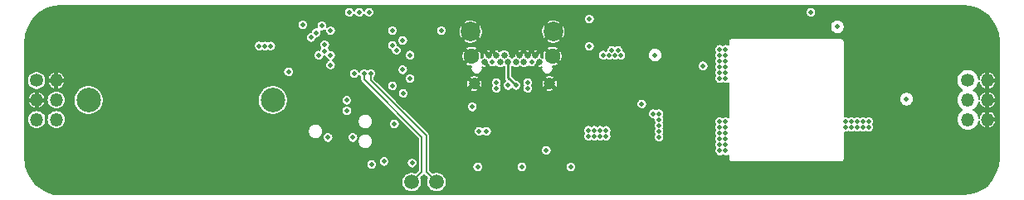
<source format=gbr>
G04 #@! TF.GenerationSoftware,KiCad,Pcbnew,(5.0.2)-1*
G04 #@! TF.CreationDate,2019-02-17T15:58:02-08:00*
G04 #@! TF.ProjectId,nixie_bottom_board,6e697869-655f-4626-9f74-746f6d5f626f,rev?*
G04 #@! TF.SameCoordinates,Original*
G04 #@! TF.FileFunction,Copper,L3,Inr*
G04 #@! TF.FilePolarity,Positive*
%FSLAX46Y46*%
G04 Gerber Fmt 4.6, Leading zero omitted, Abs format (unit mm)*
G04 Created by KiCad (PCBNEW (5.0.2)-1) date 2/17/2019 3:58:02 PM*
%MOMM*%
%LPD*%
G01*
G04 APERTURE LIST*
G04 #@! TA.AperFunction,ViaPad*
%ADD10C,1.500000*%
G04 #@! TD*
G04 #@! TA.AperFunction,ViaPad*
%ADD11C,1.200000*%
G04 #@! TD*
G04 #@! TA.AperFunction,ViaPad*
%ADD12C,0.650000*%
G04 #@! TD*
G04 #@! TA.AperFunction,ViaPad*
%ADD13C,2.000000*%
G04 #@! TD*
G04 #@! TA.AperFunction,ViaPad*
%ADD14C,1.600000*%
G04 #@! TD*
G04 #@! TA.AperFunction,ViaPad*
%ADD15C,1.350000*%
G04 #@! TD*
G04 #@! TA.AperFunction,ViaPad*
%ADD16O,1.350000X1.350000*%
G04 #@! TD*
G04 #@! TA.AperFunction,ViaPad*
%ADD17C,0.800000*%
G04 #@! TD*
G04 #@! TA.AperFunction,ViaPad*
%ADD18C,4.500000*%
G04 #@! TD*
G04 #@! TA.AperFunction,ViaPad*
%ADD19C,5.000000*%
G04 #@! TD*
G04 #@! TA.AperFunction,ViaPad*
%ADD20C,2.500000*%
G04 #@! TD*
G04 #@! TA.AperFunction,ViaPad*
%ADD21C,0.508000*%
G04 #@! TD*
G04 #@! TA.AperFunction,Conductor*
%ADD22C,0.250000*%
G04 #@! TD*
G04 #@! TA.AperFunction,Conductor*
%ADD23C,0.200000*%
G04 #@! TD*
G04 #@! TA.AperFunction,Conductor*
%ADD24C,0.150000*%
G04 #@! TD*
G04 APERTURE END LIST*
D10*
G04 #@! TO.N,/UART_RX*
G04 #@! TO.C,J20*
X142300000Y-108400000D03*
G04 #@! TD*
G04 #@! TO.N,/UART_TX*
G04 #@! TO.C,J19*
X139760000Y-108400000D03*
G04 #@! TD*
D11*
G04 #@! TO.N,/GND*
G04 #@! TO.C,J1*
X146155000Y-98310000D03*
X153845000Y-98310000D03*
D12*
X152400000Y-95410000D03*
X151600000Y-95410000D03*
X150800000Y-95410000D03*
G04 #@! TO.N,/CC2*
X149200000Y-95410000D03*
G04 #@! TO.N,/GND*
X148400000Y-95410000D03*
X147600000Y-95410000D03*
X152800000Y-96110000D03*
G04 #@! TO.N,/VBUS*
X151200000Y-96110000D03*
G04 #@! TO.N,/USB_N*
X150400000Y-96110000D03*
G04 #@! TO.N,/USB_P*
X149600000Y-96110000D03*
G04 #@! TO.N,/VBUS*
X148800000Y-96110000D03*
G04 #@! TO.N,/GND*
X147200000Y-96110000D03*
D13*
X154220000Y-92995000D03*
X145780000Y-92995000D03*
D14*
X145870000Y-95510000D03*
X154130000Y-95510000D03*
G04 #@! TD*
D15*
G04 #@! TO.N,/VNIXIE*
G04 #@! TO.C,J4*
X101500000Y-98000000D03*
D16*
G04 #@! TO.N,/GND*
X103500000Y-98000000D03*
X101500000Y-100000000D03*
G04 #@! TO.N,/SCL*
X103500000Y-100000000D03*
G04 #@! TO.N,/NIXIE_EN*
X101500000Y-102000000D03*
G04 #@! TO.N,/SDA*
X103500000Y-102000000D03*
G04 #@! TD*
D15*
G04 #@! TO.N,/HV_OUT*
G04 #@! TO.C,J3*
X196500000Y-98000000D03*
D16*
G04 #@! TO.N,/GND*
X198500000Y-98000000D03*
G04 #@! TO.N,/HV_OUT*
X196500000Y-100000000D03*
G04 #@! TO.N,/GND*
X198500000Y-100000000D03*
G04 #@! TO.N,/HV_OUT*
X196500000Y-102000000D03*
G04 #@! TO.N,/GND*
X198500000Y-102000000D03*
G04 #@! TD*
D17*
G04 #@! TO.N,/GND*
G04 #@! TO.C,MH1*
X104237437Y-91862563D03*
X104750000Y-93100000D03*
X104237437Y-94337437D03*
X103000000Y-94850000D03*
X101762563Y-94337437D03*
X101250000Y-93100000D03*
X101762563Y-91862563D03*
X103000000Y-91350000D03*
D18*
X103000000Y-93100000D03*
G04 #@! TD*
G04 #@! TO.N,/GND*
G04 #@! TO.C,MH2*
X103000000Y-107000000D03*
D17*
X103000000Y-105250000D03*
X101762563Y-105762563D03*
X101250000Y-107000000D03*
X101762563Y-108237437D03*
X103000000Y-108750000D03*
X104237437Y-108237437D03*
X104750000Y-107000000D03*
X104237437Y-105762563D03*
G04 #@! TD*
G04 #@! TO.N,/GND*
G04 #@! TO.C,MH3*
X198237437Y-91762563D03*
X198750000Y-93000000D03*
X198237437Y-94237437D03*
X197000000Y-94750000D03*
X195762563Y-94237437D03*
X195250000Y-93000000D03*
X195762563Y-91762563D03*
X197000000Y-91250000D03*
D18*
X197000000Y-93000000D03*
G04 #@! TD*
G04 #@! TO.N,/GND*
G04 #@! TO.C,MH4*
X197000000Y-107200000D03*
D17*
X197000000Y-105450000D03*
X195762563Y-105962563D03*
X195250000Y-107200000D03*
X195762563Y-108437437D03*
X197000000Y-108950000D03*
X198237437Y-108437437D03*
X198750000Y-107200000D03*
X198237437Y-105962563D03*
G04 #@! TD*
D19*
G04 #@! TO.N,/GND*
G04 #@! TO.C,MH6*
X157000000Y-100000000D03*
D17*
X158875000Y-100000000D03*
X158325825Y-101325825D03*
X157000000Y-101875000D03*
X155674175Y-101325825D03*
X155125000Y-100000000D03*
X155674175Y-98674175D03*
X157000000Y-98125000D03*
X158325825Y-98674175D03*
G04 #@! TD*
G04 #@! TO.N,/GND*
G04 #@! TO.C,MH5*
X144325825Y-98674175D03*
X143000000Y-98125000D03*
X141674175Y-98674175D03*
X141125000Y-100000000D03*
X141674175Y-101325825D03*
X143000000Y-101875000D03*
X144325825Y-101325825D03*
X144875000Y-100000000D03*
D19*
X143000000Y-100000000D03*
G04 #@! TD*
D20*
G04 #@! TO.N,*
G04 #@! TO.C,BT1*
X106800000Y-100000000D03*
G04 #@! TO.N,Net-(BT1-Pad1)*
X125600000Y-100000000D03*
G04 #@! TD*
D21*
G04 #@! TO.N,Net-(Q1-Pad1)*
X171200000Y-105200000D03*
X171800000Y-105200000D03*
X171200000Y-104600000D03*
X171800000Y-104600000D03*
X171200000Y-104000000D03*
X171800000Y-104000000D03*
X171200000Y-103400000D03*
X171800000Y-103400000D03*
X171200000Y-102800000D03*
X171800000Y-102800000D03*
X171200000Y-102200000D03*
X171800000Y-102200000D03*
G04 #@! TO.N,/HV_OUT*
X164600000Y-95400000D03*
X190250000Y-99900000D03*
X183200000Y-92500000D03*
G04 #@! TO.N,/VDD*
X130600000Y-92400000D03*
X139800000Y-106450000D03*
X145950000Y-100700000D03*
X159600000Y-103100000D03*
X159000000Y-103100000D03*
X158400000Y-103100000D03*
X157800000Y-103100000D03*
X138850000Y-93900000D03*
X159600000Y-103700000D03*
X159000000Y-103700000D03*
X157800000Y-103700000D03*
X158400000Y-103700000D03*
X131230000Y-103835000D03*
X138900000Y-99300000D03*
X138000000Y-102450000D03*
X138850000Y-96900000D03*
X128650000Y-92300000D03*
X151000000Y-106850000D03*
X156000000Y-106860000D03*
G04 #@! TO.N,/VNIXIE*
X124800000Y-94450000D03*
X125400000Y-94450000D03*
X124200000Y-94450000D03*
G04 #@! TO.N,/SCL*
X130000000Y-93100000D03*
X136950000Y-106300000D03*
G04 #@! TO.N,/SDA*
X129500000Y-93600000D03*
X135675000Y-106600000D03*
G04 #@! TO.N,/HV_EN*
X169500000Y-96500000D03*
X157900000Y-94500000D03*
X157900000Y-91700000D03*
G04 #@! TO.N,/SWO*
X133150000Y-101100000D03*
G04 #@! TO.N,/NRST*
X137800000Y-94400000D03*
X146500000Y-106850000D03*
X133770000Y-103835000D03*
X133135000Y-100035000D03*
G04 #@! TO.N,/DAC*
X135400000Y-91000000D03*
X127200000Y-97100000D03*
G04 #@! TO.N,/USB_N*
X149600000Y-98500000D03*
X130900000Y-94325000D03*
G04 #@! TO.N,/USB_P*
X130900000Y-94975000D03*
X150400000Y-98500000D03*
G04 #@! TO.N,Net-(D4-Pad2)*
X184000000Y-102800000D03*
X184600000Y-102800000D03*
X185800000Y-102800000D03*
X186400000Y-102800000D03*
X186400000Y-102200000D03*
X185800000Y-102200000D03*
X184600000Y-102200000D03*
X184000000Y-102200000D03*
X185200000Y-102200000D03*
X185200000Y-102800000D03*
G04 #@! TO.N,/SWDIO*
X131500000Y-95400000D03*
G04 #@! TO.N,/SWCLK*
X131500000Y-96400000D03*
G04 #@! TO.N,/HV_IN*
X171800000Y-94800000D03*
X171200000Y-94800000D03*
X171200000Y-95400000D03*
X171800000Y-95400000D03*
X171800000Y-97200000D03*
X171800000Y-97800000D03*
X171200000Y-97200000D03*
X171200000Y-97800000D03*
X171800000Y-96600000D03*
X171200000Y-96600000D03*
X171200000Y-96000000D03*
X171800000Y-96000000D03*
G04 #@! TO.N,/USB*
X147400000Y-103200000D03*
X133900000Y-97300000D03*
G04 #@! TO.N,/ILM*
X142800000Y-92900000D03*
G04 #@! TO.N,/32kHz*
X137800000Y-98550000D03*
X139600000Y-95400000D03*
G04 #@! TO.N,/AMP_EN*
X130300000Y-95400000D03*
X133400000Y-91000000D03*
G04 #@! TO.N,/NIXIE_EN*
X134400000Y-91000000D03*
G04 #@! TO.N,/MCO*
X131500000Y-92900000D03*
G04 #@! TO.N,/LED*
X138200000Y-94900000D03*
X146650000Y-103200000D03*
G04 #@! TO.N,Net-(R2-Pad1)*
X139600000Y-97800000D03*
X153500000Y-105150000D03*
G04 #@! TO.N,Net-(R20-Pad2)*
X137800000Y-92900000D03*
X180500000Y-91000000D03*
G04 #@! TO.N,/GND*
X152200000Y-104500000D03*
X134500000Y-93800000D03*
X133900000Y-93800000D03*
X133300000Y-93800000D03*
X134500000Y-95500000D03*
X133900000Y-95500000D03*
X133300000Y-95500000D03*
X171900000Y-101300000D03*
X171300000Y-101300000D03*
X167687500Y-99668750D03*
X168512500Y-99668750D03*
X168512500Y-98956250D03*
X167687500Y-98956250D03*
X167687500Y-98243750D03*
X168512500Y-98243750D03*
X168512500Y-97531250D03*
X167687500Y-97531250D03*
X166350000Y-100800000D03*
X165750000Y-100800000D03*
X164600000Y-99750000D03*
X164500000Y-92800000D03*
X162100000Y-95200000D03*
X162700000Y-95200000D03*
X163300000Y-95200000D03*
X130900000Y-95900000D03*
X159700000Y-106700000D03*
X163000000Y-105000000D03*
X163000000Y-105600000D03*
X163000000Y-106200000D03*
X163000000Y-106800000D03*
X163000000Y-107400000D03*
X165100000Y-92800000D03*
X164500000Y-93400000D03*
X165100000Y-93400000D03*
X150000000Y-100700000D03*
X165850000Y-96150000D03*
X166450000Y-96150000D03*
X166450000Y-95550000D03*
X165850000Y-95550000D03*
X151700000Y-102550000D03*
X172600000Y-93500000D03*
X173200000Y-93500000D03*
X173800000Y-93500000D03*
X157900000Y-106100000D03*
X159100000Y-106100000D03*
X159700000Y-106100000D03*
X132500000Y-103835000D03*
X174400000Y-93500000D03*
X137000000Y-96500000D03*
X141000000Y-96100000D03*
X158500000Y-106100000D03*
X158500000Y-106700000D03*
X159100000Y-106700000D03*
X157900000Y-106700000D03*
X127150000Y-92300000D03*
G04 #@! TO.N,/VBUS*
X165000000Y-101400000D03*
X164400000Y-101400000D03*
X165000000Y-102000000D03*
X165000000Y-102600000D03*
X165000000Y-103200000D03*
X160200000Y-94900000D03*
X159300000Y-95400000D03*
X159900000Y-95400000D03*
X160500000Y-95400000D03*
X161100000Y-95400000D03*
X160800000Y-94900000D03*
X151600000Y-98200000D03*
X151600000Y-98800000D03*
X148400000Y-98200000D03*
X148400000Y-98800000D03*
X148000000Y-96100000D03*
X165000000Y-103800000D03*
X152000000Y-96100000D03*
X163250000Y-100400000D03*
G04 #@! TO.N,/UART_TX*
X134900000Y-97300000D03*
G04 #@! TO.N,/UART_RX*
X135600000Y-97300000D03*
G04 #@! TD*
D22*
G04 #@! TO.N,/USB_P*
X149600000Y-97700000D02*
X149600000Y-96110000D01*
X150400000Y-98500000D02*
X149600000Y-97700000D01*
D23*
G04 #@! TO.N,/UART_TX*
X140800000Y-107360000D02*
X139760000Y-108400000D01*
X140800000Y-103800000D02*
X140800000Y-107360000D01*
X134900000Y-97300000D02*
X134900000Y-97900000D01*
X134900000Y-97900000D02*
X140800000Y-103800000D01*
G04 #@! TO.N,/UART_RX*
X141250000Y-107350000D02*
X142300000Y-108400000D01*
X141250000Y-103650000D02*
X141250000Y-107350000D01*
X135600000Y-97300000D02*
X135600000Y-98000000D01*
X135600000Y-98000000D02*
X141250000Y-103650000D01*
G04 #@! TD*
D24*
G04 #@! TO.N,/GND*
G36*
X196713508Y-90396518D02*
X197399842Y-90603735D01*
X198032852Y-90940313D01*
X198588433Y-91393434D01*
X199045421Y-91945838D01*
X199386412Y-92576488D01*
X199598412Y-93261352D01*
X199674962Y-93989675D01*
X199675001Y-94000841D01*
X199675000Y-105984103D01*
X199603482Y-106713508D01*
X199396266Y-107399839D01*
X199059687Y-108032852D01*
X198606567Y-108588433D01*
X198054163Y-109045421D01*
X197423512Y-109386412D01*
X196738653Y-109598411D01*
X196010325Y-109674962D01*
X195999447Y-109675000D01*
X104015897Y-109675000D01*
X103286492Y-109603482D01*
X102600161Y-109396266D01*
X101967148Y-109059687D01*
X101411567Y-108606567D01*
X100954579Y-108054163D01*
X100613588Y-107423512D01*
X100401589Y-106738653D01*
X100381540Y-106547898D01*
X135146000Y-106547898D01*
X135146000Y-106652102D01*
X135166329Y-106754304D01*
X135206206Y-106850576D01*
X135264099Y-106937218D01*
X135337782Y-107010901D01*
X135424424Y-107068794D01*
X135520696Y-107108671D01*
X135622898Y-107129000D01*
X135727102Y-107129000D01*
X135829304Y-107108671D01*
X135925576Y-107068794D01*
X136012218Y-107010901D01*
X136085901Y-106937218D01*
X136143794Y-106850576D01*
X136183671Y-106754304D01*
X136204000Y-106652102D01*
X136204000Y-106547898D01*
X136183671Y-106445696D01*
X136143794Y-106349424D01*
X136085901Y-106262782D01*
X136071017Y-106247898D01*
X136421000Y-106247898D01*
X136421000Y-106352102D01*
X136441329Y-106454304D01*
X136481206Y-106550576D01*
X136539099Y-106637218D01*
X136612782Y-106710901D01*
X136699424Y-106768794D01*
X136795696Y-106808671D01*
X136897898Y-106829000D01*
X137002102Y-106829000D01*
X137104304Y-106808671D01*
X137200576Y-106768794D01*
X137287218Y-106710901D01*
X137360901Y-106637218D01*
X137418794Y-106550576D01*
X137458671Y-106454304D01*
X137469890Y-106397898D01*
X139271000Y-106397898D01*
X139271000Y-106502102D01*
X139291329Y-106604304D01*
X139331206Y-106700576D01*
X139389099Y-106787218D01*
X139462782Y-106860901D01*
X139549424Y-106918794D01*
X139645696Y-106958671D01*
X139747898Y-106979000D01*
X139852102Y-106979000D01*
X139954304Y-106958671D01*
X140050576Y-106918794D01*
X140137218Y-106860901D01*
X140210901Y-106787218D01*
X140268794Y-106700576D01*
X140308671Y-106604304D01*
X140329000Y-106502102D01*
X140329000Y-106397898D01*
X140308671Y-106295696D01*
X140268794Y-106199424D01*
X140210901Y-106112782D01*
X140137218Y-106039099D01*
X140050576Y-105981206D01*
X139954304Y-105941329D01*
X139852102Y-105921000D01*
X139747898Y-105921000D01*
X139645696Y-105941329D01*
X139549424Y-105981206D01*
X139462782Y-106039099D01*
X139389099Y-106112782D01*
X139331206Y-106199424D01*
X139291329Y-106295696D01*
X139271000Y-106397898D01*
X137469890Y-106397898D01*
X137479000Y-106352102D01*
X137479000Y-106247898D01*
X137458671Y-106145696D01*
X137418794Y-106049424D01*
X137360901Y-105962782D01*
X137287218Y-105889099D01*
X137200576Y-105831206D01*
X137104304Y-105791329D01*
X137002102Y-105771000D01*
X136897898Y-105771000D01*
X136795696Y-105791329D01*
X136699424Y-105831206D01*
X136612782Y-105889099D01*
X136539099Y-105962782D01*
X136481206Y-106049424D01*
X136441329Y-106145696D01*
X136421000Y-106247898D01*
X136071017Y-106247898D01*
X136012218Y-106189099D01*
X135925576Y-106131206D01*
X135829304Y-106091329D01*
X135727102Y-106071000D01*
X135622898Y-106071000D01*
X135520696Y-106091329D01*
X135424424Y-106131206D01*
X135337782Y-106189099D01*
X135264099Y-106262782D01*
X135206206Y-106349424D01*
X135166329Y-106445696D01*
X135146000Y-106547898D01*
X100381540Y-106547898D01*
X100325038Y-106010325D01*
X100325000Y-105999447D01*
X100325000Y-103124132D01*
X129189700Y-103124132D01*
X129189700Y-103275868D01*
X129219302Y-103424688D01*
X129277369Y-103564874D01*
X129361669Y-103691038D01*
X129468962Y-103798331D01*
X129595126Y-103882631D01*
X129735312Y-103940698D01*
X129884132Y-103970300D01*
X130035868Y-103970300D01*
X130184688Y-103940698D01*
X130324874Y-103882631D01*
X130451038Y-103798331D01*
X130466471Y-103782898D01*
X130701000Y-103782898D01*
X130701000Y-103887102D01*
X130721329Y-103989304D01*
X130761206Y-104085576D01*
X130819099Y-104172218D01*
X130892782Y-104245901D01*
X130979424Y-104303794D01*
X131075696Y-104343671D01*
X131177898Y-104364000D01*
X131282102Y-104364000D01*
X131384304Y-104343671D01*
X131480576Y-104303794D01*
X131567218Y-104245901D01*
X131640901Y-104172218D01*
X131698794Y-104085576D01*
X131738671Y-103989304D01*
X131759000Y-103887102D01*
X131759000Y-103782898D01*
X133241000Y-103782898D01*
X133241000Y-103887102D01*
X133261329Y-103989304D01*
X133301206Y-104085576D01*
X133359099Y-104172218D01*
X133432782Y-104245901D01*
X133519424Y-104303794D01*
X133615696Y-104343671D01*
X133717898Y-104364000D01*
X133822102Y-104364000D01*
X133924304Y-104343671D01*
X134020576Y-104303794D01*
X134107218Y-104245901D01*
X134180901Y-104172218D01*
X134202340Y-104140132D01*
X134269700Y-104140132D01*
X134269700Y-104291868D01*
X134299302Y-104440688D01*
X134357369Y-104580874D01*
X134441669Y-104707038D01*
X134548962Y-104814331D01*
X134675126Y-104898631D01*
X134815312Y-104956698D01*
X134964132Y-104986300D01*
X135115868Y-104986300D01*
X135264688Y-104956698D01*
X135404874Y-104898631D01*
X135531038Y-104814331D01*
X135638331Y-104707038D01*
X135722631Y-104580874D01*
X135780698Y-104440688D01*
X135810300Y-104291868D01*
X135810300Y-104140132D01*
X135780698Y-103991312D01*
X135722631Y-103851126D01*
X135638331Y-103724962D01*
X135531038Y-103617669D01*
X135404874Y-103533369D01*
X135264688Y-103475302D01*
X135115868Y-103445700D01*
X134964132Y-103445700D01*
X134815312Y-103475302D01*
X134675126Y-103533369D01*
X134548962Y-103617669D01*
X134441669Y-103724962D01*
X134357369Y-103851126D01*
X134299302Y-103991312D01*
X134269700Y-104140132D01*
X134202340Y-104140132D01*
X134238794Y-104085576D01*
X134278671Y-103989304D01*
X134299000Y-103887102D01*
X134299000Y-103782898D01*
X134278671Y-103680696D01*
X134238794Y-103584424D01*
X134180901Y-103497782D01*
X134107218Y-103424099D01*
X134020576Y-103366206D01*
X133924304Y-103326329D01*
X133822102Y-103306000D01*
X133717898Y-103306000D01*
X133615696Y-103326329D01*
X133519424Y-103366206D01*
X133432782Y-103424099D01*
X133359099Y-103497782D01*
X133301206Y-103584424D01*
X133261329Y-103680696D01*
X133241000Y-103782898D01*
X131759000Y-103782898D01*
X131738671Y-103680696D01*
X131698794Y-103584424D01*
X131640901Y-103497782D01*
X131567218Y-103424099D01*
X131480576Y-103366206D01*
X131384304Y-103326329D01*
X131282102Y-103306000D01*
X131177898Y-103306000D01*
X131075696Y-103326329D01*
X130979424Y-103366206D01*
X130892782Y-103424099D01*
X130819099Y-103497782D01*
X130761206Y-103584424D01*
X130721329Y-103680696D01*
X130701000Y-103782898D01*
X130466471Y-103782898D01*
X130558331Y-103691038D01*
X130642631Y-103564874D01*
X130700698Y-103424688D01*
X130730300Y-103275868D01*
X130730300Y-103124132D01*
X130700698Y-102975312D01*
X130642631Y-102835126D01*
X130558331Y-102708962D01*
X130451038Y-102601669D01*
X130324874Y-102517369D01*
X130184688Y-102459302D01*
X130035868Y-102429700D01*
X129884132Y-102429700D01*
X129735312Y-102459302D01*
X129595126Y-102517369D01*
X129468962Y-102601669D01*
X129361669Y-102708962D01*
X129277369Y-102835126D01*
X129219302Y-102975312D01*
X129189700Y-103124132D01*
X100325000Y-103124132D01*
X100325000Y-102000000D01*
X100545404Y-102000000D01*
X100563746Y-102186232D01*
X100618068Y-102365308D01*
X100706282Y-102530345D01*
X100824999Y-102675001D01*
X100969655Y-102793718D01*
X101134692Y-102881932D01*
X101313768Y-102936254D01*
X101453335Y-102950000D01*
X101546665Y-102950000D01*
X101686232Y-102936254D01*
X101865308Y-102881932D01*
X102030345Y-102793718D01*
X102175001Y-102675001D01*
X102293718Y-102530345D01*
X102381932Y-102365308D01*
X102436254Y-102186232D01*
X102454596Y-102000000D01*
X102545404Y-102000000D01*
X102563746Y-102186232D01*
X102618068Y-102365308D01*
X102706282Y-102530345D01*
X102824999Y-102675001D01*
X102969655Y-102793718D01*
X103134692Y-102881932D01*
X103313768Y-102936254D01*
X103453335Y-102950000D01*
X103546665Y-102950000D01*
X103686232Y-102936254D01*
X103865308Y-102881932D01*
X104030345Y-102793718D01*
X104175001Y-102675001D01*
X104293718Y-102530345D01*
X104381932Y-102365308D01*
X104436254Y-102186232D01*
X104443946Y-102108132D01*
X134269700Y-102108132D01*
X134269700Y-102259868D01*
X134299302Y-102408688D01*
X134357369Y-102548874D01*
X134441669Y-102675038D01*
X134548962Y-102782331D01*
X134675126Y-102866631D01*
X134815312Y-102924698D01*
X134964132Y-102954300D01*
X135115868Y-102954300D01*
X135264688Y-102924698D01*
X135404874Y-102866631D01*
X135531038Y-102782331D01*
X135638331Y-102675038D01*
X135722631Y-102548874D01*
X135780698Y-102408688D01*
X135782844Y-102397898D01*
X137471000Y-102397898D01*
X137471000Y-102502102D01*
X137491329Y-102604304D01*
X137531206Y-102700576D01*
X137589099Y-102787218D01*
X137662782Y-102860901D01*
X137749424Y-102918794D01*
X137845696Y-102958671D01*
X137947898Y-102979000D01*
X138052102Y-102979000D01*
X138154304Y-102958671D01*
X138250576Y-102918794D01*
X138337218Y-102860901D01*
X138410901Y-102787218D01*
X138468794Y-102700576D01*
X138508671Y-102604304D01*
X138529000Y-102502102D01*
X138529000Y-102397898D01*
X138508671Y-102295696D01*
X138468794Y-102199424D01*
X138410901Y-102112782D01*
X138337218Y-102039099D01*
X138250576Y-101981206D01*
X138154304Y-101941329D01*
X138052102Y-101921000D01*
X137947898Y-101921000D01*
X137845696Y-101941329D01*
X137749424Y-101981206D01*
X137662782Y-102039099D01*
X137589099Y-102112782D01*
X137531206Y-102199424D01*
X137491329Y-102295696D01*
X137471000Y-102397898D01*
X135782844Y-102397898D01*
X135810300Y-102259868D01*
X135810300Y-102108132D01*
X135780698Y-101959312D01*
X135722631Y-101819126D01*
X135638331Y-101692962D01*
X135531038Y-101585669D01*
X135404874Y-101501369D01*
X135264688Y-101443302D01*
X135115868Y-101413700D01*
X134964132Y-101413700D01*
X134815312Y-101443302D01*
X134675126Y-101501369D01*
X134548962Y-101585669D01*
X134441669Y-101692962D01*
X134357369Y-101819126D01*
X134299302Y-101959312D01*
X134269700Y-102108132D01*
X104443946Y-102108132D01*
X104454596Y-102000000D01*
X104436254Y-101813768D01*
X104381932Y-101634692D01*
X104293718Y-101469655D01*
X104175001Y-101324999D01*
X104030345Y-101206282D01*
X103865308Y-101118068D01*
X103686232Y-101063746D01*
X103546665Y-101050000D01*
X103453335Y-101050000D01*
X103313768Y-101063746D01*
X103134692Y-101118068D01*
X102969655Y-101206282D01*
X102824999Y-101324999D01*
X102706282Y-101469655D01*
X102618068Y-101634692D01*
X102563746Y-101813768D01*
X102545404Y-102000000D01*
X102454596Y-102000000D01*
X102436254Y-101813768D01*
X102381932Y-101634692D01*
X102293718Y-101469655D01*
X102175001Y-101324999D01*
X102030345Y-101206282D01*
X101865308Y-101118068D01*
X101686232Y-101063746D01*
X101546665Y-101050000D01*
X101453335Y-101050000D01*
X101313768Y-101063746D01*
X101134692Y-101118068D01*
X100969655Y-101206282D01*
X100824999Y-101324999D01*
X100706282Y-101469655D01*
X100618068Y-101634692D01*
X100563746Y-101813768D01*
X100545404Y-102000000D01*
X100325000Y-102000000D01*
X100325000Y-100262887D01*
X100639250Y-100262887D01*
X100705462Y-100422758D01*
X100803205Y-100569641D01*
X100927725Y-100694633D01*
X101074237Y-100792931D01*
X101237111Y-100860757D01*
X101375000Y-100835035D01*
X101375000Y-100125000D01*
X101625000Y-100125000D01*
X101625000Y-100835035D01*
X101762889Y-100860757D01*
X101925763Y-100792931D01*
X102072275Y-100694633D01*
X102196795Y-100569641D01*
X102294538Y-100422758D01*
X102360750Y-100262887D01*
X102334439Y-100125000D01*
X101625000Y-100125000D01*
X101375000Y-100125000D01*
X100665561Y-100125000D01*
X100639250Y-100262887D01*
X100325000Y-100262887D01*
X100325000Y-100000000D01*
X102545404Y-100000000D01*
X102563746Y-100186232D01*
X102618068Y-100365308D01*
X102706282Y-100530345D01*
X102824999Y-100675001D01*
X102969655Y-100793718D01*
X103134692Y-100881932D01*
X103313768Y-100936254D01*
X103453335Y-100950000D01*
X103546665Y-100950000D01*
X103686232Y-100936254D01*
X103865308Y-100881932D01*
X104030345Y-100793718D01*
X104175001Y-100675001D01*
X104293718Y-100530345D01*
X104381932Y-100365308D01*
X104436254Y-100186232D01*
X104454596Y-100000000D01*
X104439803Y-99849801D01*
X105275000Y-99849801D01*
X105275000Y-100150199D01*
X105333605Y-100444826D01*
X105448562Y-100722358D01*
X105615455Y-100972131D01*
X105827869Y-101184545D01*
X106077642Y-101351438D01*
X106355174Y-101466395D01*
X106649801Y-101525000D01*
X106950199Y-101525000D01*
X107244826Y-101466395D01*
X107522358Y-101351438D01*
X107772131Y-101184545D01*
X107984545Y-100972131D01*
X108151438Y-100722358D01*
X108266395Y-100444826D01*
X108325000Y-100150199D01*
X108325000Y-99849801D01*
X124075000Y-99849801D01*
X124075000Y-100150199D01*
X124133605Y-100444826D01*
X124248562Y-100722358D01*
X124415455Y-100972131D01*
X124627869Y-101184545D01*
X124877642Y-101351438D01*
X125155174Y-101466395D01*
X125449801Y-101525000D01*
X125750199Y-101525000D01*
X126044826Y-101466395D01*
X126322358Y-101351438D01*
X126572131Y-101184545D01*
X126708778Y-101047898D01*
X132621000Y-101047898D01*
X132621000Y-101152102D01*
X132641329Y-101254304D01*
X132681206Y-101350576D01*
X132739099Y-101437218D01*
X132812782Y-101510901D01*
X132899424Y-101568794D01*
X132995696Y-101608671D01*
X133097898Y-101629000D01*
X133202102Y-101629000D01*
X133304304Y-101608671D01*
X133400576Y-101568794D01*
X133487218Y-101510901D01*
X133560901Y-101437218D01*
X133618794Y-101350576D01*
X133658671Y-101254304D01*
X133679000Y-101152102D01*
X133679000Y-101047898D01*
X133658671Y-100945696D01*
X133618794Y-100849424D01*
X133560901Y-100762782D01*
X133487218Y-100689099D01*
X133400576Y-100631206D01*
X133304304Y-100591329D01*
X133202102Y-100571000D01*
X133097898Y-100571000D01*
X132995696Y-100591329D01*
X132899424Y-100631206D01*
X132812782Y-100689099D01*
X132739099Y-100762782D01*
X132681206Y-100849424D01*
X132641329Y-100945696D01*
X132621000Y-101047898D01*
X126708778Y-101047898D01*
X126784545Y-100972131D01*
X126951438Y-100722358D01*
X127066395Y-100444826D01*
X127125000Y-100150199D01*
X127125000Y-99982898D01*
X132606000Y-99982898D01*
X132606000Y-100087102D01*
X132626329Y-100189304D01*
X132666206Y-100285576D01*
X132724099Y-100372218D01*
X132797782Y-100445901D01*
X132884424Y-100503794D01*
X132980696Y-100543671D01*
X133082898Y-100564000D01*
X133187102Y-100564000D01*
X133289304Y-100543671D01*
X133385576Y-100503794D01*
X133472218Y-100445901D01*
X133545901Y-100372218D01*
X133603794Y-100285576D01*
X133643671Y-100189304D01*
X133664000Y-100087102D01*
X133664000Y-99982898D01*
X133643671Y-99880696D01*
X133603794Y-99784424D01*
X133545901Y-99697782D01*
X133472218Y-99624099D01*
X133385576Y-99566206D01*
X133289304Y-99526329D01*
X133187102Y-99506000D01*
X133082898Y-99506000D01*
X132980696Y-99526329D01*
X132884424Y-99566206D01*
X132797782Y-99624099D01*
X132724099Y-99697782D01*
X132666206Y-99784424D01*
X132626329Y-99880696D01*
X132606000Y-99982898D01*
X127125000Y-99982898D01*
X127125000Y-99849801D01*
X127066395Y-99555174D01*
X126951438Y-99277642D01*
X126784545Y-99027869D01*
X126572131Y-98815455D01*
X126322358Y-98648562D01*
X126044826Y-98533605D01*
X125750199Y-98475000D01*
X125449801Y-98475000D01*
X125155174Y-98533605D01*
X124877642Y-98648562D01*
X124627869Y-98815455D01*
X124415455Y-99027869D01*
X124248562Y-99277642D01*
X124133605Y-99555174D01*
X124075000Y-99849801D01*
X108325000Y-99849801D01*
X108266395Y-99555174D01*
X108151438Y-99277642D01*
X107984545Y-99027869D01*
X107772131Y-98815455D01*
X107522358Y-98648562D01*
X107244826Y-98533605D01*
X106950199Y-98475000D01*
X106649801Y-98475000D01*
X106355174Y-98533605D01*
X106077642Y-98648562D01*
X105827869Y-98815455D01*
X105615455Y-99027869D01*
X105448562Y-99277642D01*
X105333605Y-99555174D01*
X105275000Y-99849801D01*
X104439803Y-99849801D01*
X104436254Y-99813768D01*
X104381932Y-99634692D01*
X104293718Y-99469655D01*
X104175001Y-99324999D01*
X104030345Y-99206282D01*
X103865308Y-99118068D01*
X103686232Y-99063746D01*
X103546665Y-99050000D01*
X103453335Y-99050000D01*
X103313768Y-99063746D01*
X103134692Y-99118068D01*
X102969655Y-99206282D01*
X102824999Y-99324999D01*
X102706282Y-99469655D01*
X102618068Y-99634692D01*
X102563746Y-99813768D01*
X102545404Y-100000000D01*
X100325000Y-100000000D01*
X100325000Y-99737113D01*
X100639250Y-99737113D01*
X100665561Y-99875000D01*
X101375000Y-99875000D01*
X101375000Y-99164965D01*
X101625000Y-99164965D01*
X101625000Y-99875000D01*
X102334439Y-99875000D01*
X102360750Y-99737113D01*
X102294538Y-99577242D01*
X102196795Y-99430359D01*
X102072275Y-99305367D01*
X101925763Y-99207069D01*
X101762889Y-99139243D01*
X101625000Y-99164965D01*
X101375000Y-99164965D01*
X101237111Y-99139243D01*
X101074237Y-99207069D01*
X100927725Y-99305367D01*
X100803205Y-99430359D01*
X100705462Y-99577242D01*
X100639250Y-99737113D01*
X100325000Y-99737113D01*
X100325000Y-97906433D01*
X100550000Y-97906433D01*
X100550000Y-98093567D01*
X100586508Y-98277105D01*
X100658121Y-98449994D01*
X100762087Y-98605590D01*
X100894410Y-98737913D01*
X101050006Y-98841879D01*
X101222895Y-98913492D01*
X101406433Y-98950000D01*
X101593567Y-98950000D01*
X101777105Y-98913492D01*
X101949994Y-98841879D01*
X102105590Y-98737913D01*
X102237913Y-98605590D01*
X102341879Y-98449994D01*
X102413492Y-98277105D01*
X102416320Y-98262887D01*
X102639250Y-98262887D01*
X102705462Y-98422758D01*
X102803205Y-98569641D01*
X102927725Y-98694633D01*
X103074237Y-98792931D01*
X103237111Y-98860757D01*
X103375000Y-98835035D01*
X103375000Y-98125000D01*
X103625000Y-98125000D01*
X103625000Y-98835035D01*
X103762889Y-98860757D01*
X103925763Y-98792931D01*
X104072275Y-98694633D01*
X104196795Y-98569641D01*
X104294538Y-98422758D01*
X104360750Y-98262887D01*
X104334439Y-98125000D01*
X103625000Y-98125000D01*
X103375000Y-98125000D01*
X102665561Y-98125000D01*
X102639250Y-98262887D01*
X102416320Y-98262887D01*
X102450000Y-98093567D01*
X102450000Y-97906433D01*
X102416321Y-97737113D01*
X102639250Y-97737113D01*
X102665561Y-97875000D01*
X103375000Y-97875000D01*
X103375000Y-97164965D01*
X103625000Y-97164965D01*
X103625000Y-97875000D01*
X104334439Y-97875000D01*
X104360750Y-97737113D01*
X104294538Y-97577242D01*
X104196795Y-97430359D01*
X104072275Y-97305367D01*
X103925763Y-97207069D01*
X103762889Y-97139243D01*
X103625000Y-97164965D01*
X103375000Y-97164965D01*
X103237111Y-97139243D01*
X103074237Y-97207069D01*
X102927725Y-97305367D01*
X102803205Y-97430359D01*
X102705462Y-97577242D01*
X102639250Y-97737113D01*
X102416321Y-97737113D01*
X102413492Y-97722895D01*
X102341879Y-97550006D01*
X102237913Y-97394410D01*
X102105590Y-97262087D01*
X101949994Y-97158121D01*
X101777105Y-97086508D01*
X101593567Y-97050000D01*
X101406433Y-97050000D01*
X101222895Y-97086508D01*
X101050006Y-97158121D01*
X100894410Y-97262087D01*
X100762087Y-97394410D01*
X100658121Y-97550006D01*
X100586508Y-97722895D01*
X100550000Y-97906433D01*
X100325000Y-97906433D01*
X100325000Y-97047898D01*
X126671000Y-97047898D01*
X126671000Y-97152102D01*
X126691329Y-97254304D01*
X126731206Y-97350576D01*
X126789099Y-97437218D01*
X126862782Y-97510901D01*
X126949424Y-97568794D01*
X127045696Y-97608671D01*
X127147898Y-97629000D01*
X127252102Y-97629000D01*
X127354304Y-97608671D01*
X127450576Y-97568794D01*
X127537218Y-97510901D01*
X127610901Y-97437218D01*
X127668794Y-97350576D01*
X127708671Y-97254304D01*
X127709945Y-97247898D01*
X133371000Y-97247898D01*
X133371000Y-97352102D01*
X133391329Y-97454304D01*
X133431206Y-97550576D01*
X133489099Y-97637218D01*
X133562782Y-97710901D01*
X133649424Y-97768794D01*
X133745696Y-97808671D01*
X133847898Y-97829000D01*
X133952102Y-97829000D01*
X134054304Y-97808671D01*
X134150576Y-97768794D01*
X134237218Y-97710901D01*
X134310901Y-97637218D01*
X134368794Y-97550576D01*
X134400000Y-97475238D01*
X134431206Y-97550576D01*
X134489099Y-97637218D01*
X134525001Y-97673120D01*
X134525001Y-97881574D01*
X134523186Y-97900000D01*
X134528535Y-97954304D01*
X134530427Y-97973513D01*
X134535832Y-97991329D01*
X134551870Y-98044200D01*
X134567538Y-98073512D01*
X134586692Y-98109347D01*
X134633553Y-98166448D01*
X134647862Y-98178191D01*
X140425000Y-103955330D01*
X140425001Y-107204669D01*
X140169502Y-107460168D01*
X140058982Y-107414390D01*
X139860954Y-107375000D01*
X139659046Y-107375000D01*
X139461018Y-107414390D01*
X139274480Y-107491656D01*
X139106600Y-107603830D01*
X138963830Y-107746600D01*
X138851656Y-107914480D01*
X138774390Y-108101018D01*
X138735000Y-108299046D01*
X138735000Y-108500954D01*
X138774390Y-108698982D01*
X138851656Y-108885520D01*
X138963830Y-109053400D01*
X139106600Y-109196170D01*
X139274480Y-109308344D01*
X139461018Y-109385610D01*
X139659046Y-109425000D01*
X139860954Y-109425000D01*
X140058982Y-109385610D01*
X140245520Y-109308344D01*
X140413400Y-109196170D01*
X140556170Y-109053400D01*
X140668344Y-108885520D01*
X140745610Y-108698982D01*
X140785000Y-108500954D01*
X140785000Y-108299046D01*
X140745610Y-108101018D01*
X140699832Y-107990498D01*
X141030000Y-107660330D01*
X141360168Y-107990498D01*
X141314390Y-108101018D01*
X141275000Y-108299046D01*
X141275000Y-108500954D01*
X141314390Y-108698982D01*
X141391656Y-108885520D01*
X141503830Y-109053400D01*
X141646600Y-109196170D01*
X141814480Y-109308344D01*
X142001018Y-109385610D01*
X142199046Y-109425000D01*
X142400954Y-109425000D01*
X142598982Y-109385610D01*
X142785520Y-109308344D01*
X142953400Y-109196170D01*
X143096170Y-109053400D01*
X143208344Y-108885520D01*
X143285610Y-108698982D01*
X143325000Y-108500954D01*
X143325000Y-108299046D01*
X143285610Y-108101018D01*
X143208344Y-107914480D01*
X143096170Y-107746600D01*
X142953400Y-107603830D01*
X142785520Y-107491656D01*
X142598982Y-107414390D01*
X142400954Y-107375000D01*
X142199046Y-107375000D01*
X142001018Y-107414390D01*
X141890498Y-107460168D01*
X141625000Y-107194671D01*
X141625000Y-106797898D01*
X145971000Y-106797898D01*
X145971000Y-106902102D01*
X145991329Y-107004304D01*
X146031206Y-107100576D01*
X146089099Y-107187218D01*
X146162782Y-107260901D01*
X146249424Y-107318794D01*
X146345696Y-107358671D01*
X146447898Y-107379000D01*
X146552102Y-107379000D01*
X146654304Y-107358671D01*
X146750576Y-107318794D01*
X146837218Y-107260901D01*
X146910901Y-107187218D01*
X146968794Y-107100576D01*
X147008671Y-107004304D01*
X147029000Y-106902102D01*
X147029000Y-106797898D01*
X150471000Y-106797898D01*
X150471000Y-106902102D01*
X150491329Y-107004304D01*
X150531206Y-107100576D01*
X150589099Y-107187218D01*
X150662782Y-107260901D01*
X150749424Y-107318794D01*
X150845696Y-107358671D01*
X150947898Y-107379000D01*
X151052102Y-107379000D01*
X151154304Y-107358671D01*
X151250576Y-107318794D01*
X151337218Y-107260901D01*
X151410901Y-107187218D01*
X151468794Y-107100576D01*
X151508671Y-107004304D01*
X151529000Y-106902102D01*
X151529000Y-106807898D01*
X155471000Y-106807898D01*
X155471000Y-106912102D01*
X155491329Y-107014304D01*
X155531206Y-107110576D01*
X155589099Y-107197218D01*
X155662782Y-107270901D01*
X155749424Y-107328794D01*
X155845696Y-107368671D01*
X155947898Y-107389000D01*
X156052102Y-107389000D01*
X156154304Y-107368671D01*
X156250576Y-107328794D01*
X156337218Y-107270901D01*
X156410901Y-107197218D01*
X156468794Y-107110576D01*
X156508671Y-107014304D01*
X156529000Y-106912102D01*
X156529000Y-106807898D01*
X156508671Y-106705696D01*
X156468794Y-106609424D01*
X156410901Y-106522782D01*
X156337218Y-106449099D01*
X156250576Y-106391206D01*
X156154304Y-106351329D01*
X156052102Y-106331000D01*
X155947898Y-106331000D01*
X155845696Y-106351329D01*
X155749424Y-106391206D01*
X155662782Y-106449099D01*
X155589099Y-106522782D01*
X155531206Y-106609424D01*
X155491329Y-106705696D01*
X155471000Y-106807898D01*
X151529000Y-106807898D01*
X151529000Y-106797898D01*
X151508671Y-106695696D01*
X151468794Y-106599424D01*
X151410901Y-106512782D01*
X151337218Y-106439099D01*
X151250576Y-106381206D01*
X151154304Y-106341329D01*
X151052102Y-106321000D01*
X150947898Y-106321000D01*
X150845696Y-106341329D01*
X150749424Y-106381206D01*
X150662782Y-106439099D01*
X150589099Y-106512782D01*
X150531206Y-106599424D01*
X150491329Y-106695696D01*
X150471000Y-106797898D01*
X147029000Y-106797898D01*
X147008671Y-106695696D01*
X146968794Y-106599424D01*
X146910901Y-106512782D01*
X146837218Y-106439099D01*
X146750576Y-106381206D01*
X146654304Y-106341329D01*
X146552102Y-106321000D01*
X146447898Y-106321000D01*
X146345696Y-106341329D01*
X146249424Y-106381206D01*
X146162782Y-106439099D01*
X146089099Y-106512782D01*
X146031206Y-106599424D01*
X145991329Y-106695696D01*
X145971000Y-106797898D01*
X141625000Y-106797898D01*
X141625000Y-105097898D01*
X152971000Y-105097898D01*
X152971000Y-105202102D01*
X152991329Y-105304304D01*
X153031206Y-105400576D01*
X153089099Y-105487218D01*
X153162782Y-105560901D01*
X153249424Y-105618794D01*
X153345696Y-105658671D01*
X153447898Y-105679000D01*
X153552102Y-105679000D01*
X153654304Y-105658671D01*
X153750576Y-105618794D01*
X153837218Y-105560901D01*
X153910901Y-105487218D01*
X153968794Y-105400576D01*
X154008671Y-105304304D01*
X154029000Y-105202102D01*
X154029000Y-105097898D01*
X154008671Y-104995696D01*
X153968794Y-104899424D01*
X153910901Y-104812782D01*
X153837218Y-104739099D01*
X153750576Y-104681206D01*
X153654304Y-104641329D01*
X153552102Y-104621000D01*
X153447898Y-104621000D01*
X153345696Y-104641329D01*
X153249424Y-104681206D01*
X153162782Y-104739099D01*
X153089099Y-104812782D01*
X153031206Y-104899424D01*
X152991329Y-104995696D01*
X152971000Y-105097898D01*
X141625000Y-105097898D01*
X141625000Y-103668416D01*
X141626814Y-103650000D01*
X141625000Y-103631581D01*
X141619574Y-103576487D01*
X141598131Y-103505800D01*
X141587070Y-103485107D01*
X141563310Y-103440653D01*
X141528189Y-103397859D01*
X141516448Y-103383552D01*
X141502140Y-103371810D01*
X141278228Y-103147898D01*
X146121000Y-103147898D01*
X146121000Y-103252102D01*
X146141329Y-103354304D01*
X146181206Y-103450576D01*
X146239099Y-103537218D01*
X146312782Y-103610901D01*
X146399424Y-103668794D01*
X146495696Y-103708671D01*
X146597898Y-103729000D01*
X146702102Y-103729000D01*
X146804304Y-103708671D01*
X146900576Y-103668794D01*
X146987218Y-103610901D01*
X147025000Y-103573119D01*
X147062782Y-103610901D01*
X147149424Y-103668794D01*
X147245696Y-103708671D01*
X147347898Y-103729000D01*
X147452102Y-103729000D01*
X147554304Y-103708671D01*
X147650576Y-103668794D01*
X147737218Y-103610901D01*
X147810901Y-103537218D01*
X147868794Y-103450576D01*
X147908671Y-103354304D01*
X147929000Y-103252102D01*
X147929000Y-103147898D01*
X147909109Y-103047898D01*
X157271000Y-103047898D01*
X157271000Y-103152102D01*
X157291329Y-103254304D01*
X157331206Y-103350576D01*
X157364230Y-103400000D01*
X157331206Y-103449424D01*
X157291329Y-103545696D01*
X157271000Y-103647898D01*
X157271000Y-103752102D01*
X157291329Y-103854304D01*
X157331206Y-103950576D01*
X157389099Y-104037218D01*
X157462782Y-104110901D01*
X157549424Y-104168794D01*
X157645696Y-104208671D01*
X157747898Y-104229000D01*
X157852102Y-104229000D01*
X157954304Y-104208671D01*
X158050576Y-104168794D01*
X158100000Y-104135770D01*
X158149424Y-104168794D01*
X158245696Y-104208671D01*
X158347898Y-104229000D01*
X158452102Y-104229000D01*
X158554304Y-104208671D01*
X158650576Y-104168794D01*
X158700000Y-104135770D01*
X158749424Y-104168794D01*
X158845696Y-104208671D01*
X158947898Y-104229000D01*
X159052102Y-104229000D01*
X159154304Y-104208671D01*
X159250576Y-104168794D01*
X159300000Y-104135770D01*
X159349424Y-104168794D01*
X159445696Y-104208671D01*
X159547898Y-104229000D01*
X159652102Y-104229000D01*
X159754304Y-104208671D01*
X159850576Y-104168794D01*
X159937218Y-104110901D01*
X160010901Y-104037218D01*
X160068794Y-103950576D01*
X160108671Y-103854304D01*
X160129000Y-103752102D01*
X160129000Y-103647898D01*
X160108671Y-103545696D01*
X160068794Y-103449424D01*
X160035770Y-103400000D01*
X160068794Y-103350576D01*
X160108671Y-103254304D01*
X160129000Y-103152102D01*
X160129000Y-103047898D01*
X160108671Y-102945696D01*
X160068794Y-102849424D01*
X160010901Y-102762782D01*
X159937218Y-102689099D01*
X159850576Y-102631206D01*
X159754304Y-102591329D01*
X159652102Y-102571000D01*
X159547898Y-102571000D01*
X159445696Y-102591329D01*
X159349424Y-102631206D01*
X159300000Y-102664230D01*
X159250576Y-102631206D01*
X159154304Y-102591329D01*
X159052102Y-102571000D01*
X158947898Y-102571000D01*
X158845696Y-102591329D01*
X158749424Y-102631206D01*
X158700000Y-102664230D01*
X158650576Y-102631206D01*
X158554304Y-102591329D01*
X158452102Y-102571000D01*
X158347898Y-102571000D01*
X158245696Y-102591329D01*
X158149424Y-102631206D01*
X158100000Y-102664230D01*
X158050576Y-102631206D01*
X157954304Y-102591329D01*
X157852102Y-102571000D01*
X157747898Y-102571000D01*
X157645696Y-102591329D01*
X157549424Y-102631206D01*
X157462782Y-102689099D01*
X157389099Y-102762782D01*
X157331206Y-102849424D01*
X157291329Y-102945696D01*
X157271000Y-103047898D01*
X147909109Y-103047898D01*
X147908671Y-103045696D01*
X147868794Y-102949424D01*
X147810901Y-102862782D01*
X147737218Y-102789099D01*
X147650576Y-102731206D01*
X147554304Y-102691329D01*
X147452102Y-102671000D01*
X147347898Y-102671000D01*
X147245696Y-102691329D01*
X147149424Y-102731206D01*
X147062782Y-102789099D01*
X147025000Y-102826881D01*
X146987218Y-102789099D01*
X146900576Y-102731206D01*
X146804304Y-102691329D01*
X146702102Y-102671000D01*
X146597898Y-102671000D01*
X146495696Y-102691329D01*
X146399424Y-102731206D01*
X146312782Y-102789099D01*
X146239099Y-102862782D01*
X146181206Y-102949424D01*
X146141329Y-103045696D01*
X146121000Y-103147898D01*
X141278228Y-103147898D01*
X139478228Y-101347898D01*
X163871000Y-101347898D01*
X163871000Y-101452102D01*
X163891329Y-101554304D01*
X163931206Y-101650576D01*
X163989099Y-101737218D01*
X164062782Y-101810901D01*
X164149424Y-101868794D01*
X164245696Y-101908671D01*
X164347898Y-101929000D01*
X164452102Y-101929000D01*
X164475692Y-101924308D01*
X164471000Y-101947898D01*
X164471000Y-102052102D01*
X164491329Y-102154304D01*
X164531206Y-102250576D01*
X164564230Y-102300000D01*
X164531206Y-102349424D01*
X164491329Y-102445696D01*
X164471000Y-102547898D01*
X164471000Y-102652102D01*
X164491329Y-102754304D01*
X164531206Y-102850576D01*
X164564230Y-102900000D01*
X164531206Y-102949424D01*
X164491329Y-103045696D01*
X164471000Y-103147898D01*
X164471000Y-103252102D01*
X164491329Y-103354304D01*
X164531206Y-103450576D01*
X164564230Y-103500000D01*
X164531206Y-103549424D01*
X164491329Y-103645696D01*
X164471000Y-103747898D01*
X164471000Y-103852102D01*
X164491329Y-103954304D01*
X164531206Y-104050576D01*
X164589099Y-104137218D01*
X164662782Y-104210901D01*
X164749424Y-104268794D01*
X164845696Y-104308671D01*
X164947898Y-104329000D01*
X165052102Y-104329000D01*
X165154304Y-104308671D01*
X165250576Y-104268794D01*
X165337218Y-104210901D01*
X165410901Y-104137218D01*
X165468794Y-104050576D01*
X165508671Y-103954304D01*
X165529000Y-103852102D01*
X165529000Y-103747898D01*
X165508671Y-103645696D01*
X165468794Y-103549424D01*
X165435770Y-103500000D01*
X165468794Y-103450576D01*
X165508671Y-103354304D01*
X165529000Y-103252102D01*
X165529000Y-103147898D01*
X165508671Y-103045696D01*
X165468794Y-102949424D01*
X165435770Y-102900000D01*
X165468794Y-102850576D01*
X165508671Y-102754304D01*
X165529000Y-102652102D01*
X165529000Y-102547898D01*
X165508671Y-102445696D01*
X165468794Y-102349424D01*
X165435770Y-102300000D01*
X165468794Y-102250576D01*
X165508671Y-102154304D01*
X165529000Y-102052102D01*
X165529000Y-101947898D01*
X165508671Y-101845696D01*
X165468794Y-101749424D01*
X165435770Y-101700000D01*
X165468794Y-101650576D01*
X165508671Y-101554304D01*
X165529000Y-101452102D01*
X165529000Y-101347898D01*
X165508671Y-101245696D01*
X165468794Y-101149424D01*
X165410901Y-101062782D01*
X165337218Y-100989099D01*
X165250576Y-100931206D01*
X165154304Y-100891329D01*
X165052102Y-100871000D01*
X164947898Y-100871000D01*
X164845696Y-100891329D01*
X164749424Y-100931206D01*
X164700000Y-100964230D01*
X164650576Y-100931206D01*
X164554304Y-100891329D01*
X164452102Y-100871000D01*
X164347898Y-100871000D01*
X164245696Y-100891329D01*
X164149424Y-100931206D01*
X164062782Y-100989099D01*
X163989099Y-101062782D01*
X163931206Y-101149424D01*
X163891329Y-101245696D01*
X163871000Y-101347898D01*
X139478228Y-101347898D01*
X138778228Y-100647898D01*
X145421000Y-100647898D01*
X145421000Y-100752102D01*
X145441329Y-100854304D01*
X145481206Y-100950576D01*
X145539099Y-101037218D01*
X145612782Y-101110901D01*
X145699424Y-101168794D01*
X145795696Y-101208671D01*
X145897898Y-101229000D01*
X146002102Y-101229000D01*
X146104304Y-101208671D01*
X146200576Y-101168794D01*
X146287218Y-101110901D01*
X146360901Y-101037218D01*
X146418794Y-100950576D01*
X146458671Y-100854304D01*
X146479000Y-100752102D01*
X146479000Y-100647898D01*
X146458671Y-100545696D01*
X146418794Y-100449424D01*
X146360901Y-100362782D01*
X146346017Y-100347898D01*
X162721000Y-100347898D01*
X162721000Y-100452102D01*
X162741329Y-100554304D01*
X162781206Y-100650576D01*
X162839099Y-100737218D01*
X162912782Y-100810901D01*
X162999424Y-100868794D01*
X163095696Y-100908671D01*
X163197898Y-100929000D01*
X163302102Y-100929000D01*
X163404304Y-100908671D01*
X163500576Y-100868794D01*
X163587218Y-100810901D01*
X163660901Y-100737218D01*
X163718794Y-100650576D01*
X163758671Y-100554304D01*
X163779000Y-100452102D01*
X163779000Y-100347898D01*
X163758671Y-100245696D01*
X163718794Y-100149424D01*
X163660901Y-100062782D01*
X163587218Y-99989099D01*
X163500576Y-99931206D01*
X163404304Y-99891329D01*
X163302102Y-99871000D01*
X163197898Y-99871000D01*
X163095696Y-99891329D01*
X162999424Y-99931206D01*
X162912782Y-99989099D01*
X162839099Y-100062782D01*
X162781206Y-100149424D01*
X162741329Y-100245696D01*
X162721000Y-100347898D01*
X146346017Y-100347898D01*
X146287218Y-100289099D01*
X146200576Y-100231206D01*
X146104304Y-100191329D01*
X146002102Y-100171000D01*
X145897898Y-100171000D01*
X145795696Y-100191329D01*
X145699424Y-100231206D01*
X145612782Y-100289099D01*
X145539099Y-100362782D01*
X145481206Y-100449424D01*
X145441329Y-100545696D01*
X145421000Y-100647898D01*
X138778228Y-100647898D01*
X137378228Y-99247898D01*
X138371000Y-99247898D01*
X138371000Y-99352102D01*
X138391329Y-99454304D01*
X138431206Y-99550576D01*
X138489099Y-99637218D01*
X138562782Y-99710901D01*
X138649424Y-99768794D01*
X138745696Y-99808671D01*
X138847898Y-99829000D01*
X138952102Y-99829000D01*
X139054304Y-99808671D01*
X139150576Y-99768794D01*
X139237218Y-99710901D01*
X139310901Y-99637218D01*
X139368794Y-99550576D01*
X139408671Y-99454304D01*
X139429000Y-99352102D01*
X139429000Y-99247898D01*
X139408671Y-99145696D01*
X139368794Y-99049424D01*
X139310901Y-98962782D01*
X139285722Y-98937603D01*
X145704173Y-98937603D01*
X145774429Y-99046474D01*
X145925420Y-99106568D01*
X146085234Y-99136051D01*
X146247729Y-99133789D01*
X146406661Y-99099869D01*
X146535571Y-99046474D01*
X146605827Y-98937603D01*
X146155000Y-98486777D01*
X145704173Y-98937603D01*
X139285722Y-98937603D01*
X139237218Y-98889099D01*
X139150576Y-98831206D01*
X139054304Y-98791329D01*
X138952102Y-98771000D01*
X138847898Y-98771000D01*
X138745696Y-98791329D01*
X138649424Y-98831206D01*
X138562782Y-98889099D01*
X138489099Y-98962782D01*
X138431206Y-99049424D01*
X138391329Y-99145696D01*
X138371000Y-99247898D01*
X137378228Y-99247898D01*
X136628228Y-98497898D01*
X137271000Y-98497898D01*
X137271000Y-98602102D01*
X137291329Y-98704304D01*
X137331206Y-98800576D01*
X137389099Y-98887218D01*
X137462782Y-98960901D01*
X137549424Y-99018794D01*
X137645696Y-99058671D01*
X137747898Y-99079000D01*
X137852102Y-99079000D01*
X137954304Y-99058671D01*
X138050576Y-99018794D01*
X138137218Y-98960901D01*
X138210901Y-98887218D01*
X138268794Y-98800576D01*
X138308671Y-98704304D01*
X138329000Y-98602102D01*
X138329000Y-98497898D01*
X138308671Y-98395696D01*
X138268794Y-98299424D01*
X138210901Y-98212782D01*
X138137218Y-98139099D01*
X138050576Y-98081206D01*
X137954304Y-98041329D01*
X137852102Y-98021000D01*
X137747898Y-98021000D01*
X137645696Y-98041329D01*
X137549424Y-98081206D01*
X137462782Y-98139099D01*
X137389099Y-98212782D01*
X137331206Y-98299424D01*
X137291329Y-98395696D01*
X137271000Y-98497898D01*
X136628228Y-98497898D01*
X135975000Y-97844671D01*
X135975000Y-97747898D01*
X139071000Y-97747898D01*
X139071000Y-97852102D01*
X139091329Y-97954304D01*
X139131206Y-98050576D01*
X139189099Y-98137218D01*
X139262782Y-98210901D01*
X139349424Y-98268794D01*
X139445696Y-98308671D01*
X139547898Y-98329000D01*
X139652102Y-98329000D01*
X139754304Y-98308671D01*
X139850576Y-98268794D01*
X139893318Y-98240234D01*
X145328949Y-98240234D01*
X145331211Y-98402729D01*
X145365131Y-98561661D01*
X145418526Y-98690571D01*
X145527397Y-98760827D01*
X145978223Y-98310000D01*
X146331777Y-98310000D01*
X146782603Y-98760827D01*
X146891474Y-98690571D01*
X146951568Y-98539580D01*
X146981051Y-98379766D01*
X146978789Y-98217271D01*
X146963984Y-98147898D01*
X147871000Y-98147898D01*
X147871000Y-98252102D01*
X147891329Y-98354304D01*
X147931206Y-98450576D01*
X147964230Y-98500000D01*
X147931206Y-98549424D01*
X147891329Y-98645696D01*
X147871000Y-98747898D01*
X147871000Y-98852102D01*
X147891329Y-98954304D01*
X147931206Y-99050576D01*
X147989099Y-99137218D01*
X148062782Y-99210901D01*
X148149424Y-99268794D01*
X148245696Y-99308671D01*
X148347898Y-99329000D01*
X148452102Y-99329000D01*
X148554304Y-99308671D01*
X148650576Y-99268794D01*
X148737218Y-99210901D01*
X148810901Y-99137218D01*
X148868794Y-99050576D01*
X148908671Y-98954304D01*
X148929000Y-98852102D01*
X148929000Y-98747898D01*
X148908671Y-98645696D01*
X148868794Y-98549424D01*
X148835770Y-98500000D01*
X148868794Y-98450576D01*
X148908671Y-98354304D01*
X148929000Y-98252102D01*
X148929000Y-98147898D01*
X148908671Y-98045696D01*
X148868794Y-97949424D01*
X148810901Y-97862782D01*
X148737218Y-97789099D01*
X148650576Y-97731206D01*
X148554304Y-97691329D01*
X148452102Y-97671000D01*
X148347898Y-97671000D01*
X148245696Y-97691329D01*
X148149424Y-97731206D01*
X148062782Y-97789099D01*
X147989099Y-97862782D01*
X147931206Y-97949424D01*
X147891329Y-98045696D01*
X147871000Y-98147898D01*
X146963984Y-98147898D01*
X146944869Y-98058339D01*
X146891474Y-97929429D01*
X146782603Y-97859173D01*
X146331777Y-98310000D01*
X145978223Y-98310000D01*
X145527397Y-97859173D01*
X145418526Y-97929429D01*
X145358432Y-98080420D01*
X145328949Y-98240234D01*
X139893318Y-98240234D01*
X139937218Y-98210901D01*
X140010901Y-98137218D01*
X140068794Y-98050576D01*
X140108671Y-97954304D01*
X140129000Y-97852102D01*
X140129000Y-97747898D01*
X140115972Y-97682397D01*
X145704173Y-97682397D01*
X146155000Y-98133223D01*
X146605827Y-97682397D01*
X146535571Y-97573526D01*
X146384580Y-97513432D01*
X146224766Y-97483949D01*
X146062271Y-97486211D01*
X145903339Y-97520131D01*
X145774429Y-97573526D01*
X145704173Y-97682397D01*
X140115972Y-97682397D01*
X140108671Y-97645696D01*
X140068794Y-97549424D01*
X140010901Y-97462782D01*
X139937218Y-97389099D01*
X139850576Y-97331206D01*
X139754304Y-97291329D01*
X139652102Y-97271000D01*
X139547898Y-97271000D01*
X139445696Y-97291329D01*
X139349424Y-97331206D01*
X139262782Y-97389099D01*
X139189099Y-97462782D01*
X139131206Y-97549424D01*
X139091329Y-97645696D01*
X139071000Y-97747898D01*
X135975000Y-97747898D01*
X135975000Y-97673119D01*
X136010901Y-97637218D01*
X136068794Y-97550576D01*
X136108671Y-97454304D01*
X136129000Y-97352102D01*
X136129000Y-97247898D01*
X136108671Y-97145696D01*
X136068794Y-97049424D01*
X136010901Y-96962782D01*
X135937218Y-96889099D01*
X135875558Y-96847898D01*
X138321000Y-96847898D01*
X138321000Y-96952102D01*
X138341329Y-97054304D01*
X138381206Y-97150576D01*
X138439099Y-97237218D01*
X138512782Y-97310901D01*
X138599424Y-97368794D01*
X138695696Y-97408671D01*
X138797898Y-97429000D01*
X138902102Y-97429000D01*
X139004304Y-97408671D01*
X139100576Y-97368794D01*
X139187218Y-97310901D01*
X139260901Y-97237218D01*
X139318794Y-97150576D01*
X139358671Y-97054304D01*
X139379000Y-96952102D01*
X139379000Y-96847898D01*
X139358671Y-96745696D01*
X139318794Y-96649424D01*
X139260901Y-96562782D01*
X139187218Y-96489099D01*
X139100576Y-96431206D01*
X139004304Y-96391329D01*
X138902102Y-96371000D01*
X138797898Y-96371000D01*
X138695696Y-96391329D01*
X138599424Y-96431206D01*
X138512782Y-96489099D01*
X138439099Y-96562782D01*
X138381206Y-96649424D01*
X138341329Y-96745696D01*
X138321000Y-96847898D01*
X135875558Y-96847898D01*
X135850576Y-96831206D01*
X135754304Y-96791329D01*
X135652102Y-96771000D01*
X135547898Y-96771000D01*
X135445696Y-96791329D01*
X135349424Y-96831206D01*
X135262782Y-96889099D01*
X135250000Y-96901881D01*
X135237218Y-96889099D01*
X135150576Y-96831206D01*
X135054304Y-96791329D01*
X134952102Y-96771000D01*
X134847898Y-96771000D01*
X134745696Y-96791329D01*
X134649424Y-96831206D01*
X134562782Y-96889099D01*
X134489099Y-96962782D01*
X134431206Y-97049424D01*
X134400000Y-97124762D01*
X134368794Y-97049424D01*
X134310901Y-96962782D01*
X134237218Y-96889099D01*
X134150576Y-96831206D01*
X134054304Y-96791329D01*
X133952102Y-96771000D01*
X133847898Y-96771000D01*
X133745696Y-96791329D01*
X133649424Y-96831206D01*
X133562782Y-96889099D01*
X133489099Y-96962782D01*
X133431206Y-97049424D01*
X133391329Y-97145696D01*
X133371000Y-97247898D01*
X127709945Y-97247898D01*
X127729000Y-97152102D01*
X127729000Y-97047898D01*
X127708671Y-96945696D01*
X127668794Y-96849424D01*
X127610901Y-96762782D01*
X127537218Y-96689099D01*
X127450576Y-96631206D01*
X127354304Y-96591329D01*
X127252102Y-96571000D01*
X127147898Y-96571000D01*
X127045696Y-96591329D01*
X126949424Y-96631206D01*
X126862782Y-96689099D01*
X126789099Y-96762782D01*
X126731206Y-96849424D01*
X126691329Y-96945696D01*
X126671000Y-97047898D01*
X100325000Y-97047898D01*
X100325000Y-95347898D01*
X129771000Y-95347898D01*
X129771000Y-95452102D01*
X129791329Y-95554304D01*
X129831206Y-95650576D01*
X129889099Y-95737218D01*
X129962782Y-95810901D01*
X130049424Y-95868794D01*
X130145696Y-95908671D01*
X130247898Y-95929000D01*
X130352102Y-95929000D01*
X130454304Y-95908671D01*
X130550576Y-95868794D01*
X130637218Y-95810901D01*
X130710901Y-95737218D01*
X130768794Y-95650576D01*
X130808671Y-95554304D01*
X130819789Y-95498409D01*
X130847898Y-95504000D01*
X130952102Y-95504000D01*
X130980211Y-95498409D01*
X130991329Y-95554304D01*
X131031206Y-95650576D01*
X131089099Y-95737218D01*
X131162782Y-95810901D01*
X131249424Y-95868794D01*
X131324762Y-95900000D01*
X131249424Y-95931206D01*
X131162782Y-95989099D01*
X131089099Y-96062782D01*
X131031206Y-96149424D01*
X130991329Y-96245696D01*
X130971000Y-96347898D01*
X130971000Y-96452102D01*
X130991329Y-96554304D01*
X131031206Y-96650576D01*
X131089099Y-96737218D01*
X131162782Y-96810901D01*
X131249424Y-96868794D01*
X131345696Y-96908671D01*
X131447898Y-96929000D01*
X131552102Y-96929000D01*
X131654304Y-96908671D01*
X131750576Y-96868794D01*
X131837218Y-96810901D01*
X131910901Y-96737218D01*
X131968794Y-96650576D01*
X132008671Y-96554304D01*
X132029000Y-96452102D01*
X132029000Y-96347898D01*
X132015735Y-96281208D01*
X145275569Y-96281208D01*
X145370206Y-96410569D01*
X145555502Y-96490770D01*
X145752883Y-96533280D01*
X145843880Y-96534716D01*
X145823058Y-96584986D01*
X145800000Y-96700905D01*
X145800000Y-96819095D01*
X145823058Y-96935014D01*
X145868287Y-97044207D01*
X145933950Y-97142478D01*
X146017522Y-97226050D01*
X146115793Y-97291713D01*
X146224986Y-97336942D01*
X146340905Y-97360000D01*
X146459095Y-97360000D01*
X146575014Y-97336942D01*
X146684207Y-97291713D01*
X146782478Y-97226050D01*
X146866050Y-97142478D01*
X146931713Y-97044207D01*
X146976942Y-96935014D01*
X147000000Y-96819095D01*
X147000000Y-96700905D01*
X146982907Y-96614973D01*
X146984699Y-96618999D01*
X147088137Y-96651221D01*
X147195873Y-96662645D01*
X147303769Y-96652831D01*
X147407676Y-96622156D01*
X147415301Y-96618999D01*
X147451316Y-96538093D01*
X147200000Y-96286777D01*
X147185858Y-96300919D01*
X147009081Y-96124142D01*
X147023223Y-96110000D01*
X147009081Y-96095858D01*
X147185858Y-95919081D01*
X147200000Y-95933223D01*
X147214142Y-95919081D01*
X147390919Y-96095858D01*
X147376777Y-96110000D01*
X147483942Y-96217165D01*
X147491329Y-96254304D01*
X147531206Y-96350576D01*
X147589099Y-96437218D01*
X147662782Y-96510901D01*
X147749424Y-96568794D01*
X147845696Y-96608671D01*
X147947898Y-96629000D01*
X148052102Y-96629000D01*
X148154304Y-96608671D01*
X148250576Y-96568794D01*
X148337218Y-96510901D01*
X148344796Y-96503324D01*
X148417522Y-96576050D01*
X148515793Y-96641713D01*
X148624986Y-96686942D01*
X148740905Y-96710000D01*
X148859095Y-96710000D01*
X148975014Y-96686942D01*
X149084207Y-96641713D01*
X149182478Y-96576050D01*
X149200000Y-96558528D01*
X149200001Y-96558529D01*
X149200000Y-97680353D01*
X149198065Y-97700000D01*
X149200000Y-97719646D01*
X149205788Y-97778413D01*
X149228660Y-97853813D01*
X149265803Y-97923302D01*
X149315789Y-97984211D01*
X149331052Y-97996737D01*
X149360806Y-98026491D01*
X149349424Y-98031206D01*
X149262782Y-98089099D01*
X149189099Y-98162782D01*
X149131206Y-98249424D01*
X149091329Y-98345696D01*
X149071000Y-98447898D01*
X149071000Y-98552102D01*
X149091329Y-98654304D01*
X149131206Y-98750576D01*
X149189099Y-98837218D01*
X149262782Y-98910901D01*
X149349424Y-98968794D01*
X149445696Y-99008671D01*
X149547898Y-99029000D01*
X149652102Y-99029000D01*
X149754304Y-99008671D01*
X149850576Y-98968794D01*
X149937218Y-98910901D01*
X150000000Y-98848119D01*
X150062782Y-98910901D01*
X150149424Y-98968794D01*
X150245696Y-99008671D01*
X150347898Y-99029000D01*
X150452102Y-99029000D01*
X150554304Y-99008671D01*
X150650576Y-98968794D01*
X150737218Y-98910901D01*
X150810901Y-98837218D01*
X150868794Y-98750576D01*
X150908671Y-98654304D01*
X150929000Y-98552102D01*
X150929000Y-98447898D01*
X150908671Y-98345696D01*
X150868794Y-98249424D01*
X150810901Y-98162782D01*
X150796017Y-98147898D01*
X151071000Y-98147898D01*
X151071000Y-98252102D01*
X151091329Y-98354304D01*
X151131206Y-98450576D01*
X151164230Y-98500000D01*
X151131206Y-98549424D01*
X151091329Y-98645696D01*
X151071000Y-98747898D01*
X151071000Y-98852102D01*
X151091329Y-98954304D01*
X151131206Y-99050576D01*
X151189099Y-99137218D01*
X151262782Y-99210901D01*
X151349424Y-99268794D01*
X151445696Y-99308671D01*
X151547898Y-99329000D01*
X151652102Y-99329000D01*
X151754304Y-99308671D01*
X151850576Y-99268794D01*
X151937218Y-99210901D01*
X152010901Y-99137218D01*
X152068794Y-99050576D01*
X152108671Y-98954304D01*
X152111992Y-98937603D01*
X153394173Y-98937603D01*
X153464429Y-99046474D01*
X153615420Y-99106568D01*
X153775234Y-99136051D01*
X153937729Y-99133789D01*
X154096661Y-99099869D01*
X154225571Y-99046474D01*
X154295827Y-98937603D01*
X153845000Y-98486777D01*
X153394173Y-98937603D01*
X152111992Y-98937603D01*
X152129000Y-98852102D01*
X152129000Y-98747898D01*
X152108671Y-98645696D01*
X152068794Y-98549424D01*
X152035770Y-98500000D01*
X152068794Y-98450576D01*
X152108671Y-98354304D01*
X152129000Y-98252102D01*
X152129000Y-98240234D01*
X153018949Y-98240234D01*
X153021211Y-98402729D01*
X153055131Y-98561661D01*
X153108526Y-98690571D01*
X153217397Y-98760827D01*
X153668223Y-98310000D01*
X154021777Y-98310000D01*
X154472603Y-98760827D01*
X154581474Y-98690571D01*
X154641568Y-98539580D01*
X154671051Y-98379766D01*
X154668789Y-98217271D01*
X154634869Y-98058339D01*
X154581474Y-97929429D01*
X154472603Y-97859173D01*
X154021777Y-98310000D01*
X153668223Y-98310000D01*
X153217397Y-97859173D01*
X153108526Y-97929429D01*
X153048432Y-98080420D01*
X153018949Y-98240234D01*
X152129000Y-98240234D01*
X152129000Y-98147898D01*
X152108671Y-98045696D01*
X152068794Y-97949424D01*
X152010901Y-97862782D01*
X151937218Y-97789099D01*
X151850576Y-97731206D01*
X151754304Y-97691329D01*
X151709400Y-97682397D01*
X153394173Y-97682397D01*
X153845000Y-98133223D01*
X154295827Y-97682397D01*
X154225571Y-97573526D01*
X154074580Y-97513432D01*
X153914766Y-97483949D01*
X153752271Y-97486211D01*
X153593339Y-97520131D01*
X153464429Y-97573526D01*
X153394173Y-97682397D01*
X151709400Y-97682397D01*
X151652102Y-97671000D01*
X151547898Y-97671000D01*
X151445696Y-97691329D01*
X151349424Y-97731206D01*
X151262782Y-97789099D01*
X151189099Y-97862782D01*
X151131206Y-97949424D01*
X151091329Y-98045696D01*
X151071000Y-98147898D01*
X150796017Y-98147898D01*
X150737218Y-98089099D01*
X150650576Y-98031206D01*
X150554304Y-97991329D01*
X150452102Y-97971000D01*
X150436686Y-97971000D01*
X150000000Y-97534315D01*
X150000000Y-96558528D01*
X150017522Y-96576050D01*
X150115793Y-96641713D01*
X150224986Y-96686942D01*
X150340905Y-96710000D01*
X150459095Y-96710000D01*
X150575014Y-96686942D01*
X150684207Y-96641713D01*
X150782478Y-96576050D01*
X150800000Y-96558528D01*
X150817522Y-96576050D01*
X150915793Y-96641713D01*
X151024986Y-96686942D01*
X151140905Y-96710000D01*
X151259095Y-96710000D01*
X151375014Y-96686942D01*
X151484207Y-96641713D01*
X151582478Y-96576050D01*
X151655205Y-96503324D01*
X151662782Y-96510901D01*
X151749424Y-96568794D01*
X151845696Y-96608671D01*
X151947898Y-96629000D01*
X152052102Y-96629000D01*
X152154304Y-96608671D01*
X152250576Y-96568794D01*
X152337218Y-96510901D01*
X152410901Y-96437218D01*
X152468794Y-96350576D01*
X152508671Y-96254304D01*
X152516058Y-96217165D01*
X152623223Y-96110000D01*
X152609081Y-96095858D01*
X152785858Y-95919081D01*
X152800000Y-95933223D01*
X152814142Y-95919081D01*
X152990919Y-96095858D01*
X152976777Y-96110000D01*
X152990919Y-96124142D01*
X152814142Y-96300919D01*
X152800000Y-96286777D01*
X152548684Y-96538093D01*
X152584699Y-96618999D01*
X152688137Y-96651221D01*
X152795873Y-96662645D01*
X152903769Y-96652831D01*
X153007676Y-96622156D01*
X153015301Y-96618999D01*
X153017093Y-96614973D01*
X153000000Y-96700905D01*
X153000000Y-96819095D01*
X153023058Y-96935014D01*
X153068287Y-97044207D01*
X153133950Y-97142478D01*
X153217522Y-97226050D01*
X153315793Y-97291713D01*
X153424986Y-97336942D01*
X153540905Y-97360000D01*
X153659095Y-97360000D01*
X153775014Y-97336942D01*
X153884207Y-97291713D01*
X153982478Y-97226050D01*
X154066050Y-97142478D01*
X154131713Y-97044207D01*
X154176942Y-96935014D01*
X154200000Y-96819095D01*
X154200000Y-96700905D01*
X154176942Y-96584986D01*
X154156463Y-96535546D01*
X154214765Y-96536466D01*
X154413390Y-96500205D01*
X154545531Y-96447898D01*
X168971000Y-96447898D01*
X168971000Y-96552102D01*
X168991329Y-96654304D01*
X169031206Y-96750576D01*
X169089099Y-96837218D01*
X169162782Y-96910901D01*
X169249424Y-96968794D01*
X169345696Y-97008671D01*
X169447898Y-97029000D01*
X169552102Y-97029000D01*
X169654304Y-97008671D01*
X169750576Y-96968794D01*
X169837218Y-96910901D01*
X169910901Y-96837218D01*
X169968794Y-96750576D01*
X170008671Y-96654304D01*
X170029000Y-96552102D01*
X170029000Y-96447898D01*
X170008671Y-96345696D01*
X169968794Y-96249424D01*
X169910901Y-96162782D01*
X169837218Y-96089099D01*
X169750576Y-96031206D01*
X169654304Y-95991329D01*
X169552102Y-95971000D01*
X169447898Y-95971000D01*
X169345696Y-95991329D01*
X169249424Y-96031206D01*
X169162782Y-96089099D01*
X169089099Y-96162782D01*
X169031206Y-96249424D01*
X168991329Y-96345696D01*
X168971000Y-96447898D01*
X154545531Y-96447898D01*
X154601125Y-96425892D01*
X154629794Y-96410569D01*
X154724431Y-96281208D01*
X154130000Y-95686777D01*
X154115858Y-95700919D01*
X153939081Y-95524142D01*
X153953223Y-95510000D01*
X154306777Y-95510000D01*
X154901208Y-96104431D01*
X155030569Y-96009794D01*
X155110770Y-95824498D01*
X155153280Y-95627117D01*
X155156466Y-95425235D01*
X155142348Y-95347898D01*
X158771000Y-95347898D01*
X158771000Y-95452102D01*
X158791329Y-95554304D01*
X158831206Y-95650576D01*
X158889099Y-95737218D01*
X158962782Y-95810901D01*
X159049424Y-95868794D01*
X159145696Y-95908671D01*
X159247898Y-95929000D01*
X159352102Y-95929000D01*
X159454304Y-95908671D01*
X159550576Y-95868794D01*
X159600000Y-95835770D01*
X159649424Y-95868794D01*
X159745696Y-95908671D01*
X159847898Y-95929000D01*
X159952102Y-95929000D01*
X160054304Y-95908671D01*
X160150576Y-95868794D01*
X160200000Y-95835770D01*
X160249424Y-95868794D01*
X160345696Y-95908671D01*
X160447898Y-95929000D01*
X160552102Y-95929000D01*
X160654304Y-95908671D01*
X160750576Y-95868794D01*
X160800000Y-95835770D01*
X160849424Y-95868794D01*
X160945696Y-95908671D01*
X161047898Y-95929000D01*
X161152102Y-95929000D01*
X161254304Y-95908671D01*
X161350576Y-95868794D01*
X161437218Y-95810901D01*
X161510901Y-95737218D01*
X161568794Y-95650576D01*
X161608671Y-95554304D01*
X161629000Y-95452102D01*
X161629000Y-95347898D01*
X161625082Y-95328200D01*
X163871000Y-95328200D01*
X163871000Y-95471800D01*
X163899015Y-95612641D01*
X163953969Y-95745311D01*
X164033749Y-95864710D01*
X164135290Y-95966251D01*
X164254689Y-96046031D01*
X164387359Y-96100985D01*
X164528200Y-96129000D01*
X164671800Y-96129000D01*
X164812641Y-96100985D01*
X164945311Y-96046031D01*
X165064710Y-95966251D01*
X165166251Y-95864710D01*
X165246031Y-95745311D01*
X165300985Y-95612641D01*
X165329000Y-95471800D01*
X165329000Y-95328200D01*
X165300985Y-95187359D01*
X165246031Y-95054689D01*
X165166251Y-94935290D01*
X165064710Y-94833749D01*
X164945311Y-94753969D01*
X164930655Y-94747898D01*
X170671000Y-94747898D01*
X170671000Y-94852102D01*
X170691329Y-94954304D01*
X170731206Y-95050576D01*
X170764230Y-95100000D01*
X170731206Y-95149424D01*
X170691329Y-95245696D01*
X170671000Y-95347898D01*
X170671000Y-95452102D01*
X170691329Y-95554304D01*
X170731206Y-95650576D01*
X170764230Y-95700000D01*
X170731206Y-95749424D01*
X170691329Y-95845696D01*
X170671000Y-95947898D01*
X170671000Y-96052102D01*
X170691329Y-96154304D01*
X170731206Y-96250576D01*
X170764230Y-96300000D01*
X170731206Y-96349424D01*
X170691329Y-96445696D01*
X170671000Y-96547898D01*
X170671000Y-96652102D01*
X170691329Y-96754304D01*
X170731206Y-96850576D01*
X170764230Y-96900000D01*
X170731206Y-96949424D01*
X170691329Y-97045696D01*
X170671000Y-97147898D01*
X170671000Y-97252102D01*
X170691329Y-97354304D01*
X170731206Y-97450576D01*
X170764230Y-97500000D01*
X170731206Y-97549424D01*
X170691329Y-97645696D01*
X170671000Y-97747898D01*
X170671000Y-97852102D01*
X170691329Y-97954304D01*
X170731206Y-98050576D01*
X170789099Y-98137218D01*
X170862782Y-98210901D01*
X170949424Y-98268794D01*
X171045696Y-98308671D01*
X171147898Y-98329000D01*
X171252102Y-98329000D01*
X171354304Y-98308671D01*
X171450576Y-98268794D01*
X171500000Y-98235770D01*
X171549424Y-98268794D01*
X171645696Y-98308671D01*
X171747898Y-98329000D01*
X171852102Y-98329000D01*
X171954304Y-98308671D01*
X172050576Y-98268794D01*
X172075001Y-98252474D01*
X172075000Y-101747526D01*
X172050576Y-101731206D01*
X171954304Y-101691329D01*
X171852102Y-101671000D01*
X171747898Y-101671000D01*
X171645696Y-101691329D01*
X171549424Y-101731206D01*
X171500000Y-101764230D01*
X171450576Y-101731206D01*
X171354304Y-101691329D01*
X171252102Y-101671000D01*
X171147898Y-101671000D01*
X171045696Y-101691329D01*
X170949424Y-101731206D01*
X170862782Y-101789099D01*
X170789099Y-101862782D01*
X170731206Y-101949424D01*
X170691329Y-102045696D01*
X170671000Y-102147898D01*
X170671000Y-102252102D01*
X170691329Y-102354304D01*
X170731206Y-102450576D01*
X170764230Y-102500000D01*
X170731206Y-102549424D01*
X170691329Y-102645696D01*
X170671000Y-102747898D01*
X170671000Y-102852102D01*
X170691329Y-102954304D01*
X170731206Y-103050576D01*
X170764230Y-103100000D01*
X170731206Y-103149424D01*
X170691329Y-103245696D01*
X170671000Y-103347898D01*
X170671000Y-103452102D01*
X170691329Y-103554304D01*
X170731206Y-103650576D01*
X170764230Y-103700000D01*
X170731206Y-103749424D01*
X170691329Y-103845696D01*
X170671000Y-103947898D01*
X170671000Y-104052102D01*
X170691329Y-104154304D01*
X170731206Y-104250576D01*
X170764230Y-104300000D01*
X170731206Y-104349424D01*
X170691329Y-104445696D01*
X170671000Y-104547898D01*
X170671000Y-104652102D01*
X170691329Y-104754304D01*
X170731206Y-104850576D01*
X170764230Y-104900000D01*
X170731206Y-104949424D01*
X170691329Y-105045696D01*
X170671000Y-105147898D01*
X170671000Y-105252102D01*
X170691329Y-105354304D01*
X170731206Y-105450576D01*
X170789099Y-105537218D01*
X170862782Y-105610901D01*
X170949424Y-105668794D01*
X171045696Y-105708671D01*
X171147898Y-105729000D01*
X171252102Y-105729000D01*
X171354304Y-105708671D01*
X171450576Y-105668794D01*
X171500000Y-105635770D01*
X171549424Y-105668794D01*
X171645696Y-105708671D01*
X171747898Y-105729000D01*
X171852102Y-105729000D01*
X171954304Y-105708671D01*
X172050576Y-105668794D01*
X172075000Y-105652474D01*
X172075000Y-105984039D01*
X172073428Y-106000000D01*
X172079703Y-106063711D01*
X172098287Y-106124974D01*
X172128465Y-106181434D01*
X172169079Y-106230921D01*
X172218566Y-106271535D01*
X172275026Y-106301713D01*
X172336289Y-106320297D01*
X172400000Y-106326572D01*
X172415960Y-106325000D01*
X183584040Y-106325000D01*
X183600000Y-106326572D01*
X183663711Y-106320297D01*
X183724974Y-106301713D01*
X183781434Y-106271535D01*
X183830921Y-106230921D01*
X183871535Y-106181434D01*
X183901713Y-106124974D01*
X183920297Y-106063711D01*
X183925000Y-106015961D01*
X183925000Y-106015960D01*
X183926572Y-106000000D01*
X183925000Y-105984039D01*
X183925000Y-103324445D01*
X183947898Y-103329000D01*
X184052102Y-103329000D01*
X184154304Y-103308671D01*
X184250576Y-103268794D01*
X184300000Y-103235770D01*
X184349424Y-103268794D01*
X184445696Y-103308671D01*
X184547898Y-103329000D01*
X184652102Y-103329000D01*
X184754304Y-103308671D01*
X184850576Y-103268794D01*
X184900000Y-103235770D01*
X184949424Y-103268794D01*
X185045696Y-103308671D01*
X185147898Y-103329000D01*
X185252102Y-103329000D01*
X185354304Y-103308671D01*
X185450576Y-103268794D01*
X185500000Y-103235770D01*
X185549424Y-103268794D01*
X185645696Y-103308671D01*
X185747898Y-103329000D01*
X185852102Y-103329000D01*
X185954304Y-103308671D01*
X186050576Y-103268794D01*
X186100000Y-103235770D01*
X186149424Y-103268794D01*
X186245696Y-103308671D01*
X186347898Y-103329000D01*
X186452102Y-103329000D01*
X186554304Y-103308671D01*
X186650576Y-103268794D01*
X186737218Y-103210901D01*
X186810901Y-103137218D01*
X186868794Y-103050576D01*
X186908671Y-102954304D01*
X186929000Y-102852102D01*
X186929000Y-102747898D01*
X186908671Y-102645696D01*
X186868794Y-102549424D01*
X186835770Y-102500000D01*
X186868794Y-102450576D01*
X186908671Y-102354304D01*
X186929000Y-102252102D01*
X186929000Y-102147898D01*
X186908671Y-102045696D01*
X186868794Y-101949424D01*
X186810901Y-101862782D01*
X186737218Y-101789099D01*
X186650576Y-101731206D01*
X186554304Y-101691329D01*
X186452102Y-101671000D01*
X186347898Y-101671000D01*
X186245696Y-101691329D01*
X186149424Y-101731206D01*
X186100000Y-101764230D01*
X186050576Y-101731206D01*
X185954304Y-101691329D01*
X185852102Y-101671000D01*
X185747898Y-101671000D01*
X185645696Y-101691329D01*
X185549424Y-101731206D01*
X185500000Y-101764230D01*
X185450576Y-101731206D01*
X185354304Y-101691329D01*
X185252102Y-101671000D01*
X185147898Y-101671000D01*
X185045696Y-101691329D01*
X184949424Y-101731206D01*
X184900000Y-101764230D01*
X184850576Y-101731206D01*
X184754304Y-101691329D01*
X184652102Y-101671000D01*
X184547898Y-101671000D01*
X184445696Y-101691329D01*
X184349424Y-101731206D01*
X184300000Y-101764230D01*
X184250576Y-101731206D01*
X184154304Y-101691329D01*
X184052102Y-101671000D01*
X183947898Y-101671000D01*
X183925000Y-101675555D01*
X183925000Y-99828200D01*
X189521000Y-99828200D01*
X189521000Y-99971800D01*
X189549015Y-100112641D01*
X189603969Y-100245311D01*
X189683749Y-100364710D01*
X189785290Y-100466251D01*
X189904689Y-100546031D01*
X190037359Y-100600985D01*
X190178200Y-100629000D01*
X190321800Y-100629000D01*
X190462641Y-100600985D01*
X190595311Y-100546031D01*
X190714710Y-100466251D01*
X190816251Y-100364710D01*
X190896031Y-100245311D01*
X190950985Y-100112641D01*
X190973390Y-100000000D01*
X195344436Y-100000000D01*
X195366640Y-100225439D01*
X195432398Y-100442215D01*
X195539184Y-100641997D01*
X195682893Y-100817107D01*
X195858003Y-100960816D01*
X195931311Y-101000000D01*
X195858003Y-101039184D01*
X195682893Y-101182893D01*
X195539184Y-101358003D01*
X195432398Y-101557785D01*
X195366640Y-101774561D01*
X195344436Y-102000000D01*
X195366640Y-102225439D01*
X195432398Y-102442215D01*
X195539184Y-102641997D01*
X195682893Y-102817107D01*
X195858003Y-102960816D01*
X196057785Y-103067602D01*
X196274561Y-103133360D01*
X196443508Y-103150000D01*
X196556492Y-103150000D01*
X196725439Y-103133360D01*
X196942215Y-103067602D01*
X197141997Y-102960816D01*
X197317107Y-102817107D01*
X197460816Y-102641997D01*
X197567602Y-102442215D01*
X197633360Y-102225439D01*
X197643252Y-102125002D01*
X197665561Y-102125002D01*
X197639250Y-102262887D01*
X197705462Y-102422758D01*
X197803205Y-102569641D01*
X197927725Y-102694633D01*
X198074237Y-102792931D01*
X198237111Y-102860757D01*
X198375000Y-102835035D01*
X198375000Y-102125000D01*
X198625000Y-102125000D01*
X198625000Y-102835035D01*
X198762889Y-102860757D01*
X198925763Y-102792931D01*
X199072275Y-102694633D01*
X199196795Y-102569641D01*
X199294538Y-102422758D01*
X199360750Y-102262887D01*
X199334439Y-102125000D01*
X198625000Y-102125000D01*
X198375000Y-102125000D01*
X198355000Y-102125000D01*
X198355000Y-101875000D01*
X198375000Y-101875000D01*
X198375000Y-101164965D01*
X198625000Y-101164965D01*
X198625000Y-101875000D01*
X199334439Y-101875000D01*
X199360750Y-101737113D01*
X199294538Y-101577242D01*
X199196795Y-101430359D01*
X199072275Y-101305367D01*
X198925763Y-101207069D01*
X198762889Y-101139243D01*
X198625000Y-101164965D01*
X198375000Y-101164965D01*
X198237111Y-101139243D01*
X198074237Y-101207069D01*
X197927725Y-101305367D01*
X197803205Y-101430359D01*
X197705462Y-101577242D01*
X197639250Y-101737113D01*
X197665561Y-101874998D01*
X197643252Y-101874998D01*
X197633360Y-101774561D01*
X197567602Y-101557785D01*
X197460816Y-101358003D01*
X197317107Y-101182893D01*
X197141997Y-101039184D01*
X197068689Y-101000000D01*
X197141997Y-100960816D01*
X197317107Y-100817107D01*
X197460816Y-100641997D01*
X197567602Y-100442215D01*
X197633360Y-100225439D01*
X197643252Y-100125002D01*
X197665561Y-100125002D01*
X197639250Y-100262887D01*
X197705462Y-100422758D01*
X197803205Y-100569641D01*
X197927725Y-100694633D01*
X198074237Y-100792931D01*
X198237111Y-100860757D01*
X198375000Y-100835035D01*
X198375000Y-100125000D01*
X198625000Y-100125000D01*
X198625000Y-100835035D01*
X198762889Y-100860757D01*
X198925763Y-100792931D01*
X199072275Y-100694633D01*
X199196795Y-100569641D01*
X199294538Y-100422758D01*
X199360750Y-100262887D01*
X199334439Y-100125000D01*
X198625000Y-100125000D01*
X198375000Y-100125000D01*
X198355000Y-100125000D01*
X198355000Y-99875000D01*
X198375000Y-99875000D01*
X198375000Y-99164965D01*
X198625000Y-99164965D01*
X198625000Y-99875000D01*
X199334439Y-99875000D01*
X199360750Y-99737113D01*
X199294538Y-99577242D01*
X199196795Y-99430359D01*
X199072275Y-99305367D01*
X198925763Y-99207069D01*
X198762889Y-99139243D01*
X198625000Y-99164965D01*
X198375000Y-99164965D01*
X198237111Y-99139243D01*
X198074237Y-99207069D01*
X197927725Y-99305367D01*
X197803205Y-99430359D01*
X197705462Y-99577242D01*
X197639250Y-99737113D01*
X197665561Y-99874998D01*
X197643252Y-99874998D01*
X197633360Y-99774561D01*
X197567602Y-99557785D01*
X197460816Y-99358003D01*
X197317107Y-99182893D01*
X197141997Y-99039184D01*
X197071272Y-99001381D01*
X197233082Y-98893263D01*
X197393263Y-98733082D01*
X197519116Y-98544729D01*
X197605806Y-98335443D01*
X197647665Y-98125002D01*
X197665561Y-98125002D01*
X197639250Y-98262887D01*
X197705462Y-98422758D01*
X197803205Y-98569641D01*
X197927725Y-98694633D01*
X198074237Y-98792931D01*
X198237111Y-98860757D01*
X198375000Y-98835035D01*
X198375000Y-98125000D01*
X198625000Y-98125000D01*
X198625000Y-98835035D01*
X198762889Y-98860757D01*
X198925763Y-98792931D01*
X199072275Y-98694633D01*
X199196795Y-98569641D01*
X199294538Y-98422758D01*
X199360750Y-98262887D01*
X199334439Y-98125000D01*
X198625000Y-98125000D01*
X198375000Y-98125000D01*
X198355000Y-98125000D01*
X198355000Y-97875000D01*
X198375000Y-97875000D01*
X198375000Y-97164965D01*
X198625000Y-97164965D01*
X198625000Y-97875000D01*
X199334439Y-97875000D01*
X199360750Y-97737113D01*
X199294538Y-97577242D01*
X199196795Y-97430359D01*
X199072275Y-97305367D01*
X198925763Y-97207069D01*
X198762889Y-97139243D01*
X198625000Y-97164965D01*
X198375000Y-97164965D01*
X198237111Y-97139243D01*
X198074237Y-97207069D01*
X197927725Y-97305367D01*
X197803205Y-97430359D01*
X197705462Y-97577242D01*
X197639250Y-97737113D01*
X197665561Y-97874998D01*
X197647665Y-97874998D01*
X197605806Y-97664557D01*
X197519116Y-97455271D01*
X197393263Y-97266918D01*
X197233082Y-97106737D01*
X197044729Y-96980884D01*
X196835443Y-96894194D01*
X196613265Y-96850000D01*
X196386735Y-96850000D01*
X196164557Y-96894194D01*
X195955271Y-96980884D01*
X195766918Y-97106737D01*
X195606737Y-97266918D01*
X195480884Y-97455271D01*
X195394194Y-97664557D01*
X195350000Y-97886735D01*
X195350000Y-98113265D01*
X195394194Y-98335443D01*
X195480884Y-98544729D01*
X195606737Y-98733082D01*
X195766918Y-98893263D01*
X195928728Y-99001381D01*
X195858003Y-99039184D01*
X195682893Y-99182893D01*
X195539184Y-99358003D01*
X195432398Y-99557785D01*
X195366640Y-99774561D01*
X195344436Y-100000000D01*
X190973390Y-100000000D01*
X190979000Y-99971800D01*
X190979000Y-99828200D01*
X190950985Y-99687359D01*
X190896031Y-99554689D01*
X190816251Y-99435290D01*
X190714710Y-99333749D01*
X190595311Y-99253969D01*
X190462641Y-99199015D01*
X190321800Y-99171000D01*
X190178200Y-99171000D01*
X190037359Y-99199015D01*
X189904689Y-99253969D01*
X189785290Y-99333749D01*
X189683749Y-99435290D01*
X189603969Y-99554689D01*
X189549015Y-99687359D01*
X189521000Y-99828200D01*
X183925000Y-99828200D01*
X183925000Y-94015961D01*
X183926572Y-94000000D01*
X183920297Y-93936289D01*
X183901713Y-93875026D01*
X183871535Y-93818566D01*
X183830921Y-93769079D01*
X183781434Y-93728465D01*
X183724974Y-93698287D01*
X183663711Y-93679703D01*
X183615961Y-93675000D01*
X183615960Y-93675000D01*
X183600000Y-93673428D01*
X183584039Y-93675000D01*
X172415961Y-93675000D01*
X172400000Y-93673428D01*
X172384040Y-93675000D01*
X172384039Y-93675000D01*
X172336289Y-93679703D01*
X172275026Y-93698287D01*
X172218566Y-93728465D01*
X172169079Y-93769079D01*
X172128465Y-93818566D01*
X172098287Y-93875026D01*
X172079703Y-93936289D01*
X172073428Y-94000000D01*
X172075001Y-94015971D01*
X172075001Y-94347526D01*
X172050576Y-94331206D01*
X171954304Y-94291329D01*
X171852102Y-94271000D01*
X171747898Y-94271000D01*
X171645696Y-94291329D01*
X171549424Y-94331206D01*
X171500000Y-94364230D01*
X171450576Y-94331206D01*
X171354304Y-94291329D01*
X171252102Y-94271000D01*
X171147898Y-94271000D01*
X171045696Y-94291329D01*
X170949424Y-94331206D01*
X170862782Y-94389099D01*
X170789099Y-94462782D01*
X170731206Y-94549424D01*
X170691329Y-94645696D01*
X170671000Y-94747898D01*
X164930655Y-94747898D01*
X164812641Y-94699015D01*
X164671800Y-94671000D01*
X164528200Y-94671000D01*
X164387359Y-94699015D01*
X164254689Y-94753969D01*
X164135290Y-94833749D01*
X164033749Y-94935290D01*
X163953969Y-95054689D01*
X163899015Y-95187359D01*
X163871000Y-95328200D01*
X161625082Y-95328200D01*
X161608671Y-95245696D01*
X161568794Y-95149424D01*
X161510901Y-95062782D01*
X161437218Y-94989099D01*
X161350576Y-94931206D01*
X161329000Y-94922269D01*
X161329000Y-94847898D01*
X161308671Y-94745696D01*
X161268794Y-94649424D01*
X161210901Y-94562782D01*
X161137218Y-94489099D01*
X161050576Y-94431206D01*
X160954304Y-94391329D01*
X160852102Y-94371000D01*
X160747898Y-94371000D01*
X160645696Y-94391329D01*
X160549424Y-94431206D01*
X160500000Y-94464230D01*
X160450576Y-94431206D01*
X160354304Y-94391329D01*
X160252102Y-94371000D01*
X160147898Y-94371000D01*
X160045696Y-94391329D01*
X159949424Y-94431206D01*
X159862782Y-94489099D01*
X159789099Y-94562782D01*
X159731206Y-94649424D01*
X159691329Y-94745696D01*
X159671000Y-94847898D01*
X159671000Y-94922269D01*
X159649424Y-94931206D01*
X159600000Y-94964230D01*
X159550576Y-94931206D01*
X159454304Y-94891329D01*
X159352102Y-94871000D01*
X159247898Y-94871000D01*
X159145696Y-94891329D01*
X159049424Y-94931206D01*
X158962782Y-94989099D01*
X158889099Y-95062782D01*
X158831206Y-95149424D01*
X158791329Y-95245696D01*
X158771000Y-95347898D01*
X155142348Y-95347898D01*
X155120205Y-95226610D01*
X155045892Y-95038875D01*
X155030569Y-95010206D01*
X154901208Y-94915569D01*
X154306777Y-95510000D01*
X153953223Y-95510000D01*
X153358792Y-94915569D01*
X153229431Y-95010206D01*
X153149230Y-95195502D01*
X153106720Y-95392883D01*
X153103534Y-95594765D01*
X153111954Y-95640887D01*
X153102144Y-95631077D01*
X153051315Y-95681906D01*
X153015301Y-95601001D01*
X152925302Y-95572965D01*
X152941221Y-95521863D01*
X152952645Y-95414127D01*
X152942831Y-95306231D01*
X152912156Y-95202324D01*
X152908999Y-95194699D01*
X152828093Y-95158684D01*
X152576777Y-95410000D01*
X152590919Y-95424142D01*
X152414142Y-95600919D01*
X152400000Y-95586777D01*
X152385858Y-95600919D01*
X152209081Y-95424142D01*
X152223223Y-95410000D01*
X152145170Y-95331947D01*
X152142831Y-95306231D01*
X152112156Y-95202324D01*
X152108999Y-95194699D01*
X152028093Y-95158684D01*
X152000000Y-95186777D01*
X151971907Y-95158684D01*
X151891001Y-95194699D01*
X151858779Y-95298137D01*
X151855237Y-95331540D01*
X151776777Y-95410000D01*
X151790919Y-95424142D01*
X151614142Y-95600919D01*
X151600000Y-95586777D01*
X151585858Y-95600919D01*
X151409081Y-95424142D01*
X151423223Y-95410000D01*
X151345170Y-95331947D01*
X151342831Y-95306231D01*
X151312156Y-95202324D01*
X151308999Y-95194699D01*
X151228093Y-95158684D01*
X151200000Y-95186777D01*
X151171907Y-95158684D01*
X151091001Y-95194699D01*
X151058779Y-95298137D01*
X151055237Y-95331540D01*
X150976777Y-95410000D01*
X150990919Y-95424142D01*
X150814142Y-95600919D01*
X150800000Y-95586777D01*
X150785858Y-95600919D01*
X150609081Y-95424142D01*
X150623223Y-95410000D01*
X150371907Y-95158684D01*
X150291001Y-95194699D01*
X150258779Y-95298137D01*
X150247355Y-95405873D01*
X150257169Y-95513769D01*
X150260763Y-95525942D01*
X150224986Y-95533058D01*
X150115793Y-95578287D01*
X150017522Y-95643950D01*
X150000000Y-95661472D01*
X149982478Y-95643950D01*
X149884207Y-95578287D01*
X149786343Y-95537751D01*
X149800000Y-95469095D01*
X149800000Y-95350905D01*
X149776942Y-95234986D01*
X149731713Y-95125793D01*
X149666050Y-95027522D01*
X149620435Y-94981907D01*
X150548684Y-94981907D01*
X150800000Y-95233223D01*
X151051316Y-94981907D01*
X151348684Y-94981907D01*
X151600000Y-95233223D01*
X151851316Y-94981907D01*
X152148684Y-94981907D01*
X152400000Y-95233223D01*
X152651316Y-94981907D01*
X152615301Y-94901001D01*
X152511863Y-94868779D01*
X152404127Y-94857355D01*
X152296231Y-94867169D01*
X152192324Y-94897844D01*
X152184699Y-94901001D01*
X152148684Y-94981907D01*
X151851316Y-94981907D01*
X151815301Y-94901001D01*
X151711863Y-94868779D01*
X151604127Y-94857355D01*
X151496231Y-94867169D01*
X151392324Y-94897844D01*
X151384699Y-94901001D01*
X151348684Y-94981907D01*
X151051316Y-94981907D01*
X151015301Y-94901001D01*
X150911863Y-94868779D01*
X150804127Y-94857355D01*
X150696231Y-94867169D01*
X150592324Y-94897844D01*
X150584699Y-94901001D01*
X150548684Y-94981907D01*
X149620435Y-94981907D01*
X149582478Y-94943950D01*
X149484207Y-94878287D01*
X149375014Y-94833058D01*
X149259095Y-94810000D01*
X149140905Y-94810000D01*
X149024986Y-94833058D01*
X148915793Y-94878287D01*
X148817522Y-94943950D01*
X148766270Y-94995203D01*
X148702144Y-94931077D01*
X148651315Y-94981906D01*
X148615301Y-94901001D01*
X148511863Y-94868779D01*
X148404127Y-94857355D01*
X148296231Y-94867169D01*
X148192324Y-94897844D01*
X148184699Y-94901001D01*
X148148684Y-94981907D01*
X148400000Y-95233223D01*
X148414142Y-95219081D01*
X148590919Y-95395858D01*
X148576777Y-95410000D01*
X148590919Y-95424142D01*
X148414142Y-95600919D01*
X148400000Y-95586777D01*
X148385858Y-95600919D01*
X148209081Y-95424142D01*
X148223223Y-95410000D01*
X148145170Y-95331947D01*
X148142831Y-95306231D01*
X148112156Y-95202324D01*
X148108999Y-95194699D01*
X148028093Y-95158684D01*
X148000000Y-95186777D01*
X147971907Y-95158684D01*
X147891001Y-95194699D01*
X147858779Y-95298137D01*
X147855237Y-95331540D01*
X147776777Y-95410000D01*
X147790919Y-95424142D01*
X147614142Y-95600919D01*
X147600000Y-95586777D01*
X147585858Y-95600919D01*
X147409081Y-95424142D01*
X147423223Y-95410000D01*
X147171907Y-95158684D01*
X147091001Y-95194699D01*
X147058779Y-95298137D01*
X147047355Y-95405873D01*
X147057169Y-95513769D01*
X147074801Y-95573495D01*
X146992324Y-95597844D01*
X146984699Y-95601001D01*
X146948685Y-95681906D01*
X146897856Y-95631077D01*
X146890937Y-95637996D01*
X146893280Y-95627117D01*
X146896466Y-95425235D01*
X146860205Y-95226610D01*
X146785892Y-95038875D01*
X146770569Y-95010206D01*
X146731887Y-94981907D01*
X147348684Y-94981907D01*
X147600000Y-95233223D01*
X147851316Y-94981907D01*
X147815301Y-94901001D01*
X147711863Y-94868779D01*
X147604127Y-94857355D01*
X147496231Y-94867169D01*
X147392324Y-94897844D01*
X147384699Y-94901001D01*
X147348684Y-94981907D01*
X146731887Y-94981907D01*
X146641208Y-94915569D01*
X146046777Y-95510000D01*
X146060919Y-95524142D01*
X145884142Y-95700919D01*
X145870000Y-95686777D01*
X145275569Y-96281208D01*
X132015735Y-96281208D01*
X132008671Y-96245696D01*
X131968794Y-96149424D01*
X131910901Y-96062782D01*
X131837218Y-95989099D01*
X131750576Y-95931206D01*
X131675238Y-95900000D01*
X131750576Y-95868794D01*
X131837218Y-95810901D01*
X131910901Y-95737218D01*
X131968794Y-95650576D01*
X132008671Y-95554304D01*
X132029000Y-95452102D01*
X132029000Y-95347898D01*
X132008671Y-95245696D01*
X131968794Y-95149424D01*
X131910901Y-95062782D01*
X131837218Y-94989099D01*
X131750576Y-94931206D01*
X131654304Y-94891329D01*
X131552102Y-94871000D01*
X131447898Y-94871000D01*
X131419789Y-94876591D01*
X131408671Y-94820696D01*
X131368794Y-94724424D01*
X131319065Y-94650000D01*
X131368794Y-94575576D01*
X131408671Y-94479304D01*
X131429000Y-94377102D01*
X131429000Y-94347898D01*
X137271000Y-94347898D01*
X137271000Y-94452102D01*
X137291329Y-94554304D01*
X137331206Y-94650576D01*
X137389099Y-94737218D01*
X137462782Y-94810901D01*
X137549424Y-94868794D01*
X137645696Y-94908671D01*
X137671000Y-94913704D01*
X137671000Y-94952102D01*
X137691329Y-95054304D01*
X137731206Y-95150576D01*
X137789099Y-95237218D01*
X137862782Y-95310901D01*
X137949424Y-95368794D01*
X138045696Y-95408671D01*
X138147898Y-95429000D01*
X138252102Y-95429000D01*
X138354304Y-95408671D01*
X138450576Y-95368794D01*
X138481848Y-95347898D01*
X139071000Y-95347898D01*
X139071000Y-95452102D01*
X139091329Y-95554304D01*
X139131206Y-95650576D01*
X139189099Y-95737218D01*
X139262782Y-95810901D01*
X139349424Y-95868794D01*
X139445696Y-95908671D01*
X139547898Y-95929000D01*
X139652102Y-95929000D01*
X139754304Y-95908671D01*
X139850576Y-95868794D01*
X139937218Y-95810901D01*
X140010901Y-95737218D01*
X140068794Y-95650576D01*
X140091911Y-95594765D01*
X144843534Y-95594765D01*
X144879795Y-95793390D01*
X144954108Y-95981125D01*
X144969431Y-96009794D01*
X145098792Y-96104431D01*
X145693223Y-95510000D01*
X145098792Y-94915569D01*
X144969431Y-95010206D01*
X144889230Y-95195502D01*
X144846720Y-95392883D01*
X144843534Y-95594765D01*
X140091911Y-95594765D01*
X140108671Y-95554304D01*
X140129000Y-95452102D01*
X140129000Y-95347898D01*
X140108671Y-95245696D01*
X140068794Y-95149424D01*
X140010901Y-95062782D01*
X139937218Y-94989099D01*
X139850576Y-94931206D01*
X139754304Y-94891329D01*
X139652102Y-94871000D01*
X139547898Y-94871000D01*
X139445696Y-94891329D01*
X139349424Y-94931206D01*
X139262782Y-94989099D01*
X139189099Y-95062782D01*
X139131206Y-95149424D01*
X139091329Y-95245696D01*
X139071000Y-95347898D01*
X138481848Y-95347898D01*
X138537218Y-95310901D01*
X138610901Y-95237218D01*
X138668794Y-95150576D01*
X138708671Y-95054304D01*
X138729000Y-94952102D01*
X138729000Y-94847898D01*
X138708671Y-94745696D01*
X138705812Y-94738792D01*
X145275569Y-94738792D01*
X145870000Y-95333223D01*
X146464431Y-94738792D01*
X153535569Y-94738792D01*
X154130000Y-95333223D01*
X154724431Y-94738792D01*
X154629794Y-94609431D01*
X154444498Y-94529230D01*
X154247117Y-94486720D01*
X154045235Y-94483534D01*
X153846610Y-94519795D01*
X153658875Y-94594108D01*
X153630206Y-94609431D01*
X153535569Y-94738792D01*
X146464431Y-94738792D01*
X146369794Y-94609431D01*
X146184498Y-94529230D01*
X145987117Y-94486720D01*
X145785235Y-94483534D01*
X145586610Y-94519795D01*
X145398875Y-94594108D01*
X145370206Y-94609431D01*
X145275569Y-94738792D01*
X138705812Y-94738792D01*
X138668794Y-94649424D01*
X138610901Y-94562782D01*
X138537218Y-94489099D01*
X138475558Y-94447898D01*
X157371000Y-94447898D01*
X157371000Y-94552102D01*
X157391329Y-94654304D01*
X157431206Y-94750576D01*
X157489099Y-94837218D01*
X157562782Y-94910901D01*
X157649424Y-94968794D01*
X157745696Y-95008671D01*
X157847898Y-95029000D01*
X157952102Y-95029000D01*
X158054304Y-95008671D01*
X158150576Y-94968794D01*
X158237218Y-94910901D01*
X158310901Y-94837218D01*
X158368794Y-94750576D01*
X158408671Y-94654304D01*
X158429000Y-94552102D01*
X158429000Y-94447898D01*
X158408671Y-94345696D01*
X158368794Y-94249424D01*
X158310901Y-94162782D01*
X158237218Y-94089099D01*
X158150576Y-94031206D01*
X158054304Y-93991329D01*
X157952102Y-93971000D01*
X157847898Y-93971000D01*
X157745696Y-93991329D01*
X157649424Y-94031206D01*
X157562782Y-94089099D01*
X157489099Y-94162782D01*
X157431206Y-94249424D01*
X157391329Y-94345696D01*
X157371000Y-94447898D01*
X138475558Y-94447898D01*
X138450576Y-94431206D01*
X138354304Y-94391329D01*
X138329000Y-94386296D01*
X138329000Y-94347898D01*
X138308671Y-94245696D01*
X138268794Y-94149424D01*
X138210901Y-94062782D01*
X138137218Y-93989099D01*
X138050576Y-93931206D01*
X137954304Y-93891329D01*
X137852102Y-93871000D01*
X137747898Y-93871000D01*
X137645696Y-93891329D01*
X137549424Y-93931206D01*
X137462782Y-93989099D01*
X137389099Y-94062782D01*
X137331206Y-94149424D01*
X137291329Y-94245696D01*
X137271000Y-94347898D01*
X131429000Y-94347898D01*
X131429000Y-94272898D01*
X131408671Y-94170696D01*
X131368794Y-94074424D01*
X131310901Y-93987782D01*
X131237218Y-93914099D01*
X131150576Y-93856206D01*
X131130519Y-93847898D01*
X138321000Y-93847898D01*
X138321000Y-93952102D01*
X138341329Y-94054304D01*
X138381206Y-94150576D01*
X138439099Y-94237218D01*
X138512782Y-94310901D01*
X138599424Y-94368794D01*
X138695696Y-94408671D01*
X138797898Y-94429000D01*
X138902102Y-94429000D01*
X139004304Y-94408671D01*
X139100576Y-94368794D01*
X139187218Y-94310901D01*
X139260901Y-94237218D01*
X139318794Y-94150576D01*
X139358671Y-94054304D01*
X139379000Y-93952102D01*
X139379000Y-93909294D01*
X145042483Y-93909294D01*
X145161347Y-94059166D01*
X145380842Y-94159411D01*
X145615677Y-94214909D01*
X145856826Y-94223527D01*
X146095024Y-94184933D01*
X146321116Y-94100610D01*
X146398653Y-94059166D01*
X146517517Y-93909294D01*
X153482483Y-93909294D01*
X153601347Y-94059166D01*
X153820842Y-94159411D01*
X154055677Y-94214909D01*
X154296826Y-94223527D01*
X154535024Y-94184933D01*
X154761116Y-94100610D01*
X154838653Y-94059166D01*
X154957517Y-93909294D01*
X154220000Y-93171777D01*
X153482483Y-93909294D01*
X146517517Y-93909294D01*
X145780000Y-93171777D01*
X145042483Y-93909294D01*
X139379000Y-93909294D01*
X139379000Y-93847898D01*
X139358671Y-93745696D01*
X139318794Y-93649424D01*
X139260901Y-93562782D01*
X139187218Y-93489099D01*
X139100576Y-93431206D01*
X139004304Y-93391329D01*
X138902102Y-93371000D01*
X138797898Y-93371000D01*
X138695696Y-93391329D01*
X138599424Y-93431206D01*
X138512782Y-93489099D01*
X138439099Y-93562782D01*
X138381206Y-93649424D01*
X138341329Y-93745696D01*
X138321000Y-93847898D01*
X131130519Y-93847898D01*
X131054304Y-93816329D01*
X130952102Y-93796000D01*
X130847898Y-93796000D01*
X130745696Y-93816329D01*
X130649424Y-93856206D01*
X130562782Y-93914099D01*
X130489099Y-93987782D01*
X130431206Y-94074424D01*
X130391329Y-94170696D01*
X130371000Y-94272898D01*
X130371000Y-94377102D01*
X130391329Y-94479304D01*
X130431206Y-94575576D01*
X130480935Y-94650000D01*
X130431206Y-94724424D01*
X130391329Y-94820696D01*
X130380211Y-94876591D01*
X130352102Y-94871000D01*
X130247898Y-94871000D01*
X130145696Y-94891329D01*
X130049424Y-94931206D01*
X129962782Y-94989099D01*
X129889099Y-95062782D01*
X129831206Y-95149424D01*
X129791329Y-95245696D01*
X129771000Y-95347898D01*
X100325000Y-95347898D01*
X100325000Y-94397898D01*
X123671000Y-94397898D01*
X123671000Y-94502102D01*
X123691329Y-94604304D01*
X123731206Y-94700576D01*
X123789099Y-94787218D01*
X123862782Y-94860901D01*
X123949424Y-94918794D01*
X124045696Y-94958671D01*
X124147898Y-94979000D01*
X124252102Y-94979000D01*
X124354304Y-94958671D01*
X124450576Y-94918794D01*
X124500000Y-94885770D01*
X124549424Y-94918794D01*
X124645696Y-94958671D01*
X124747898Y-94979000D01*
X124852102Y-94979000D01*
X124954304Y-94958671D01*
X125050576Y-94918794D01*
X125100000Y-94885770D01*
X125149424Y-94918794D01*
X125245696Y-94958671D01*
X125347898Y-94979000D01*
X125452102Y-94979000D01*
X125554304Y-94958671D01*
X125650576Y-94918794D01*
X125737218Y-94860901D01*
X125810901Y-94787218D01*
X125868794Y-94700576D01*
X125908671Y-94604304D01*
X125929000Y-94502102D01*
X125929000Y-94397898D01*
X125908671Y-94295696D01*
X125868794Y-94199424D01*
X125810901Y-94112782D01*
X125737218Y-94039099D01*
X125650576Y-93981206D01*
X125554304Y-93941329D01*
X125452102Y-93921000D01*
X125347898Y-93921000D01*
X125245696Y-93941329D01*
X125149424Y-93981206D01*
X125100000Y-94014230D01*
X125050576Y-93981206D01*
X124954304Y-93941329D01*
X124852102Y-93921000D01*
X124747898Y-93921000D01*
X124645696Y-93941329D01*
X124549424Y-93981206D01*
X124500000Y-94014230D01*
X124450576Y-93981206D01*
X124354304Y-93941329D01*
X124252102Y-93921000D01*
X124147898Y-93921000D01*
X124045696Y-93941329D01*
X123949424Y-93981206D01*
X123862782Y-94039099D01*
X123789099Y-94112782D01*
X123731206Y-94199424D01*
X123691329Y-94295696D01*
X123671000Y-94397898D01*
X100325000Y-94397898D01*
X100325000Y-94015896D01*
X100370887Y-93547898D01*
X128971000Y-93547898D01*
X128971000Y-93652102D01*
X128991329Y-93754304D01*
X129031206Y-93850576D01*
X129089099Y-93937218D01*
X129162782Y-94010901D01*
X129249424Y-94068794D01*
X129345696Y-94108671D01*
X129447898Y-94129000D01*
X129552102Y-94129000D01*
X129654304Y-94108671D01*
X129750576Y-94068794D01*
X129837218Y-94010901D01*
X129910901Y-93937218D01*
X129968794Y-93850576D01*
X130008671Y-93754304D01*
X130029000Y-93652102D01*
X130029000Y-93629000D01*
X130052102Y-93629000D01*
X130154304Y-93608671D01*
X130250576Y-93568794D01*
X130337218Y-93510901D01*
X130410901Y-93437218D01*
X130468794Y-93350576D01*
X130508671Y-93254304D01*
X130529000Y-93152102D01*
X130529000Y-93047898D01*
X130508671Y-92945696D01*
X130497612Y-92918998D01*
X130547898Y-92929000D01*
X130652102Y-92929000D01*
X130754304Y-92908671D01*
X130850576Y-92868794D01*
X130937218Y-92810901D01*
X130988574Y-92759545D01*
X130971000Y-92847898D01*
X130971000Y-92952102D01*
X130991329Y-93054304D01*
X131031206Y-93150576D01*
X131089099Y-93237218D01*
X131162782Y-93310901D01*
X131249424Y-93368794D01*
X131345696Y-93408671D01*
X131447898Y-93429000D01*
X131552102Y-93429000D01*
X131654304Y-93408671D01*
X131750576Y-93368794D01*
X131837218Y-93310901D01*
X131910901Y-93237218D01*
X131968794Y-93150576D01*
X132008671Y-93054304D01*
X132029000Y-92952102D01*
X132029000Y-92847898D01*
X137271000Y-92847898D01*
X137271000Y-92952102D01*
X137291329Y-93054304D01*
X137331206Y-93150576D01*
X137389099Y-93237218D01*
X137462782Y-93310901D01*
X137549424Y-93368794D01*
X137645696Y-93408671D01*
X137747898Y-93429000D01*
X137852102Y-93429000D01*
X137954304Y-93408671D01*
X138050576Y-93368794D01*
X138137218Y-93310901D01*
X138210901Y-93237218D01*
X138268794Y-93150576D01*
X138308671Y-93054304D01*
X138329000Y-92952102D01*
X138329000Y-92847898D01*
X142271000Y-92847898D01*
X142271000Y-92952102D01*
X142291329Y-93054304D01*
X142331206Y-93150576D01*
X142389099Y-93237218D01*
X142462782Y-93310901D01*
X142549424Y-93368794D01*
X142645696Y-93408671D01*
X142747898Y-93429000D01*
X142852102Y-93429000D01*
X142954304Y-93408671D01*
X143050576Y-93368794D01*
X143137218Y-93310901D01*
X143210901Y-93237218D01*
X143268794Y-93150576D01*
X143301413Y-93071826D01*
X144551473Y-93071826D01*
X144590067Y-93310024D01*
X144674390Y-93536116D01*
X144715834Y-93613653D01*
X144865706Y-93732517D01*
X145603223Y-92995000D01*
X145956777Y-92995000D01*
X146694294Y-93732517D01*
X146844166Y-93613653D01*
X146944411Y-93394158D01*
X146999909Y-93159323D01*
X147003035Y-93071826D01*
X152991473Y-93071826D01*
X153030067Y-93310024D01*
X153114390Y-93536116D01*
X153155834Y-93613653D01*
X153305706Y-93732517D01*
X154043223Y-92995000D01*
X154396777Y-92995000D01*
X155134294Y-93732517D01*
X155284166Y-93613653D01*
X155384411Y-93394158D01*
X155439909Y-93159323D01*
X155448527Y-92918174D01*
X155409933Y-92679976D01*
X155325610Y-92453884D01*
X155311882Y-92428200D01*
X182471000Y-92428200D01*
X182471000Y-92571800D01*
X182499015Y-92712641D01*
X182553969Y-92845311D01*
X182633749Y-92964710D01*
X182735290Y-93066251D01*
X182854689Y-93146031D01*
X182987359Y-93200985D01*
X183128200Y-93229000D01*
X183271800Y-93229000D01*
X183412641Y-93200985D01*
X183545311Y-93146031D01*
X183664710Y-93066251D01*
X183766251Y-92964710D01*
X183846031Y-92845311D01*
X183900985Y-92712641D01*
X183929000Y-92571800D01*
X183929000Y-92428200D01*
X183900985Y-92287359D01*
X183846031Y-92154689D01*
X183766251Y-92035290D01*
X183664710Y-91933749D01*
X183545311Y-91853969D01*
X183412641Y-91799015D01*
X183271800Y-91771000D01*
X183128200Y-91771000D01*
X182987359Y-91799015D01*
X182854689Y-91853969D01*
X182735290Y-91933749D01*
X182633749Y-92035290D01*
X182553969Y-92154689D01*
X182499015Y-92287359D01*
X182471000Y-92428200D01*
X155311882Y-92428200D01*
X155284166Y-92376347D01*
X155134294Y-92257483D01*
X154396777Y-92995000D01*
X154043223Y-92995000D01*
X153305706Y-92257483D01*
X153155834Y-92376347D01*
X153055589Y-92595842D01*
X153000091Y-92830677D01*
X152991473Y-93071826D01*
X147003035Y-93071826D01*
X147008527Y-92918174D01*
X146969933Y-92679976D01*
X146885610Y-92453884D01*
X146844166Y-92376347D01*
X146694294Y-92257483D01*
X145956777Y-92995000D01*
X145603223Y-92995000D01*
X144865706Y-92257483D01*
X144715834Y-92376347D01*
X144615589Y-92595842D01*
X144560091Y-92830677D01*
X144551473Y-93071826D01*
X143301413Y-93071826D01*
X143308671Y-93054304D01*
X143329000Y-92952102D01*
X143329000Y-92847898D01*
X143308671Y-92745696D01*
X143268794Y-92649424D01*
X143210901Y-92562782D01*
X143137218Y-92489099D01*
X143050576Y-92431206D01*
X142954304Y-92391329D01*
X142852102Y-92371000D01*
X142747898Y-92371000D01*
X142645696Y-92391329D01*
X142549424Y-92431206D01*
X142462782Y-92489099D01*
X142389099Y-92562782D01*
X142331206Y-92649424D01*
X142291329Y-92745696D01*
X142271000Y-92847898D01*
X138329000Y-92847898D01*
X138308671Y-92745696D01*
X138268794Y-92649424D01*
X138210901Y-92562782D01*
X138137218Y-92489099D01*
X138050576Y-92431206D01*
X137954304Y-92391329D01*
X137852102Y-92371000D01*
X137747898Y-92371000D01*
X137645696Y-92391329D01*
X137549424Y-92431206D01*
X137462782Y-92489099D01*
X137389099Y-92562782D01*
X137331206Y-92649424D01*
X137291329Y-92745696D01*
X137271000Y-92847898D01*
X132029000Y-92847898D01*
X132008671Y-92745696D01*
X131968794Y-92649424D01*
X131910901Y-92562782D01*
X131837218Y-92489099D01*
X131750576Y-92431206D01*
X131654304Y-92391329D01*
X131552102Y-92371000D01*
X131447898Y-92371000D01*
X131345696Y-92391329D01*
X131249424Y-92431206D01*
X131162782Y-92489099D01*
X131111426Y-92540455D01*
X131129000Y-92452102D01*
X131129000Y-92347898D01*
X131108671Y-92245696D01*
X131068794Y-92149424D01*
X131022878Y-92080706D01*
X145042483Y-92080706D01*
X145780000Y-92818223D01*
X146517517Y-92080706D01*
X153482483Y-92080706D01*
X154220000Y-92818223D01*
X154957517Y-92080706D01*
X154838653Y-91930834D01*
X154619158Y-91830589D01*
X154384323Y-91775091D01*
X154143174Y-91766473D01*
X153904976Y-91805067D01*
X153678884Y-91889390D01*
X153601347Y-91930834D01*
X153482483Y-92080706D01*
X146517517Y-92080706D01*
X146398653Y-91930834D01*
X146179158Y-91830589D01*
X145944323Y-91775091D01*
X145703174Y-91766473D01*
X145464976Y-91805067D01*
X145238884Y-91889390D01*
X145161347Y-91930834D01*
X145042483Y-92080706D01*
X131022878Y-92080706D01*
X131010901Y-92062782D01*
X130937218Y-91989099D01*
X130850576Y-91931206D01*
X130754304Y-91891329D01*
X130652102Y-91871000D01*
X130547898Y-91871000D01*
X130445696Y-91891329D01*
X130349424Y-91931206D01*
X130262782Y-91989099D01*
X130189099Y-92062782D01*
X130131206Y-92149424D01*
X130091329Y-92245696D01*
X130071000Y-92347898D01*
X130071000Y-92452102D01*
X130091329Y-92554304D01*
X130102388Y-92581002D01*
X130052102Y-92571000D01*
X129947898Y-92571000D01*
X129845696Y-92591329D01*
X129749424Y-92631206D01*
X129662782Y-92689099D01*
X129589099Y-92762782D01*
X129531206Y-92849424D01*
X129491329Y-92945696D01*
X129471000Y-93047898D01*
X129471000Y-93071000D01*
X129447898Y-93071000D01*
X129345696Y-93091329D01*
X129249424Y-93131206D01*
X129162782Y-93189099D01*
X129089099Y-93262782D01*
X129031206Y-93349424D01*
X128991329Y-93445696D01*
X128971000Y-93547898D01*
X100370887Y-93547898D01*
X100396518Y-93286492D01*
X100603735Y-92600158D01*
X100791035Y-92247898D01*
X128121000Y-92247898D01*
X128121000Y-92352102D01*
X128141329Y-92454304D01*
X128181206Y-92550576D01*
X128239099Y-92637218D01*
X128312782Y-92710901D01*
X128399424Y-92768794D01*
X128495696Y-92808671D01*
X128597898Y-92829000D01*
X128702102Y-92829000D01*
X128804304Y-92808671D01*
X128900576Y-92768794D01*
X128987218Y-92710901D01*
X129060901Y-92637218D01*
X129118794Y-92550576D01*
X129158671Y-92454304D01*
X129179000Y-92352102D01*
X129179000Y-92247898D01*
X129158671Y-92145696D01*
X129118794Y-92049424D01*
X129060901Y-91962782D01*
X128987218Y-91889099D01*
X128900576Y-91831206D01*
X128804304Y-91791329D01*
X128702102Y-91771000D01*
X128597898Y-91771000D01*
X128495696Y-91791329D01*
X128399424Y-91831206D01*
X128312782Y-91889099D01*
X128239099Y-91962782D01*
X128181206Y-92049424D01*
X128141329Y-92145696D01*
X128121000Y-92247898D01*
X100791035Y-92247898D01*
X100940313Y-91967148D01*
X101200687Y-91647898D01*
X157371000Y-91647898D01*
X157371000Y-91752102D01*
X157391329Y-91854304D01*
X157431206Y-91950576D01*
X157489099Y-92037218D01*
X157562782Y-92110901D01*
X157649424Y-92168794D01*
X157745696Y-92208671D01*
X157847898Y-92229000D01*
X157952102Y-92229000D01*
X158054304Y-92208671D01*
X158150576Y-92168794D01*
X158237218Y-92110901D01*
X158310901Y-92037218D01*
X158368794Y-91950576D01*
X158408671Y-91854304D01*
X158429000Y-91752102D01*
X158429000Y-91647898D01*
X158408671Y-91545696D01*
X158368794Y-91449424D01*
X158310901Y-91362782D01*
X158237218Y-91289099D01*
X158150576Y-91231206D01*
X158054304Y-91191329D01*
X157952102Y-91171000D01*
X157847898Y-91171000D01*
X157745696Y-91191329D01*
X157649424Y-91231206D01*
X157562782Y-91289099D01*
X157489099Y-91362782D01*
X157431206Y-91449424D01*
X157391329Y-91545696D01*
X157371000Y-91647898D01*
X101200687Y-91647898D01*
X101393434Y-91411567D01*
X101945838Y-90954579D01*
X101958194Y-90947898D01*
X132871000Y-90947898D01*
X132871000Y-91052102D01*
X132891329Y-91154304D01*
X132931206Y-91250576D01*
X132989099Y-91337218D01*
X133062782Y-91410901D01*
X133149424Y-91468794D01*
X133245696Y-91508671D01*
X133347898Y-91529000D01*
X133452102Y-91529000D01*
X133554304Y-91508671D01*
X133650576Y-91468794D01*
X133737218Y-91410901D01*
X133810901Y-91337218D01*
X133868794Y-91250576D01*
X133900000Y-91175238D01*
X133931206Y-91250576D01*
X133989099Y-91337218D01*
X134062782Y-91410901D01*
X134149424Y-91468794D01*
X134245696Y-91508671D01*
X134347898Y-91529000D01*
X134452102Y-91529000D01*
X134554304Y-91508671D01*
X134650576Y-91468794D01*
X134737218Y-91410901D01*
X134810901Y-91337218D01*
X134868794Y-91250576D01*
X134900000Y-91175238D01*
X134931206Y-91250576D01*
X134989099Y-91337218D01*
X135062782Y-91410901D01*
X135149424Y-91468794D01*
X135245696Y-91508671D01*
X135347898Y-91529000D01*
X135452102Y-91529000D01*
X135554304Y-91508671D01*
X135650576Y-91468794D01*
X135737218Y-91410901D01*
X135810901Y-91337218D01*
X135868794Y-91250576D01*
X135908671Y-91154304D01*
X135929000Y-91052102D01*
X135929000Y-90947898D01*
X179971000Y-90947898D01*
X179971000Y-91052102D01*
X179991329Y-91154304D01*
X180031206Y-91250576D01*
X180089099Y-91337218D01*
X180162782Y-91410901D01*
X180249424Y-91468794D01*
X180345696Y-91508671D01*
X180447898Y-91529000D01*
X180552102Y-91529000D01*
X180654304Y-91508671D01*
X180750576Y-91468794D01*
X180837218Y-91410901D01*
X180910901Y-91337218D01*
X180968794Y-91250576D01*
X181008671Y-91154304D01*
X181029000Y-91052102D01*
X181029000Y-90947898D01*
X181008671Y-90845696D01*
X180968794Y-90749424D01*
X180910901Y-90662782D01*
X180837218Y-90589099D01*
X180750576Y-90531206D01*
X180654304Y-90491329D01*
X180552102Y-90471000D01*
X180447898Y-90471000D01*
X180345696Y-90491329D01*
X180249424Y-90531206D01*
X180162782Y-90589099D01*
X180089099Y-90662782D01*
X180031206Y-90749424D01*
X179991329Y-90845696D01*
X179971000Y-90947898D01*
X135929000Y-90947898D01*
X135908671Y-90845696D01*
X135868794Y-90749424D01*
X135810901Y-90662782D01*
X135737218Y-90589099D01*
X135650576Y-90531206D01*
X135554304Y-90491329D01*
X135452102Y-90471000D01*
X135347898Y-90471000D01*
X135245696Y-90491329D01*
X135149424Y-90531206D01*
X135062782Y-90589099D01*
X134989099Y-90662782D01*
X134931206Y-90749424D01*
X134900000Y-90824762D01*
X134868794Y-90749424D01*
X134810901Y-90662782D01*
X134737218Y-90589099D01*
X134650576Y-90531206D01*
X134554304Y-90491329D01*
X134452102Y-90471000D01*
X134347898Y-90471000D01*
X134245696Y-90491329D01*
X134149424Y-90531206D01*
X134062782Y-90589099D01*
X133989099Y-90662782D01*
X133931206Y-90749424D01*
X133900000Y-90824762D01*
X133868794Y-90749424D01*
X133810901Y-90662782D01*
X133737218Y-90589099D01*
X133650576Y-90531206D01*
X133554304Y-90491329D01*
X133452102Y-90471000D01*
X133347898Y-90471000D01*
X133245696Y-90491329D01*
X133149424Y-90531206D01*
X133062782Y-90589099D01*
X132989099Y-90662782D01*
X132931206Y-90749424D01*
X132891329Y-90845696D01*
X132871000Y-90947898D01*
X101958194Y-90947898D01*
X102576488Y-90613588D01*
X103261352Y-90401588D01*
X103989675Y-90325038D01*
X104000553Y-90325000D01*
X195984104Y-90325000D01*
X196713508Y-90396518D01*
X196713508Y-90396518D01*
G37*
X196713508Y-90396518D02*
X197399842Y-90603735D01*
X198032852Y-90940313D01*
X198588433Y-91393434D01*
X199045421Y-91945838D01*
X199386412Y-92576488D01*
X199598412Y-93261352D01*
X199674962Y-93989675D01*
X199675001Y-94000841D01*
X199675000Y-105984103D01*
X199603482Y-106713508D01*
X199396266Y-107399839D01*
X199059687Y-108032852D01*
X198606567Y-108588433D01*
X198054163Y-109045421D01*
X197423512Y-109386412D01*
X196738653Y-109598411D01*
X196010325Y-109674962D01*
X195999447Y-109675000D01*
X104015897Y-109675000D01*
X103286492Y-109603482D01*
X102600161Y-109396266D01*
X101967148Y-109059687D01*
X101411567Y-108606567D01*
X100954579Y-108054163D01*
X100613588Y-107423512D01*
X100401589Y-106738653D01*
X100381540Y-106547898D01*
X135146000Y-106547898D01*
X135146000Y-106652102D01*
X135166329Y-106754304D01*
X135206206Y-106850576D01*
X135264099Y-106937218D01*
X135337782Y-107010901D01*
X135424424Y-107068794D01*
X135520696Y-107108671D01*
X135622898Y-107129000D01*
X135727102Y-107129000D01*
X135829304Y-107108671D01*
X135925576Y-107068794D01*
X136012218Y-107010901D01*
X136085901Y-106937218D01*
X136143794Y-106850576D01*
X136183671Y-106754304D01*
X136204000Y-106652102D01*
X136204000Y-106547898D01*
X136183671Y-106445696D01*
X136143794Y-106349424D01*
X136085901Y-106262782D01*
X136071017Y-106247898D01*
X136421000Y-106247898D01*
X136421000Y-106352102D01*
X136441329Y-106454304D01*
X136481206Y-106550576D01*
X136539099Y-106637218D01*
X136612782Y-106710901D01*
X136699424Y-106768794D01*
X136795696Y-106808671D01*
X136897898Y-106829000D01*
X137002102Y-106829000D01*
X137104304Y-106808671D01*
X137200576Y-106768794D01*
X137287218Y-106710901D01*
X137360901Y-106637218D01*
X137418794Y-106550576D01*
X137458671Y-106454304D01*
X137469890Y-106397898D01*
X139271000Y-106397898D01*
X139271000Y-106502102D01*
X139291329Y-106604304D01*
X139331206Y-106700576D01*
X139389099Y-106787218D01*
X139462782Y-106860901D01*
X139549424Y-106918794D01*
X139645696Y-106958671D01*
X139747898Y-106979000D01*
X139852102Y-106979000D01*
X139954304Y-106958671D01*
X140050576Y-106918794D01*
X140137218Y-106860901D01*
X140210901Y-106787218D01*
X140268794Y-106700576D01*
X140308671Y-106604304D01*
X140329000Y-106502102D01*
X140329000Y-106397898D01*
X140308671Y-106295696D01*
X140268794Y-106199424D01*
X140210901Y-106112782D01*
X140137218Y-106039099D01*
X140050576Y-105981206D01*
X139954304Y-105941329D01*
X139852102Y-105921000D01*
X139747898Y-105921000D01*
X139645696Y-105941329D01*
X139549424Y-105981206D01*
X139462782Y-106039099D01*
X139389099Y-106112782D01*
X139331206Y-106199424D01*
X139291329Y-106295696D01*
X139271000Y-106397898D01*
X137469890Y-106397898D01*
X137479000Y-106352102D01*
X137479000Y-106247898D01*
X137458671Y-106145696D01*
X137418794Y-106049424D01*
X137360901Y-105962782D01*
X137287218Y-105889099D01*
X137200576Y-105831206D01*
X137104304Y-105791329D01*
X137002102Y-105771000D01*
X136897898Y-105771000D01*
X136795696Y-105791329D01*
X136699424Y-105831206D01*
X136612782Y-105889099D01*
X136539099Y-105962782D01*
X136481206Y-106049424D01*
X136441329Y-106145696D01*
X136421000Y-106247898D01*
X136071017Y-106247898D01*
X136012218Y-106189099D01*
X135925576Y-106131206D01*
X135829304Y-106091329D01*
X135727102Y-106071000D01*
X135622898Y-106071000D01*
X135520696Y-106091329D01*
X135424424Y-106131206D01*
X135337782Y-106189099D01*
X135264099Y-106262782D01*
X135206206Y-106349424D01*
X135166329Y-106445696D01*
X135146000Y-106547898D01*
X100381540Y-106547898D01*
X100325038Y-106010325D01*
X100325000Y-105999447D01*
X100325000Y-103124132D01*
X129189700Y-103124132D01*
X129189700Y-103275868D01*
X129219302Y-103424688D01*
X129277369Y-103564874D01*
X129361669Y-103691038D01*
X129468962Y-103798331D01*
X129595126Y-103882631D01*
X129735312Y-103940698D01*
X129884132Y-103970300D01*
X130035868Y-103970300D01*
X130184688Y-103940698D01*
X130324874Y-103882631D01*
X130451038Y-103798331D01*
X130466471Y-103782898D01*
X130701000Y-103782898D01*
X130701000Y-103887102D01*
X130721329Y-103989304D01*
X130761206Y-104085576D01*
X130819099Y-104172218D01*
X130892782Y-104245901D01*
X130979424Y-104303794D01*
X131075696Y-104343671D01*
X131177898Y-104364000D01*
X131282102Y-104364000D01*
X131384304Y-104343671D01*
X131480576Y-104303794D01*
X131567218Y-104245901D01*
X131640901Y-104172218D01*
X131698794Y-104085576D01*
X131738671Y-103989304D01*
X131759000Y-103887102D01*
X131759000Y-103782898D01*
X133241000Y-103782898D01*
X133241000Y-103887102D01*
X133261329Y-103989304D01*
X133301206Y-104085576D01*
X133359099Y-104172218D01*
X133432782Y-104245901D01*
X133519424Y-104303794D01*
X133615696Y-104343671D01*
X133717898Y-104364000D01*
X133822102Y-104364000D01*
X133924304Y-104343671D01*
X134020576Y-104303794D01*
X134107218Y-104245901D01*
X134180901Y-104172218D01*
X134202340Y-104140132D01*
X134269700Y-104140132D01*
X134269700Y-104291868D01*
X134299302Y-104440688D01*
X134357369Y-104580874D01*
X134441669Y-104707038D01*
X134548962Y-104814331D01*
X134675126Y-104898631D01*
X134815312Y-104956698D01*
X134964132Y-104986300D01*
X135115868Y-104986300D01*
X135264688Y-104956698D01*
X135404874Y-104898631D01*
X135531038Y-104814331D01*
X135638331Y-104707038D01*
X135722631Y-104580874D01*
X135780698Y-104440688D01*
X135810300Y-104291868D01*
X135810300Y-104140132D01*
X135780698Y-103991312D01*
X135722631Y-103851126D01*
X135638331Y-103724962D01*
X135531038Y-103617669D01*
X135404874Y-103533369D01*
X135264688Y-103475302D01*
X135115868Y-103445700D01*
X134964132Y-103445700D01*
X134815312Y-103475302D01*
X134675126Y-103533369D01*
X134548962Y-103617669D01*
X134441669Y-103724962D01*
X134357369Y-103851126D01*
X134299302Y-103991312D01*
X134269700Y-104140132D01*
X134202340Y-104140132D01*
X134238794Y-104085576D01*
X134278671Y-103989304D01*
X134299000Y-103887102D01*
X134299000Y-103782898D01*
X134278671Y-103680696D01*
X134238794Y-103584424D01*
X134180901Y-103497782D01*
X134107218Y-103424099D01*
X134020576Y-103366206D01*
X133924304Y-103326329D01*
X133822102Y-103306000D01*
X133717898Y-103306000D01*
X133615696Y-103326329D01*
X133519424Y-103366206D01*
X133432782Y-103424099D01*
X133359099Y-103497782D01*
X133301206Y-103584424D01*
X133261329Y-103680696D01*
X133241000Y-103782898D01*
X131759000Y-103782898D01*
X131738671Y-103680696D01*
X131698794Y-103584424D01*
X131640901Y-103497782D01*
X131567218Y-103424099D01*
X131480576Y-103366206D01*
X131384304Y-103326329D01*
X131282102Y-103306000D01*
X131177898Y-103306000D01*
X131075696Y-103326329D01*
X130979424Y-103366206D01*
X130892782Y-103424099D01*
X130819099Y-103497782D01*
X130761206Y-103584424D01*
X130721329Y-103680696D01*
X130701000Y-103782898D01*
X130466471Y-103782898D01*
X130558331Y-103691038D01*
X130642631Y-103564874D01*
X130700698Y-103424688D01*
X130730300Y-103275868D01*
X130730300Y-103124132D01*
X130700698Y-102975312D01*
X130642631Y-102835126D01*
X130558331Y-102708962D01*
X130451038Y-102601669D01*
X130324874Y-102517369D01*
X130184688Y-102459302D01*
X130035868Y-102429700D01*
X129884132Y-102429700D01*
X129735312Y-102459302D01*
X129595126Y-102517369D01*
X129468962Y-102601669D01*
X129361669Y-102708962D01*
X129277369Y-102835126D01*
X129219302Y-102975312D01*
X129189700Y-103124132D01*
X100325000Y-103124132D01*
X100325000Y-102000000D01*
X100545404Y-102000000D01*
X100563746Y-102186232D01*
X100618068Y-102365308D01*
X100706282Y-102530345D01*
X100824999Y-102675001D01*
X100969655Y-102793718D01*
X101134692Y-102881932D01*
X101313768Y-102936254D01*
X101453335Y-102950000D01*
X101546665Y-102950000D01*
X101686232Y-102936254D01*
X101865308Y-102881932D01*
X102030345Y-102793718D01*
X102175001Y-102675001D01*
X102293718Y-102530345D01*
X102381932Y-102365308D01*
X102436254Y-102186232D01*
X102454596Y-102000000D01*
X102545404Y-102000000D01*
X102563746Y-102186232D01*
X102618068Y-102365308D01*
X102706282Y-102530345D01*
X102824999Y-102675001D01*
X102969655Y-102793718D01*
X103134692Y-102881932D01*
X103313768Y-102936254D01*
X103453335Y-102950000D01*
X103546665Y-102950000D01*
X103686232Y-102936254D01*
X103865308Y-102881932D01*
X104030345Y-102793718D01*
X104175001Y-102675001D01*
X104293718Y-102530345D01*
X104381932Y-102365308D01*
X104436254Y-102186232D01*
X104443946Y-102108132D01*
X134269700Y-102108132D01*
X134269700Y-102259868D01*
X134299302Y-102408688D01*
X134357369Y-102548874D01*
X134441669Y-102675038D01*
X134548962Y-102782331D01*
X134675126Y-102866631D01*
X134815312Y-102924698D01*
X134964132Y-102954300D01*
X135115868Y-102954300D01*
X135264688Y-102924698D01*
X135404874Y-102866631D01*
X135531038Y-102782331D01*
X135638331Y-102675038D01*
X135722631Y-102548874D01*
X135780698Y-102408688D01*
X135782844Y-102397898D01*
X137471000Y-102397898D01*
X137471000Y-102502102D01*
X137491329Y-102604304D01*
X137531206Y-102700576D01*
X137589099Y-102787218D01*
X137662782Y-102860901D01*
X137749424Y-102918794D01*
X137845696Y-102958671D01*
X137947898Y-102979000D01*
X138052102Y-102979000D01*
X138154304Y-102958671D01*
X138250576Y-102918794D01*
X138337218Y-102860901D01*
X138410901Y-102787218D01*
X138468794Y-102700576D01*
X138508671Y-102604304D01*
X138529000Y-102502102D01*
X138529000Y-102397898D01*
X138508671Y-102295696D01*
X138468794Y-102199424D01*
X138410901Y-102112782D01*
X138337218Y-102039099D01*
X138250576Y-101981206D01*
X138154304Y-101941329D01*
X138052102Y-101921000D01*
X137947898Y-101921000D01*
X137845696Y-101941329D01*
X137749424Y-101981206D01*
X137662782Y-102039099D01*
X137589099Y-102112782D01*
X137531206Y-102199424D01*
X137491329Y-102295696D01*
X137471000Y-102397898D01*
X135782844Y-102397898D01*
X135810300Y-102259868D01*
X135810300Y-102108132D01*
X135780698Y-101959312D01*
X135722631Y-101819126D01*
X135638331Y-101692962D01*
X135531038Y-101585669D01*
X135404874Y-101501369D01*
X135264688Y-101443302D01*
X135115868Y-101413700D01*
X134964132Y-101413700D01*
X134815312Y-101443302D01*
X134675126Y-101501369D01*
X134548962Y-101585669D01*
X134441669Y-101692962D01*
X134357369Y-101819126D01*
X134299302Y-101959312D01*
X134269700Y-102108132D01*
X104443946Y-102108132D01*
X104454596Y-102000000D01*
X104436254Y-101813768D01*
X104381932Y-101634692D01*
X104293718Y-101469655D01*
X104175001Y-101324999D01*
X104030345Y-101206282D01*
X103865308Y-101118068D01*
X103686232Y-101063746D01*
X103546665Y-101050000D01*
X103453335Y-101050000D01*
X103313768Y-101063746D01*
X103134692Y-101118068D01*
X102969655Y-101206282D01*
X102824999Y-101324999D01*
X102706282Y-101469655D01*
X102618068Y-101634692D01*
X102563746Y-101813768D01*
X102545404Y-102000000D01*
X102454596Y-102000000D01*
X102436254Y-101813768D01*
X102381932Y-101634692D01*
X102293718Y-101469655D01*
X102175001Y-101324999D01*
X102030345Y-101206282D01*
X101865308Y-101118068D01*
X101686232Y-101063746D01*
X101546665Y-101050000D01*
X101453335Y-101050000D01*
X101313768Y-101063746D01*
X101134692Y-101118068D01*
X100969655Y-101206282D01*
X100824999Y-101324999D01*
X100706282Y-101469655D01*
X100618068Y-101634692D01*
X100563746Y-101813768D01*
X100545404Y-102000000D01*
X100325000Y-102000000D01*
X100325000Y-100262887D01*
X100639250Y-100262887D01*
X100705462Y-100422758D01*
X100803205Y-100569641D01*
X100927725Y-100694633D01*
X101074237Y-100792931D01*
X101237111Y-100860757D01*
X101375000Y-100835035D01*
X101375000Y-100125000D01*
X101625000Y-100125000D01*
X101625000Y-100835035D01*
X101762889Y-100860757D01*
X101925763Y-100792931D01*
X102072275Y-100694633D01*
X102196795Y-100569641D01*
X102294538Y-100422758D01*
X102360750Y-100262887D01*
X102334439Y-100125000D01*
X101625000Y-100125000D01*
X101375000Y-100125000D01*
X100665561Y-100125000D01*
X100639250Y-100262887D01*
X100325000Y-100262887D01*
X100325000Y-100000000D01*
X102545404Y-100000000D01*
X102563746Y-100186232D01*
X102618068Y-100365308D01*
X102706282Y-100530345D01*
X102824999Y-100675001D01*
X102969655Y-100793718D01*
X103134692Y-100881932D01*
X103313768Y-100936254D01*
X103453335Y-100950000D01*
X103546665Y-100950000D01*
X103686232Y-100936254D01*
X103865308Y-100881932D01*
X104030345Y-100793718D01*
X104175001Y-100675001D01*
X104293718Y-100530345D01*
X104381932Y-100365308D01*
X104436254Y-100186232D01*
X104454596Y-100000000D01*
X104439803Y-99849801D01*
X105275000Y-99849801D01*
X105275000Y-100150199D01*
X105333605Y-100444826D01*
X105448562Y-100722358D01*
X105615455Y-100972131D01*
X105827869Y-101184545D01*
X106077642Y-101351438D01*
X106355174Y-101466395D01*
X106649801Y-101525000D01*
X106950199Y-101525000D01*
X107244826Y-101466395D01*
X107522358Y-101351438D01*
X107772131Y-101184545D01*
X107984545Y-100972131D01*
X108151438Y-100722358D01*
X108266395Y-100444826D01*
X108325000Y-100150199D01*
X108325000Y-99849801D01*
X124075000Y-99849801D01*
X124075000Y-100150199D01*
X124133605Y-100444826D01*
X124248562Y-100722358D01*
X124415455Y-100972131D01*
X124627869Y-101184545D01*
X124877642Y-101351438D01*
X125155174Y-101466395D01*
X125449801Y-101525000D01*
X125750199Y-101525000D01*
X126044826Y-101466395D01*
X126322358Y-101351438D01*
X126572131Y-101184545D01*
X126708778Y-101047898D01*
X132621000Y-101047898D01*
X132621000Y-101152102D01*
X132641329Y-101254304D01*
X132681206Y-101350576D01*
X132739099Y-101437218D01*
X132812782Y-101510901D01*
X132899424Y-101568794D01*
X132995696Y-101608671D01*
X133097898Y-101629000D01*
X133202102Y-101629000D01*
X133304304Y-101608671D01*
X133400576Y-101568794D01*
X133487218Y-101510901D01*
X133560901Y-101437218D01*
X133618794Y-101350576D01*
X133658671Y-101254304D01*
X133679000Y-101152102D01*
X133679000Y-101047898D01*
X133658671Y-100945696D01*
X133618794Y-100849424D01*
X133560901Y-100762782D01*
X133487218Y-100689099D01*
X133400576Y-100631206D01*
X133304304Y-100591329D01*
X133202102Y-100571000D01*
X133097898Y-100571000D01*
X132995696Y-100591329D01*
X132899424Y-100631206D01*
X132812782Y-100689099D01*
X132739099Y-100762782D01*
X132681206Y-100849424D01*
X132641329Y-100945696D01*
X132621000Y-101047898D01*
X126708778Y-101047898D01*
X126784545Y-100972131D01*
X126951438Y-100722358D01*
X127066395Y-100444826D01*
X127125000Y-100150199D01*
X127125000Y-99982898D01*
X132606000Y-99982898D01*
X132606000Y-100087102D01*
X132626329Y-100189304D01*
X132666206Y-100285576D01*
X132724099Y-100372218D01*
X132797782Y-100445901D01*
X132884424Y-100503794D01*
X132980696Y-100543671D01*
X133082898Y-100564000D01*
X133187102Y-100564000D01*
X133289304Y-100543671D01*
X133385576Y-100503794D01*
X133472218Y-100445901D01*
X133545901Y-100372218D01*
X133603794Y-100285576D01*
X133643671Y-100189304D01*
X133664000Y-100087102D01*
X133664000Y-99982898D01*
X133643671Y-99880696D01*
X133603794Y-99784424D01*
X133545901Y-99697782D01*
X133472218Y-99624099D01*
X133385576Y-99566206D01*
X133289304Y-99526329D01*
X133187102Y-99506000D01*
X133082898Y-99506000D01*
X132980696Y-99526329D01*
X132884424Y-99566206D01*
X132797782Y-99624099D01*
X132724099Y-99697782D01*
X132666206Y-99784424D01*
X132626329Y-99880696D01*
X132606000Y-99982898D01*
X127125000Y-99982898D01*
X127125000Y-99849801D01*
X127066395Y-99555174D01*
X126951438Y-99277642D01*
X126784545Y-99027869D01*
X126572131Y-98815455D01*
X126322358Y-98648562D01*
X126044826Y-98533605D01*
X125750199Y-98475000D01*
X125449801Y-98475000D01*
X125155174Y-98533605D01*
X124877642Y-98648562D01*
X124627869Y-98815455D01*
X124415455Y-99027869D01*
X124248562Y-99277642D01*
X124133605Y-99555174D01*
X124075000Y-99849801D01*
X108325000Y-99849801D01*
X108266395Y-99555174D01*
X108151438Y-99277642D01*
X107984545Y-99027869D01*
X107772131Y-98815455D01*
X107522358Y-98648562D01*
X107244826Y-98533605D01*
X106950199Y-98475000D01*
X106649801Y-98475000D01*
X106355174Y-98533605D01*
X106077642Y-98648562D01*
X105827869Y-98815455D01*
X105615455Y-99027869D01*
X105448562Y-99277642D01*
X105333605Y-99555174D01*
X105275000Y-99849801D01*
X104439803Y-99849801D01*
X104436254Y-99813768D01*
X104381932Y-99634692D01*
X104293718Y-99469655D01*
X104175001Y-99324999D01*
X104030345Y-99206282D01*
X103865308Y-99118068D01*
X103686232Y-99063746D01*
X103546665Y-99050000D01*
X103453335Y-99050000D01*
X103313768Y-99063746D01*
X103134692Y-99118068D01*
X102969655Y-99206282D01*
X102824999Y-99324999D01*
X102706282Y-99469655D01*
X102618068Y-99634692D01*
X102563746Y-99813768D01*
X102545404Y-100000000D01*
X100325000Y-100000000D01*
X100325000Y-99737113D01*
X100639250Y-99737113D01*
X100665561Y-99875000D01*
X101375000Y-99875000D01*
X101375000Y-99164965D01*
X101625000Y-99164965D01*
X101625000Y-99875000D01*
X102334439Y-99875000D01*
X102360750Y-99737113D01*
X102294538Y-99577242D01*
X102196795Y-99430359D01*
X102072275Y-99305367D01*
X101925763Y-99207069D01*
X101762889Y-99139243D01*
X101625000Y-99164965D01*
X101375000Y-99164965D01*
X101237111Y-99139243D01*
X101074237Y-99207069D01*
X100927725Y-99305367D01*
X100803205Y-99430359D01*
X100705462Y-99577242D01*
X100639250Y-99737113D01*
X100325000Y-99737113D01*
X100325000Y-97906433D01*
X100550000Y-97906433D01*
X100550000Y-98093567D01*
X100586508Y-98277105D01*
X100658121Y-98449994D01*
X100762087Y-98605590D01*
X100894410Y-98737913D01*
X101050006Y-98841879D01*
X101222895Y-98913492D01*
X101406433Y-98950000D01*
X101593567Y-98950000D01*
X101777105Y-98913492D01*
X101949994Y-98841879D01*
X102105590Y-98737913D01*
X102237913Y-98605590D01*
X102341879Y-98449994D01*
X102413492Y-98277105D01*
X102416320Y-98262887D01*
X102639250Y-98262887D01*
X102705462Y-98422758D01*
X102803205Y-98569641D01*
X102927725Y-98694633D01*
X103074237Y-98792931D01*
X103237111Y-98860757D01*
X103375000Y-98835035D01*
X103375000Y-98125000D01*
X103625000Y-98125000D01*
X103625000Y-98835035D01*
X103762889Y-98860757D01*
X103925763Y-98792931D01*
X104072275Y-98694633D01*
X104196795Y-98569641D01*
X104294538Y-98422758D01*
X104360750Y-98262887D01*
X104334439Y-98125000D01*
X103625000Y-98125000D01*
X103375000Y-98125000D01*
X102665561Y-98125000D01*
X102639250Y-98262887D01*
X102416320Y-98262887D01*
X102450000Y-98093567D01*
X102450000Y-97906433D01*
X102416321Y-97737113D01*
X102639250Y-97737113D01*
X102665561Y-97875000D01*
X103375000Y-97875000D01*
X103375000Y-97164965D01*
X103625000Y-97164965D01*
X103625000Y-97875000D01*
X104334439Y-97875000D01*
X104360750Y-97737113D01*
X104294538Y-97577242D01*
X104196795Y-97430359D01*
X104072275Y-97305367D01*
X103925763Y-97207069D01*
X103762889Y-97139243D01*
X103625000Y-97164965D01*
X103375000Y-97164965D01*
X103237111Y-97139243D01*
X103074237Y-97207069D01*
X102927725Y-97305367D01*
X102803205Y-97430359D01*
X102705462Y-97577242D01*
X102639250Y-97737113D01*
X102416321Y-97737113D01*
X102413492Y-97722895D01*
X102341879Y-97550006D01*
X102237913Y-97394410D01*
X102105590Y-97262087D01*
X101949994Y-97158121D01*
X101777105Y-97086508D01*
X101593567Y-97050000D01*
X101406433Y-97050000D01*
X101222895Y-97086508D01*
X101050006Y-97158121D01*
X100894410Y-97262087D01*
X100762087Y-97394410D01*
X100658121Y-97550006D01*
X100586508Y-97722895D01*
X100550000Y-97906433D01*
X100325000Y-97906433D01*
X100325000Y-97047898D01*
X126671000Y-97047898D01*
X126671000Y-97152102D01*
X126691329Y-97254304D01*
X126731206Y-97350576D01*
X126789099Y-97437218D01*
X126862782Y-97510901D01*
X126949424Y-97568794D01*
X127045696Y-97608671D01*
X127147898Y-97629000D01*
X127252102Y-97629000D01*
X127354304Y-97608671D01*
X127450576Y-97568794D01*
X127537218Y-97510901D01*
X127610901Y-97437218D01*
X127668794Y-97350576D01*
X127708671Y-97254304D01*
X127709945Y-97247898D01*
X133371000Y-97247898D01*
X133371000Y-97352102D01*
X133391329Y-97454304D01*
X133431206Y-97550576D01*
X133489099Y-97637218D01*
X133562782Y-97710901D01*
X133649424Y-97768794D01*
X133745696Y-97808671D01*
X133847898Y-97829000D01*
X133952102Y-97829000D01*
X134054304Y-97808671D01*
X134150576Y-97768794D01*
X134237218Y-97710901D01*
X134310901Y-97637218D01*
X134368794Y-97550576D01*
X134400000Y-97475238D01*
X134431206Y-97550576D01*
X134489099Y-97637218D01*
X134525001Y-97673120D01*
X134525001Y-97881574D01*
X134523186Y-97900000D01*
X134528535Y-97954304D01*
X134530427Y-97973513D01*
X134535832Y-97991329D01*
X134551870Y-98044200D01*
X134567538Y-98073512D01*
X134586692Y-98109347D01*
X134633553Y-98166448D01*
X134647862Y-98178191D01*
X140425000Y-103955330D01*
X140425001Y-107204669D01*
X140169502Y-107460168D01*
X140058982Y-107414390D01*
X139860954Y-107375000D01*
X139659046Y-107375000D01*
X139461018Y-107414390D01*
X139274480Y-107491656D01*
X139106600Y-107603830D01*
X138963830Y-107746600D01*
X138851656Y-107914480D01*
X138774390Y-108101018D01*
X138735000Y-108299046D01*
X138735000Y-108500954D01*
X138774390Y-108698982D01*
X138851656Y-108885520D01*
X138963830Y-109053400D01*
X139106600Y-109196170D01*
X139274480Y-109308344D01*
X139461018Y-109385610D01*
X139659046Y-109425000D01*
X139860954Y-109425000D01*
X140058982Y-109385610D01*
X140245520Y-109308344D01*
X140413400Y-109196170D01*
X140556170Y-109053400D01*
X140668344Y-108885520D01*
X140745610Y-108698982D01*
X140785000Y-108500954D01*
X140785000Y-108299046D01*
X140745610Y-108101018D01*
X140699832Y-107990498D01*
X141030000Y-107660330D01*
X141360168Y-107990498D01*
X141314390Y-108101018D01*
X141275000Y-108299046D01*
X141275000Y-108500954D01*
X141314390Y-108698982D01*
X141391656Y-108885520D01*
X141503830Y-109053400D01*
X141646600Y-109196170D01*
X141814480Y-109308344D01*
X142001018Y-109385610D01*
X142199046Y-109425000D01*
X142400954Y-109425000D01*
X142598982Y-109385610D01*
X142785520Y-109308344D01*
X142953400Y-109196170D01*
X143096170Y-109053400D01*
X143208344Y-108885520D01*
X143285610Y-108698982D01*
X143325000Y-108500954D01*
X143325000Y-108299046D01*
X143285610Y-108101018D01*
X143208344Y-107914480D01*
X143096170Y-107746600D01*
X142953400Y-107603830D01*
X142785520Y-107491656D01*
X142598982Y-107414390D01*
X142400954Y-107375000D01*
X142199046Y-107375000D01*
X142001018Y-107414390D01*
X141890498Y-107460168D01*
X141625000Y-107194671D01*
X141625000Y-106797898D01*
X145971000Y-106797898D01*
X145971000Y-106902102D01*
X145991329Y-107004304D01*
X146031206Y-107100576D01*
X146089099Y-107187218D01*
X146162782Y-107260901D01*
X146249424Y-107318794D01*
X146345696Y-107358671D01*
X146447898Y-107379000D01*
X146552102Y-107379000D01*
X146654304Y-107358671D01*
X146750576Y-107318794D01*
X146837218Y-107260901D01*
X146910901Y-107187218D01*
X146968794Y-107100576D01*
X147008671Y-107004304D01*
X147029000Y-106902102D01*
X147029000Y-106797898D01*
X150471000Y-106797898D01*
X150471000Y-106902102D01*
X150491329Y-107004304D01*
X150531206Y-107100576D01*
X150589099Y-107187218D01*
X150662782Y-107260901D01*
X150749424Y-107318794D01*
X150845696Y-107358671D01*
X150947898Y-107379000D01*
X151052102Y-107379000D01*
X151154304Y-107358671D01*
X151250576Y-107318794D01*
X151337218Y-107260901D01*
X151410901Y-107187218D01*
X151468794Y-107100576D01*
X151508671Y-107004304D01*
X151529000Y-106902102D01*
X151529000Y-106807898D01*
X155471000Y-106807898D01*
X155471000Y-106912102D01*
X155491329Y-107014304D01*
X155531206Y-107110576D01*
X155589099Y-107197218D01*
X155662782Y-107270901D01*
X155749424Y-107328794D01*
X155845696Y-107368671D01*
X155947898Y-107389000D01*
X156052102Y-107389000D01*
X156154304Y-107368671D01*
X156250576Y-107328794D01*
X156337218Y-107270901D01*
X156410901Y-107197218D01*
X156468794Y-107110576D01*
X156508671Y-107014304D01*
X156529000Y-106912102D01*
X156529000Y-106807898D01*
X156508671Y-106705696D01*
X156468794Y-106609424D01*
X156410901Y-106522782D01*
X156337218Y-106449099D01*
X156250576Y-106391206D01*
X156154304Y-106351329D01*
X156052102Y-106331000D01*
X155947898Y-106331000D01*
X155845696Y-106351329D01*
X155749424Y-106391206D01*
X155662782Y-106449099D01*
X155589099Y-106522782D01*
X155531206Y-106609424D01*
X155491329Y-106705696D01*
X155471000Y-106807898D01*
X151529000Y-106807898D01*
X151529000Y-106797898D01*
X151508671Y-106695696D01*
X151468794Y-106599424D01*
X151410901Y-106512782D01*
X151337218Y-106439099D01*
X151250576Y-106381206D01*
X151154304Y-106341329D01*
X151052102Y-106321000D01*
X150947898Y-106321000D01*
X150845696Y-106341329D01*
X150749424Y-106381206D01*
X150662782Y-106439099D01*
X150589099Y-106512782D01*
X150531206Y-106599424D01*
X150491329Y-106695696D01*
X150471000Y-106797898D01*
X147029000Y-106797898D01*
X147008671Y-106695696D01*
X146968794Y-106599424D01*
X146910901Y-106512782D01*
X146837218Y-106439099D01*
X146750576Y-106381206D01*
X146654304Y-106341329D01*
X146552102Y-106321000D01*
X146447898Y-106321000D01*
X146345696Y-106341329D01*
X146249424Y-106381206D01*
X146162782Y-106439099D01*
X146089099Y-106512782D01*
X146031206Y-106599424D01*
X145991329Y-106695696D01*
X145971000Y-106797898D01*
X141625000Y-106797898D01*
X141625000Y-105097898D01*
X152971000Y-105097898D01*
X152971000Y-105202102D01*
X152991329Y-105304304D01*
X153031206Y-105400576D01*
X153089099Y-105487218D01*
X153162782Y-105560901D01*
X153249424Y-105618794D01*
X153345696Y-105658671D01*
X153447898Y-105679000D01*
X153552102Y-105679000D01*
X153654304Y-105658671D01*
X153750576Y-105618794D01*
X153837218Y-105560901D01*
X153910901Y-105487218D01*
X153968794Y-105400576D01*
X154008671Y-105304304D01*
X154029000Y-105202102D01*
X154029000Y-105097898D01*
X154008671Y-104995696D01*
X153968794Y-104899424D01*
X153910901Y-104812782D01*
X153837218Y-104739099D01*
X153750576Y-104681206D01*
X153654304Y-104641329D01*
X153552102Y-104621000D01*
X153447898Y-104621000D01*
X153345696Y-104641329D01*
X153249424Y-104681206D01*
X153162782Y-104739099D01*
X153089099Y-104812782D01*
X153031206Y-104899424D01*
X152991329Y-104995696D01*
X152971000Y-105097898D01*
X141625000Y-105097898D01*
X141625000Y-103668416D01*
X141626814Y-103650000D01*
X141625000Y-103631581D01*
X141619574Y-103576487D01*
X141598131Y-103505800D01*
X141587070Y-103485107D01*
X141563310Y-103440653D01*
X141528189Y-103397859D01*
X141516448Y-103383552D01*
X141502140Y-103371810D01*
X141278228Y-103147898D01*
X146121000Y-103147898D01*
X146121000Y-103252102D01*
X146141329Y-103354304D01*
X146181206Y-103450576D01*
X146239099Y-103537218D01*
X146312782Y-103610901D01*
X146399424Y-103668794D01*
X146495696Y-103708671D01*
X146597898Y-103729000D01*
X146702102Y-103729000D01*
X146804304Y-103708671D01*
X146900576Y-103668794D01*
X146987218Y-103610901D01*
X147025000Y-103573119D01*
X147062782Y-103610901D01*
X147149424Y-103668794D01*
X147245696Y-103708671D01*
X147347898Y-103729000D01*
X147452102Y-103729000D01*
X147554304Y-103708671D01*
X147650576Y-103668794D01*
X147737218Y-103610901D01*
X147810901Y-103537218D01*
X147868794Y-103450576D01*
X147908671Y-103354304D01*
X147929000Y-103252102D01*
X147929000Y-103147898D01*
X147909109Y-103047898D01*
X157271000Y-103047898D01*
X157271000Y-103152102D01*
X157291329Y-103254304D01*
X157331206Y-103350576D01*
X157364230Y-103400000D01*
X157331206Y-103449424D01*
X157291329Y-103545696D01*
X157271000Y-103647898D01*
X157271000Y-103752102D01*
X157291329Y-103854304D01*
X157331206Y-103950576D01*
X157389099Y-104037218D01*
X157462782Y-104110901D01*
X157549424Y-104168794D01*
X157645696Y-104208671D01*
X157747898Y-104229000D01*
X157852102Y-104229000D01*
X157954304Y-104208671D01*
X158050576Y-104168794D01*
X158100000Y-104135770D01*
X158149424Y-104168794D01*
X158245696Y-104208671D01*
X158347898Y-104229000D01*
X158452102Y-104229000D01*
X158554304Y-104208671D01*
X158650576Y-104168794D01*
X158700000Y-104135770D01*
X158749424Y-104168794D01*
X158845696Y-104208671D01*
X158947898Y-104229000D01*
X159052102Y-104229000D01*
X159154304Y-104208671D01*
X159250576Y-104168794D01*
X159300000Y-104135770D01*
X159349424Y-104168794D01*
X159445696Y-104208671D01*
X159547898Y-104229000D01*
X159652102Y-104229000D01*
X159754304Y-104208671D01*
X159850576Y-104168794D01*
X159937218Y-104110901D01*
X160010901Y-104037218D01*
X160068794Y-103950576D01*
X160108671Y-103854304D01*
X160129000Y-103752102D01*
X160129000Y-103647898D01*
X160108671Y-103545696D01*
X160068794Y-103449424D01*
X160035770Y-103400000D01*
X160068794Y-103350576D01*
X160108671Y-103254304D01*
X160129000Y-103152102D01*
X160129000Y-103047898D01*
X160108671Y-102945696D01*
X160068794Y-102849424D01*
X160010901Y-102762782D01*
X159937218Y-102689099D01*
X159850576Y-102631206D01*
X159754304Y-102591329D01*
X159652102Y-102571000D01*
X159547898Y-102571000D01*
X159445696Y-102591329D01*
X159349424Y-102631206D01*
X159300000Y-102664230D01*
X159250576Y-102631206D01*
X159154304Y-102591329D01*
X159052102Y-102571000D01*
X158947898Y-102571000D01*
X158845696Y-102591329D01*
X158749424Y-102631206D01*
X158700000Y-102664230D01*
X158650576Y-102631206D01*
X158554304Y-102591329D01*
X158452102Y-102571000D01*
X158347898Y-102571000D01*
X158245696Y-102591329D01*
X158149424Y-102631206D01*
X158100000Y-102664230D01*
X158050576Y-102631206D01*
X157954304Y-102591329D01*
X157852102Y-102571000D01*
X157747898Y-102571000D01*
X157645696Y-102591329D01*
X157549424Y-102631206D01*
X157462782Y-102689099D01*
X157389099Y-102762782D01*
X157331206Y-102849424D01*
X157291329Y-102945696D01*
X157271000Y-103047898D01*
X147909109Y-103047898D01*
X147908671Y-103045696D01*
X147868794Y-102949424D01*
X147810901Y-102862782D01*
X147737218Y-102789099D01*
X147650576Y-102731206D01*
X147554304Y-102691329D01*
X147452102Y-102671000D01*
X147347898Y-102671000D01*
X147245696Y-102691329D01*
X147149424Y-102731206D01*
X147062782Y-102789099D01*
X147025000Y-102826881D01*
X146987218Y-102789099D01*
X146900576Y-102731206D01*
X146804304Y-102691329D01*
X146702102Y-102671000D01*
X146597898Y-102671000D01*
X146495696Y-102691329D01*
X146399424Y-102731206D01*
X146312782Y-102789099D01*
X146239099Y-102862782D01*
X146181206Y-102949424D01*
X146141329Y-103045696D01*
X146121000Y-103147898D01*
X141278228Y-103147898D01*
X139478228Y-101347898D01*
X163871000Y-101347898D01*
X163871000Y-101452102D01*
X163891329Y-101554304D01*
X163931206Y-101650576D01*
X163989099Y-101737218D01*
X164062782Y-101810901D01*
X164149424Y-101868794D01*
X164245696Y-101908671D01*
X164347898Y-101929000D01*
X164452102Y-101929000D01*
X164475692Y-101924308D01*
X164471000Y-101947898D01*
X164471000Y-102052102D01*
X164491329Y-102154304D01*
X164531206Y-102250576D01*
X164564230Y-102300000D01*
X164531206Y-102349424D01*
X164491329Y-102445696D01*
X164471000Y-102547898D01*
X164471000Y-102652102D01*
X164491329Y-102754304D01*
X164531206Y-102850576D01*
X164564230Y-102900000D01*
X164531206Y-102949424D01*
X164491329Y-103045696D01*
X164471000Y-103147898D01*
X164471000Y-103252102D01*
X164491329Y-103354304D01*
X164531206Y-103450576D01*
X164564230Y-103500000D01*
X164531206Y-103549424D01*
X164491329Y-103645696D01*
X164471000Y-103747898D01*
X164471000Y-103852102D01*
X164491329Y-103954304D01*
X164531206Y-104050576D01*
X164589099Y-104137218D01*
X164662782Y-104210901D01*
X164749424Y-104268794D01*
X164845696Y-104308671D01*
X164947898Y-104329000D01*
X165052102Y-104329000D01*
X165154304Y-104308671D01*
X165250576Y-104268794D01*
X165337218Y-104210901D01*
X165410901Y-104137218D01*
X165468794Y-104050576D01*
X165508671Y-103954304D01*
X165529000Y-103852102D01*
X165529000Y-103747898D01*
X165508671Y-103645696D01*
X165468794Y-103549424D01*
X165435770Y-103500000D01*
X165468794Y-103450576D01*
X165508671Y-103354304D01*
X165529000Y-103252102D01*
X165529000Y-103147898D01*
X165508671Y-103045696D01*
X165468794Y-102949424D01*
X165435770Y-102900000D01*
X165468794Y-102850576D01*
X165508671Y-102754304D01*
X165529000Y-102652102D01*
X165529000Y-102547898D01*
X165508671Y-102445696D01*
X165468794Y-102349424D01*
X165435770Y-102300000D01*
X165468794Y-102250576D01*
X165508671Y-102154304D01*
X165529000Y-102052102D01*
X165529000Y-101947898D01*
X165508671Y-101845696D01*
X165468794Y-101749424D01*
X165435770Y-101700000D01*
X165468794Y-101650576D01*
X165508671Y-101554304D01*
X165529000Y-101452102D01*
X165529000Y-101347898D01*
X165508671Y-101245696D01*
X165468794Y-101149424D01*
X165410901Y-101062782D01*
X165337218Y-100989099D01*
X165250576Y-100931206D01*
X165154304Y-100891329D01*
X165052102Y-100871000D01*
X164947898Y-100871000D01*
X164845696Y-100891329D01*
X164749424Y-100931206D01*
X164700000Y-100964230D01*
X164650576Y-100931206D01*
X164554304Y-100891329D01*
X164452102Y-100871000D01*
X164347898Y-100871000D01*
X164245696Y-100891329D01*
X164149424Y-100931206D01*
X164062782Y-100989099D01*
X163989099Y-101062782D01*
X163931206Y-101149424D01*
X163891329Y-101245696D01*
X163871000Y-101347898D01*
X139478228Y-101347898D01*
X138778228Y-100647898D01*
X145421000Y-100647898D01*
X145421000Y-100752102D01*
X145441329Y-100854304D01*
X145481206Y-100950576D01*
X145539099Y-101037218D01*
X145612782Y-101110901D01*
X145699424Y-101168794D01*
X145795696Y-101208671D01*
X145897898Y-101229000D01*
X146002102Y-101229000D01*
X146104304Y-101208671D01*
X146200576Y-101168794D01*
X146287218Y-101110901D01*
X146360901Y-101037218D01*
X146418794Y-100950576D01*
X146458671Y-100854304D01*
X146479000Y-100752102D01*
X146479000Y-100647898D01*
X146458671Y-100545696D01*
X146418794Y-100449424D01*
X146360901Y-100362782D01*
X146346017Y-100347898D01*
X162721000Y-100347898D01*
X162721000Y-100452102D01*
X162741329Y-100554304D01*
X162781206Y-100650576D01*
X162839099Y-100737218D01*
X162912782Y-100810901D01*
X162999424Y-100868794D01*
X163095696Y-100908671D01*
X163197898Y-100929000D01*
X163302102Y-100929000D01*
X163404304Y-100908671D01*
X163500576Y-100868794D01*
X163587218Y-100810901D01*
X163660901Y-100737218D01*
X163718794Y-100650576D01*
X163758671Y-100554304D01*
X163779000Y-100452102D01*
X163779000Y-100347898D01*
X163758671Y-100245696D01*
X163718794Y-100149424D01*
X163660901Y-100062782D01*
X163587218Y-99989099D01*
X163500576Y-99931206D01*
X163404304Y-99891329D01*
X163302102Y-99871000D01*
X163197898Y-99871000D01*
X163095696Y-99891329D01*
X162999424Y-99931206D01*
X162912782Y-99989099D01*
X162839099Y-100062782D01*
X162781206Y-100149424D01*
X162741329Y-100245696D01*
X162721000Y-100347898D01*
X146346017Y-100347898D01*
X146287218Y-100289099D01*
X146200576Y-100231206D01*
X146104304Y-100191329D01*
X146002102Y-100171000D01*
X145897898Y-100171000D01*
X145795696Y-100191329D01*
X145699424Y-100231206D01*
X145612782Y-100289099D01*
X145539099Y-100362782D01*
X145481206Y-100449424D01*
X145441329Y-100545696D01*
X145421000Y-100647898D01*
X138778228Y-100647898D01*
X137378228Y-99247898D01*
X138371000Y-99247898D01*
X138371000Y-99352102D01*
X138391329Y-99454304D01*
X138431206Y-99550576D01*
X138489099Y-99637218D01*
X138562782Y-99710901D01*
X138649424Y-99768794D01*
X138745696Y-99808671D01*
X138847898Y-99829000D01*
X138952102Y-99829000D01*
X139054304Y-99808671D01*
X139150576Y-99768794D01*
X139237218Y-99710901D01*
X139310901Y-99637218D01*
X139368794Y-99550576D01*
X139408671Y-99454304D01*
X139429000Y-99352102D01*
X139429000Y-99247898D01*
X139408671Y-99145696D01*
X139368794Y-99049424D01*
X139310901Y-98962782D01*
X139285722Y-98937603D01*
X145704173Y-98937603D01*
X145774429Y-99046474D01*
X145925420Y-99106568D01*
X146085234Y-99136051D01*
X146247729Y-99133789D01*
X146406661Y-99099869D01*
X146535571Y-99046474D01*
X146605827Y-98937603D01*
X146155000Y-98486777D01*
X145704173Y-98937603D01*
X139285722Y-98937603D01*
X139237218Y-98889099D01*
X139150576Y-98831206D01*
X139054304Y-98791329D01*
X138952102Y-98771000D01*
X138847898Y-98771000D01*
X138745696Y-98791329D01*
X138649424Y-98831206D01*
X138562782Y-98889099D01*
X138489099Y-98962782D01*
X138431206Y-99049424D01*
X138391329Y-99145696D01*
X138371000Y-99247898D01*
X137378228Y-99247898D01*
X136628228Y-98497898D01*
X137271000Y-98497898D01*
X137271000Y-98602102D01*
X137291329Y-98704304D01*
X137331206Y-98800576D01*
X137389099Y-98887218D01*
X137462782Y-98960901D01*
X137549424Y-99018794D01*
X137645696Y-99058671D01*
X137747898Y-99079000D01*
X137852102Y-99079000D01*
X137954304Y-99058671D01*
X138050576Y-99018794D01*
X138137218Y-98960901D01*
X138210901Y-98887218D01*
X138268794Y-98800576D01*
X138308671Y-98704304D01*
X138329000Y-98602102D01*
X138329000Y-98497898D01*
X138308671Y-98395696D01*
X138268794Y-98299424D01*
X138210901Y-98212782D01*
X138137218Y-98139099D01*
X138050576Y-98081206D01*
X137954304Y-98041329D01*
X137852102Y-98021000D01*
X137747898Y-98021000D01*
X137645696Y-98041329D01*
X137549424Y-98081206D01*
X137462782Y-98139099D01*
X137389099Y-98212782D01*
X137331206Y-98299424D01*
X137291329Y-98395696D01*
X137271000Y-98497898D01*
X136628228Y-98497898D01*
X135975000Y-97844671D01*
X135975000Y-97747898D01*
X139071000Y-97747898D01*
X139071000Y-97852102D01*
X139091329Y-97954304D01*
X139131206Y-98050576D01*
X139189099Y-98137218D01*
X139262782Y-98210901D01*
X139349424Y-98268794D01*
X139445696Y-98308671D01*
X139547898Y-98329000D01*
X139652102Y-98329000D01*
X139754304Y-98308671D01*
X139850576Y-98268794D01*
X139893318Y-98240234D01*
X145328949Y-98240234D01*
X145331211Y-98402729D01*
X145365131Y-98561661D01*
X145418526Y-98690571D01*
X145527397Y-98760827D01*
X145978223Y-98310000D01*
X146331777Y-98310000D01*
X146782603Y-98760827D01*
X146891474Y-98690571D01*
X146951568Y-98539580D01*
X146981051Y-98379766D01*
X146978789Y-98217271D01*
X146963984Y-98147898D01*
X147871000Y-98147898D01*
X147871000Y-98252102D01*
X147891329Y-98354304D01*
X147931206Y-98450576D01*
X147964230Y-98500000D01*
X147931206Y-98549424D01*
X147891329Y-98645696D01*
X147871000Y-98747898D01*
X147871000Y-98852102D01*
X147891329Y-98954304D01*
X147931206Y-99050576D01*
X147989099Y-99137218D01*
X148062782Y-99210901D01*
X148149424Y-99268794D01*
X148245696Y-99308671D01*
X148347898Y-99329000D01*
X148452102Y-99329000D01*
X148554304Y-99308671D01*
X148650576Y-99268794D01*
X148737218Y-99210901D01*
X148810901Y-99137218D01*
X148868794Y-99050576D01*
X148908671Y-98954304D01*
X148929000Y-98852102D01*
X148929000Y-98747898D01*
X148908671Y-98645696D01*
X148868794Y-98549424D01*
X148835770Y-98500000D01*
X148868794Y-98450576D01*
X148908671Y-98354304D01*
X148929000Y-98252102D01*
X148929000Y-98147898D01*
X148908671Y-98045696D01*
X148868794Y-97949424D01*
X148810901Y-97862782D01*
X148737218Y-97789099D01*
X148650576Y-97731206D01*
X148554304Y-97691329D01*
X148452102Y-97671000D01*
X148347898Y-97671000D01*
X148245696Y-97691329D01*
X148149424Y-97731206D01*
X148062782Y-97789099D01*
X147989099Y-97862782D01*
X147931206Y-97949424D01*
X147891329Y-98045696D01*
X147871000Y-98147898D01*
X146963984Y-98147898D01*
X146944869Y-98058339D01*
X146891474Y-97929429D01*
X146782603Y-97859173D01*
X146331777Y-98310000D01*
X145978223Y-98310000D01*
X145527397Y-97859173D01*
X145418526Y-97929429D01*
X145358432Y-98080420D01*
X145328949Y-98240234D01*
X139893318Y-98240234D01*
X139937218Y-98210901D01*
X140010901Y-98137218D01*
X140068794Y-98050576D01*
X140108671Y-97954304D01*
X140129000Y-97852102D01*
X140129000Y-97747898D01*
X140115972Y-97682397D01*
X145704173Y-97682397D01*
X146155000Y-98133223D01*
X146605827Y-97682397D01*
X146535571Y-97573526D01*
X146384580Y-97513432D01*
X146224766Y-97483949D01*
X146062271Y-97486211D01*
X145903339Y-97520131D01*
X145774429Y-97573526D01*
X145704173Y-97682397D01*
X140115972Y-97682397D01*
X140108671Y-97645696D01*
X140068794Y-97549424D01*
X140010901Y-97462782D01*
X139937218Y-97389099D01*
X139850576Y-97331206D01*
X139754304Y-97291329D01*
X139652102Y-97271000D01*
X139547898Y-97271000D01*
X139445696Y-97291329D01*
X139349424Y-97331206D01*
X139262782Y-97389099D01*
X139189099Y-97462782D01*
X139131206Y-97549424D01*
X139091329Y-97645696D01*
X139071000Y-97747898D01*
X135975000Y-97747898D01*
X135975000Y-97673119D01*
X136010901Y-97637218D01*
X136068794Y-97550576D01*
X136108671Y-97454304D01*
X136129000Y-97352102D01*
X136129000Y-97247898D01*
X136108671Y-97145696D01*
X136068794Y-97049424D01*
X136010901Y-96962782D01*
X135937218Y-96889099D01*
X135875558Y-96847898D01*
X138321000Y-96847898D01*
X138321000Y-96952102D01*
X138341329Y-97054304D01*
X138381206Y-97150576D01*
X138439099Y-97237218D01*
X138512782Y-97310901D01*
X138599424Y-97368794D01*
X138695696Y-97408671D01*
X138797898Y-97429000D01*
X138902102Y-97429000D01*
X139004304Y-97408671D01*
X139100576Y-97368794D01*
X139187218Y-97310901D01*
X139260901Y-97237218D01*
X139318794Y-97150576D01*
X139358671Y-97054304D01*
X139379000Y-96952102D01*
X139379000Y-96847898D01*
X139358671Y-96745696D01*
X139318794Y-96649424D01*
X139260901Y-96562782D01*
X139187218Y-96489099D01*
X139100576Y-96431206D01*
X139004304Y-96391329D01*
X138902102Y-96371000D01*
X138797898Y-96371000D01*
X138695696Y-96391329D01*
X138599424Y-96431206D01*
X138512782Y-96489099D01*
X138439099Y-96562782D01*
X138381206Y-96649424D01*
X138341329Y-96745696D01*
X138321000Y-96847898D01*
X135875558Y-96847898D01*
X135850576Y-96831206D01*
X135754304Y-96791329D01*
X135652102Y-96771000D01*
X135547898Y-96771000D01*
X135445696Y-96791329D01*
X135349424Y-96831206D01*
X135262782Y-96889099D01*
X135250000Y-96901881D01*
X135237218Y-96889099D01*
X135150576Y-96831206D01*
X135054304Y-96791329D01*
X134952102Y-96771000D01*
X134847898Y-96771000D01*
X134745696Y-96791329D01*
X134649424Y-96831206D01*
X134562782Y-96889099D01*
X134489099Y-96962782D01*
X134431206Y-97049424D01*
X134400000Y-97124762D01*
X134368794Y-97049424D01*
X134310901Y-96962782D01*
X134237218Y-96889099D01*
X134150576Y-96831206D01*
X134054304Y-96791329D01*
X133952102Y-96771000D01*
X133847898Y-96771000D01*
X133745696Y-96791329D01*
X133649424Y-96831206D01*
X133562782Y-96889099D01*
X133489099Y-96962782D01*
X133431206Y-97049424D01*
X133391329Y-97145696D01*
X133371000Y-97247898D01*
X127709945Y-97247898D01*
X127729000Y-97152102D01*
X127729000Y-97047898D01*
X127708671Y-96945696D01*
X127668794Y-96849424D01*
X127610901Y-96762782D01*
X127537218Y-96689099D01*
X127450576Y-96631206D01*
X127354304Y-96591329D01*
X127252102Y-96571000D01*
X127147898Y-96571000D01*
X127045696Y-96591329D01*
X126949424Y-96631206D01*
X126862782Y-96689099D01*
X126789099Y-96762782D01*
X126731206Y-96849424D01*
X126691329Y-96945696D01*
X126671000Y-97047898D01*
X100325000Y-97047898D01*
X100325000Y-95347898D01*
X129771000Y-95347898D01*
X129771000Y-95452102D01*
X129791329Y-95554304D01*
X129831206Y-95650576D01*
X129889099Y-95737218D01*
X129962782Y-95810901D01*
X130049424Y-95868794D01*
X130145696Y-95908671D01*
X130247898Y-95929000D01*
X130352102Y-95929000D01*
X130454304Y-95908671D01*
X130550576Y-95868794D01*
X130637218Y-95810901D01*
X130710901Y-95737218D01*
X130768794Y-95650576D01*
X130808671Y-95554304D01*
X130819789Y-95498409D01*
X130847898Y-95504000D01*
X130952102Y-95504000D01*
X130980211Y-95498409D01*
X130991329Y-95554304D01*
X131031206Y-95650576D01*
X131089099Y-95737218D01*
X131162782Y-95810901D01*
X131249424Y-95868794D01*
X131324762Y-95900000D01*
X131249424Y-95931206D01*
X131162782Y-95989099D01*
X131089099Y-96062782D01*
X131031206Y-96149424D01*
X130991329Y-96245696D01*
X130971000Y-96347898D01*
X130971000Y-96452102D01*
X130991329Y-96554304D01*
X131031206Y-96650576D01*
X131089099Y-96737218D01*
X131162782Y-96810901D01*
X131249424Y-96868794D01*
X131345696Y-96908671D01*
X131447898Y-96929000D01*
X131552102Y-96929000D01*
X131654304Y-96908671D01*
X131750576Y-96868794D01*
X131837218Y-96810901D01*
X131910901Y-96737218D01*
X131968794Y-96650576D01*
X132008671Y-96554304D01*
X132029000Y-96452102D01*
X132029000Y-96347898D01*
X132015735Y-96281208D01*
X145275569Y-96281208D01*
X145370206Y-96410569D01*
X145555502Y-96490770D01*
X145752883Y-96533280D01*
X145843880Y-96534716D01*
X145823058Y-96584986D01*
X145800000Y-96700905D01*
X145800000Y-96819095D01*
X145823058Y-96935014D01*
X145868287Y-97044207D01*
X145933950Y-97142478D01*
X146017522Y-97226050D01*
X146115793Y-97291713D01*
X146224986Y-97336942D01*
X146340905Y-97360000D01*
X146459095Y-97360000D01*
X146575014Y-97336942D01*
X146684207Y-97291713D01*
X146782478Y-97226050D01*
X146866050Y-97142478D01*
X146931713Y-97044207D01*
X146976942Y-96935014D01*
X147000000Y-96819095D01*
X147000000Y-96700905D01*
X146982907Y-96614973D01*
X146984699Y-96618999D01*
X147088137Y-96651221D01*
X147195873Y-96662645D01*
X147303769Y-96652831D01*
X147407676Y-96622156D01*
X147415301Y-96618999D01*
X147451316Y-96538093D01*
X147200000Y-96286777D01*
X147185858Y-96300919D01*
X147009081Y-96124142D01*
X147023223Y-96110000D01*
X147009081Y-96095858D01*
X147185858Y-95919081D01*
X147200000Y-95933223D01*
X147214142Y-95919081D01*
X147390919Y-96095858D01*
X147376777Y-96110000D01*
X147483942Y-96217165D01*
X147491329Y-96254304D01*
X147531206Y-96350576D01*
X147589099Y-96437218D01*
X147662782Y-96510901D01*
X147749424Y-96568794D01*
X147845696Y-96608671D01*
X147947898Y-96629000D01*
X148052102Y-96629000D01*
X148154304Y-96608671D01*
X148250576Y-96568794D01*
X148337218Y-96510901D01*
X148344796Y-96503324D01*
X148417522Y-96576050D01*
X148515793Y-96641713D01*
X148624986Y-96686942D01*
X148740905Y-96710000D01*
X148859095Y-96710000D01*
X148975014Y-96686942D01*
X149084207Y-96641713D01*
X149182478Y-96576050D01*
X149200000Y-96558528D01*
X149200001Y-96558529D01*
X149200000Y-97680353D01*
X149198065Y-97700000D01*
X149200000Y-97719646D01*
X149205788Y-97778413D01*
X149228660Y-97853813D01*
X149265803Y-97923302D01*
X149315789Y-97984211D01*
X149331052Y-97996737D01*
X149360806Y-98026491D01*
X149349424Y-98031206D01*
X149262782Y-98089099D01*
X149189099Y-98162782D01*
X149131206Y-98249424D01*
X149091329Y-98345696D01*
X149071000Y-98447898D01*
X149071000Y-98552102D01*
X149091329Y-98654304D01*
X149131206Y-98750576D01*
X149189099Y-98837218D01*
X149262782Y-98910901D01*
X149349424Y-98968794D01*
X149445696Y-99008671D01*
X149547898Y-99029000D01*
X149652102Y-99029000D01*
X149754304Y-99008671D01*
X149850576Y-98968794D01*
X149937218Y-98910901D01*
X150000000Y-98848119D01*
X150062782Y-98910901D01*
X150149424Y-98968794D01*
X150245696Y-99008671D01*
X150347898Y-99029000D01*
X150452102Y-99029000D01*
X150554304Y-99008671D01*
X150650576Y-98968794D01*
X150737218Y-98910901D01*
X150810901Y-98837218D01*
X150868794Y-98750576D01*
X150908671Y-98654304D01*
X150929000Y-98552102D01*
X150929000Y-98447898D01*
X150908671Y-98345696D01*
X150868794Y-98249424D01*
X150810901Y-98162782D01*
X150796017Y-98147898D01*
X151071000Y-98147898D01*
X151071000Y-98252102D01*
X151091329Y-98354304D01*
X151131206Y-98450576D01*
X151164230Y-98500000D01*
X151131206Y-98549424D01*
X151091329Y-98645696D01*
X151071000Y-98747898D01*
X151071000Y-98852102D01*
X151091329Y-98954304D01*
X151131206Y-99050576D01*
X151189099Y-99137218D01*
X151262782Y-99210901D01*
X151349424Y-99268794D01*
X151445696Y-99308671D01*
X151547898Y-99329000D01*
X151652102Y-99329000D01*
X151754304Y-99308671D01*
X151850576Y-99268794D01*
X151937218Y-99210901D01*
X152010901Y-99137218D01*
X152068794Y-99050576D01*
X152108671Y-98954304D01*
X152111992Y-98937603D01*
X153394173Y-98937603D01*
X153464429Y-99046474D01*
X153615420Y-99106568D01*
X153775234Y-99136051D01*
X153937729Y-99133789D01*
X154096661Y-99099869D01*
X154225571Y-99046474D01*
X154295827Y-98937603D01*
X153845000Y-98486777D01*
X153394173Y-98937603D01*
X152111992Y-98937603D01*
X152129000Y-98852102D01*
X152129000Y-98747898D01*
X152108671Y-98645696D01*
X152068794Y-98549424D01*
X152035770Y-98500000D01*
X152068794Y-98450576D01*
X152108671Y-98354304D01*
X152129000Y-98252102D01*
X152129000Y-98240234D01*
X153018949Y-98240234D01*
X153021211Y-98402729D01*
X153055131Y-98561661D01*
X153108526Y-98690571D01*
X153217397Y-98760827D01*
X153668223Y-98310000D01*
X154021777Y-98310000D01*
X154472603Y-98760827D01*
X154581474Y-98690571D01*
X154641568Y-98539580D01*
X154671051Y-98379766D01*
X154668789Y-98217271D01*
X154634869Y-98058339D01*
X154581474Y-97929429D01*
X154472603Y-97859173D01*
X154021777Y-98310000D01*
X153668223Y-98310000D01*
X153217397Y-97859173D01*
X153108526Y-97929429D01*
X153048432Y-98080420D01*
X153018949Y-98240234D01*
X152129000Y-98240234D01*
X152129000Y-98147898D01*
X152108671Y-98045696D01*
X152068794Y-97949424D01*
X152010901Y-97862782D01*
X151937218Y-97789099D01*
X151850576Y-97731206D01*
X151754304Y-97691329D01*
X151709400Y-97682397D01*
X153394173Y-97682397D01*
X153845000Y-98133223D01*
X154295827Y-97682397D01*
X154225571Y-97573526D01*
X154074580Y-97513432D01*
X153914766Y-97483949D01*
X153752271Y-97486211D01*
X153593339Y-97520131D01*
X153464429Y-97573526D01*
X153394173Y-97682397D01*
X151709400Y-97682397D01*
X151652102Y-97671000D01*
X151547898Y-97671000D01*
X151445696Y-97691329D01*
X151349424Y-97731206D01*
X151262782Y-97789099D01*
X151189099Y-97862782D01*
X151131206Y-97949424D01*
X151091329Y-98045696D01*
X151071000Y-98147898D01*
X150796017Y-98147898D01*
X150737218Y-98089099D01*
X150650576Y-98031206D01*
X150554304Y-97991329D01*
X150452102Y-97971000D01*
X150436686Y-97971000D01*
X150000000Y-97534315D01*
X150000000Y-96558528D01*
X150017522Y-96576050D01*
X150115793Y-96641713D01*
X150224986Y-96686942D01*
X150340905Y-96710000D01*
X150459095Y-96710000D01*
X150575014Y-96686942D01*
X150684207Y-96641713D01*
X150782478Y-96576050D01*
X150800000Y-96558528D01*
X150817522Y-96576050D01*
X150915793Y-96641713D01*
X151024986Y-96686942D01*
X151140905Y-96710000D01*
X151259095Y-96710000D01*
X151375014Y-96686942D01*
X151484207Y-96641713D01*
X151582478Y-96576050D01*
X151655205Y-96503324D01*
X151662782Y-96510901D01*
X151749424Y-96568794D01*
X151845696Y-96608671D01*
X151947898Y-96629000D01*
X152052102Y-96629000D01*
X152154304Y-96608671D01*
X152250576Y-96568794D01*
X152337218Y-96510901D01*
X152410901Y-96437218D01*
X152468794Y-96350576D01*
X152508671Y-96254304D01*
X152516058Y-96217165D01*
X152623223Y-96110000D01*
X152609081Y-96095858D01*
X152785858Y-95919081D01*
X152800000Y-95933223D01*
X152814142Y-95919081D01*
X152990919Y-96095858D01*
X152976777Y-96110000D01*
X152990919Y-96124142D01*
X152814142Y-96300919D01*
X152800000Y-96286777D01*
X152548684Y-96538093D01*
X152584699Y-96618999D01*
X152688137Y-96651221D01*
X152795873Y-96662645D01*
X152903769Y-96652831D01*
X153007676Y-96622156D01*
X153015301Y-96618999D01*
X153017093Y-96614973D01*
X153000000Y-96700905D01*
X153000000Y-96819095D01*
X153023058Y-96935014D01*
X153068287Y-97044207D01*
X153133950Y-97142478D01*
X153217522Y-97226050D01*
X153315793Y-97291713D01*
X153424986Y-97336942D01*
X153540905Y-97360000D01*
X153659095Y-97360000D01*
X153775014Y-97336942D01*
X153884207Y-97291713D01*
X153982478Y-97226050D01*
X154066050Y-97142478D01*
X154131713Y-97044207D01*
X154176942Y-96935014D01*
X154200000Y-96819095D01*
X154200000Y-96700905D01*
X154176942Y-96584986D01*
X154156463Y-96535546D01*
X154214765Y-96536466D01*
X154413390Y-96500205D01*
X154545531Y-96447898D01*
X168971000Y-96447898D01*
X168971000Y-96552102D01*
X168991329Y-96654304D01*
X169031206Y-96750576D01*
X169089099Y-96837218D01*
X169162782Y-96910901D01*
X169249424Y-96968794D01*
X169345696Y-97008671D01*
X169447898Y-97029000D01*
X169552102Y-97029000D01*
X169654304Y-97008671D01*
X169750576Y-96968794D01*
X169837218Y-96910901D01*
X169910901Y-96837218D01*
X169968794Y-96750576D01*
X170008671Y-96654304D01*
X170029000Y-96552102D01*
X170029000Y-96447898D01*
X170008671Y-96345696D01*
X169968794Y-96249424D01*
X169910901Y-96162782D01*
X169837218Y-96089099D01*
X169750576Y-96031206D01*
X169654304Y-95991329D01*
X169552102Y-95971000D01*
X169447898Y-95971000D01*
X169345696Y-95991329D01*
X169249424Y-96031206D01*
X169162782Y-96089099D01*
X169089099Y-96162782D01*
X169031206Y-96249424D01*
X168991329Y-96345696D01*
X168971000Y-96447898D01*
X154545531Y-96447898D01*
X154601125Y-96425892D01*
X154629794Y-96410569D01*
X154724431Y-96281208D01*
X154130000Y-95686777D01*
X154115858Y-95700919D01*
X153939081Y-95524142D01*
X153953223Y-95510000D01*
X154306777Y-95510000D01*
X154901208Y-96104431D01*
X155030569Y-96009794D01*
X155110770Y-95824498D01*
X155153280Y-95627117D01*
X155156466Y-95425235D01*
X155142348Y-95347898D01*
X158771000Y-95347898D01*
X158771000Y-95452102D01*
X158791329Y-95554304D01*
X158831206Y-95650576D01*
X158889099Y-95737218D01*
X158962782Y-95810901D01*
X159049424Y-95868794D01*
X159145696Y-95908671D01*
X159247898Y-95929000D01*
X159352102Y-95929000D01*
X159454304Y-95908671D01*
X159550576Y-95868794D01*
X159600000Y-95835770D01*
X159649424Y-95868794D01*
X159745696Y-95908671D01*
X159847898Y-95929000D01*
X159952102Y-95929000D01*
X160054304Y-95908671D01*
X160150576Y-95868794D01*
X160200000Y-95835770D01*
X160249424Y-95868794D01*
X160345696Y-95908671D01*
X160447898Y-95929000D01*
X160552102Y-95929000D01*
X160654304Y-95908671D01*
X160750576Y-95868794D01*
X160800000Y-95835770D01*
X160849424Y-95868794D01*
X160945696Y-95908671D01*
X161047898Y-95929000D01*
X161152102Y-95929000D01*
X161254304Y-95908671D01*
X161350576Y-95868794D01*
X161437218Y-95810901D01*
X161510901Y-95737218D01*
X161568794Y-95650576D01*
X161608671Y-95554304D01*
X161629000Y-95452102D01*
X161629000Y-95347898D01*
X161625082Y-95328200D01*
X163871000Y-95328200D01*
X163871000Y-95471800D01*
X163899015Y-95612641D01*
X163953969Y-95745311D01*
X164033749Y-95864710D01*
X164135290Y-95966251D01*
X164254689Y-96046031D01*
X164387359Y-96100985D01*
X164528200Y-96129000D01*
X164671800Y-96129000D01*
X164812641Y-96100985D01*
X164945311Y-96046031D01*
X165064710Y-95966251D01*
X165166251Y-95864710D01*
X165246031Y-95745311D01*
X165300985Y-95612641D01*
X165329000Y-95471800D01*
X165329000Y-95328200D01*
X165300985Y-95187359D01*
X165246031Y-95054689D01*
X165166251Y-94935290D01*
X165064710Y-94833749D01*
X164945311Y-94753969D01*
X164930655Y-94747898D01*
X170671000Y-94747898D01*
X170671000Y-94852102D01*
X170691329Y-94954304D01*
X170731206Y-95050576D01*
X170764230Y-95100000D01*
X170731206Y-95149424D01*
X170691329Y-95245696D01*
X170671000Y-95347898D01*
X170671000Y-95452102D01*
X170691329Y-95554304D01*
X170731206Y-95650576D01*
X170764230Y-95700000D01*
X170731206Y-95749424D01*
X170691329Y-95845696D01*
X170671000Y-95947898D01*
X170671000Y-96052102D01*
X170691329Y-96154304D01*
X170731206Y-96250576D01*
X170764230Y-96300000D01*
X170731206Y-96349424D01*
X170691329Y-96445696D01*
X170671000Y-96547898D01*
X170671000Y-96652102D01*
X170691329Y-96754304D01*
X170731206Y-96850576D01*
X170764230Y-96900000D01*
X170731206Y-96949424D01*
X170691329Y-97045696D01*
X170671000Y-97147898D01*
X170671000Y-97252102D01*
X170691329Y-97354304D01*
X170731206Y-97450576D01*
X170764230Y-97500000D01*
X170731206Y-97549424D01*
X170691329Y-97645696D01*
X170671000Y-97747898D01*
X170671000Y-97852102D01*
X170691329Y-97954304D01*
X170731206Y-98050576D01*
X170789099Y-98137218D01*
X170862782Y-98210901D01*
X170949424Y-98268794D01*
X171045696Y-98308671D01*
X171147898Y-98329000D01*
X171252102Y-98329000D01*
X171354304Y-98308671D01*
X171450576Y-98268794D01*
X171500000Y-98235770D01*
X171549424Y-98268794D01*
X171645696Y-98308671D01*
X171747898Y-98329000D01*
X171852102Y-98329000D01*
X171954304Y-98308671D01*
X172050576Y-98268794D01*
X172075001Y-98252474D01*
X172075000Y-101747526D01*
X172050576Y-101731206D01*
X171954304Y-101691329D01*
X171852102Y-101671000D01*
X171747898Y-101671000D01*
X171645696Y-101691329D01*
X171549424Y-101731206D01*
X171500000Y-101764230D01*
X171450576Y-101731206D01*
X171354304Y-101691329D01*
X171252102Y-101671000D01*
X171147898Y-101671000D01*
X171045696Y-101691329D01*
X170949424Y-101731206D01*
X170862782Y-101789099D01*
X170789099Y-101862782D01*
X170731206Y-101949424D01*
X170691329Y-102045696D01*
X170671000Y-102147898D01*
X170671000Y-102252102D01*
X170691329Y-102354304D01*
X170731206Y-102450576D01*
X170764230Y-102500000D01*
X170731206Y-102549424D01*
X170691329Y-102645696D01*
X170671000Y-102747898D01*
X170671000Y-102852102D01*
X170691329Y-102954304D01*
X170731206Y-103050576D01*
X170764230Y-103100000D01*
X170731206Y-103149424D01*
X170691329Y-103245696D01*
X170671000Y-103347898D01*
X170671000Y-103452102D01*
X170691329Y-103554304D01*
X170731206Y-103650576D01*
X170764230Y-103700000D01*
X170731206Y-103749424D01*
X170691329Y-103845696D01*
X170671000Y-103947898D01*
X170671000Y-104052102D01*
X170691329Y-104154304D01*
X170731206Y-104250576D01*
X170764230Y-104300000D01*
X170731206Y-104349424D01*
X170691329Y-104445696D01*
X170671000Y-104547898D01*
X170671000Y-104652102D01*
X170691329Y-104754304D01*
X170731206Y-104850576D01*
X170764230Y-104900000D01*
X170731206Y-104949424D01*
X170691329Y-105045696D01*
X170671000Y-105147898D01*
X170671000Y-105252102D01*
X170691329Y-105354304D01*
X170731206Y-105450576D01*
X170789099Y-105537218D01*
X170862782Y-105610901D01*
X170949424Y-105668794D01*
X171045696Y-105708671D01*
X171147898Y-105729000D01*
X171252102Y-105729000D01*
X171354304Y-105708671D01*
X171450576Y-105668794D01*
X171500000Y-105635770D01*
X171549424Y-105668794D01*
X171645696Y-105708671D01*
X171747898Y-105729000D01*
X171852102Y-105729000D01*
X171954304Y-105708671D01*
X172050576Y-105668794D01*
X172075000Y-105652474D01*
X172075000Y-105984039D01*
X172073428Y-106000000D01*
X172079703Y-106063711D01*
X172098287Y-106124974D01*
X172128465Y-106181434D01*
X172169079Y-106230921D01*
X172218566Y-106271535D01*
X172275026Y-106301713D01*
X172336289Y-106320297D01*
X172400000Y-106326572D01*
X172415960Y-106325000D01*
X183584040Y-106325000D01*
X183600000Y-106326572D01*
X183663711Y-106320297D01*
X183724974Y-106301713D01*
X183781434Y-106271535D01*
X183830921Y-106230921D01*
X183871535Y-106181434D01*
X183901713Y-106124974D01*
X183920297Y-106063711D01*
X183925000Y-106015961D01*
X183925000Y-106015960D01*
X183926572Y-106000000D01*
X183925000Y-105984039D01*
X183925000Y-103324445D01*
X183947898Y-103329000D01*
X184052102Y-103329000D01*
X184154304Y-103308671D01*
X184250576Y-103268794D01*
X184300000Y-103235770D01*
X184349424Y-103268794D01*
X184445696Y-103308671D01*
X184547898Y-103329000D01*
X184652102Y-103329000D01*
X184754304Y-103308671D01*
X184850576Y-103268794D01*
X184900000Y-103235770D01*
X184949424Y-103268794D01*
X185045696Y-103308671D01*
X185147898Y-103329000D01*
X185252102Y-103329000D01*
X185354304Y-103308671D01*
X185450576Y-103268794D01*
X185500000Y-103235770D01*
X185549424Y-103268794D01*
X185645696Y-103308671D01*
X185747898Y-103329000D01*
X185852102Y-103329000D01*
X185954304Y-103308671D01*
X186050576Y-103268794D01*
X186100000Y-103235770D01*
X186149424Y-103268794D01*
X186245696Y-103308671D01*
X186347898Y-103329000D01*
X186452102Y-103329000D01*
X186554304Y-103308671D01*
X186650576Y-103268794D01*
X186737218Y-103210901D01*
X186810901Y-103137218D01*
X186868794Y-103050576D01*
X186908671Y-102954304D01*
X186929000Y-102852102D01*
X186929000Y-102747898D01*
X186908671Y-102645696D01*
X186868794Y-102549424D01*
X186835770Y-102500000D01*
X186868794Y-102450576D01*
X186908671Y-102354304D01*
X186929000Y-102252102D01*
X186929000Y-102147898D01*
X186908671Y-102045696D01*
X186868794Y-101949424D01*
X186810901Y-101862782D01*
X186737218Y-101789099D01*
X186650576Y-101731206D01*
X186554304Y-101691329D01*
X186452102Y-101671000D01*
X186347898Y-101671000D01*
X186245696Y-101691329D01*
X186149424Y-101731206D01*
X186100000Y-101764230D01*
X186050576Y-101731206D01*
X185954304Y-101691329D01*
X185852102Y-101671000D01*
X185747898Y-101671000D01*
X185645696Y-101691329D01*
X185549424Y-101731206D01*
X185500000Y-101764230D01*
X185450576Y-101731206D01*
X185354304Y-101691329D01*
X185252102Y-101671000D01*
X185147898Y-101671000D01*
X185045696Y-101691329D01*
X184949424Y-101731206D01*
X184900000Y-101764230D01*
X184850576Y-101731206D01*
X184754304Y-101691329D01*
X184652102Y-101671000D01*
X184547898Y-101671000D01*
X184445696Y-101691329D01*
X184349424Y-101731206D01*
X184300000Y-101764230D01*
X184250576Y-101731206D01*
X184154304Y-101691329D01*
X184052102Y-101671000D01*
X183947898Y-101671000D01*
X183925000Y-101675555D01*
X183925000Y-99828200D01*
X189521000Y-99828200D01*
X189521000Y-99971800D01*
X189549015Y-100112641D01*
X189603969Y-100245311D01*
X189683749Y-100364710D01*
X189785290Y-100466251D01*
X189904689Y-100546031D01*
X190037359Y-100600985D01*
X190178200Y-100629000D01*
X190321800Y-100629000D01*
X190462641Y-100600985D01*
X190595311Y-100546031D01*
X190714710Y-100466251D01*
X190816251Y-100364710D01*
X190896031Y-100245311D01*
X190950985Y-100112641D01*
X190973390Y-100000000D01*
X195344436Y-100000000D01*
X195366640Y-100225439D01*
X195432398Y-100442215D01*
X195539184Y-100641997D01*
X195682893Y-100817107D01*
X195858003Y-100960816D01*
X195931311Y-101000000D01*
X195858003Y-101039184D01*
X195682893Y-101182893D01*
X195539184Y-101358003D01*
X195432398Y-101557785D01*
X195366640Y-101774561D01*
X195344436Y-102000000D01*
X195366640Y-102225439D01*
X195432398Y-102442215D01*
X195539184Y-102641997D01*
X195682893Y-102817107D01*
X195858003Y-102960816D01*
X196057785Y-103067602D01*
X196274561Y-103133360D01*
X196443508Y-103150000D01*
X196556492Y-103150000D01*
X196725439Y-103133360D01*
X196942215Y-103067602D01*
X197141997Y-102960816D01*
X197317107Y-102817107D01*
X197460816Y-102641997D01*
X197567602Y-102442215D01*
X197633360Y-102225439D01*
X197643252Y-102125002D01*
X197665561Y-102125002D01*
X197639250Y-102262887D01*
X197705462Y-102422758D01*
X197803205Y-102569641D01*
X197927725Y-102694633D01*
X198074237Y-102792931D01*
X198237111Y-102860757D01*
X198375000Y-102835035D01*
X198375000Y-102125000D01*
X198625000Y-102125000D01*
X198625000Y-102835035D01*
X198762889Y-102860757D01*
X198925763Y-102792931D01*
X199072275Y-102694633D01*
X199196795Y-102569641D01*
X199294538Y-102422758D01*
X199360750Y-102262887D01*
X199334439Y-102125000D01*
X198625000Y-102125000D01*
X198375000Y-102125000D01*
X198355000Y-102125000D01*
X198355000Y-101875000D01*
X198375000Y-101875000D01*
X198375000Y-101164965D01*
X198625000Y-101164965D01*
X198625000Y-101875000D01*
X199334439Y-101875000D01*
X199360750Y-101737113D01*
X199294538Y-101577242D01*
X199196795Y-101430359D01*
X199072275Y-101305367D01*
X198925763Y-101207069D01*
X198762889Y-101139243D01*
X198625000Y-101164965D01*
X198375000Y-101164965D01*
X198237111Y-101139243D01*
X198074237Y-101207069D01*
X197927725Y-101305367D01*
X197803205Y-101430359D01*
X197705462Y-101577242D01*
X197639250Y-101737113D01*
X197665561Y-101874998D01*
X197643252Y-101874998D01*
X197633360Y-101774561D01*
X197567602Y-101557785D01*
X197460816Y-101358003D01*
X197317107Y-101182893D01*
X197141997Y-101039184D01*
X197068689Y-101000000D01*
X197141997Y-100960816D01*
X197317107Y-100817107D01*
X197460816Y-100641997D01*
X197567602Y-100442215D01*
X197633360Y-100225439D01*
X197643252Y-100125002D01*
X197665561Y-100125002D01*
X197639250Y-100262887D01*
X197705462Y-100422758D01*
X197803205Y-100569641D01*
X197927725Y-100694633D01*
X198074237Y-100792931D01*
X198237111Y-100860757D01*
X198375000Y-100835035D01*
X198375000Y-100125000D01*
X198625000Y-100125000D01*
X198625000Y-100835035D01*
X198762889Y-100860757D01*
X198925763Y-100792931D01*
X199072275Y-100694633D01*
X199196795Y-100569641D01*
X199294538Y-100422758D01*
X199360750Y-100262887D01*
X199334439Y-100125000D01*
X198625000Y-100125000D01*
X198375000Y-100125000D01*
X198355000Y-100125000D01*
X198355000Y-99875000D01*
X198375000Y-99875000D01*
X198375000Y-99164965D01*
X198625000Y-99164965D01*
X198625000Y-99875000D01*
X199334439Y-99875000D01*
X199360750Y-99737113D01*
X199294538Y-99577242D01*
X199196795Y-99430359D01*
X199072275Y-99305367D01*
X198925763Y-99207069D01*
X198762889Y-99139243D01*
X198625000Y-99164965D01*
X198375000Y-99164965D01*
X198237111Y-99139243D01*
X198074237Y-99207069D01*
X197927725Y-99305367D01*
X197803205Y-99430359D01*
X197705462Y-99577242D01*
X197639250Y-99737113D01*
X197665561Y-99874998D01*
X197643252Y-99874998D01*
X197633360Y-99774561D01*
X197567602Y-99557785D01*
X197460816Y-99358003D01*
X197317107Y-99182893D01*
X197141997Y-99039184D01*
X197071272Y-99001381D01*
X197233082Y-98893263D01*
X197393263Y-98733082D01*
X197519116Y-98544729D01*
X197605806Y-98335443D01*
X197647665Y-98125002D01*
X197665561Y-98125002D01*
X197639250Y-98262887D01*
X197705462Y-98422758D01*
X197803205Y-98569641D01*
X197927725Y-98694633D01*
X198074237Y-98792931D01*
X198237111Y-98860757D01*
X198375000Y-98835035D01*
X198375000Y-98125000D01*
X198625000Y-98125000D01*
X198625000Y-98835035D01*
X198762889Y-98860757D01*
X198925763Y-98792931D01*
X199072275Y-98694633D01*
X199196795Y-98569641D01*
X199294538Y-98422758D01*
X199360750Y-98262887D01*
X199334439Y-98125000D01*
X198625000Y-98125000D01*
X198375000Y-98125000D01*
X198355000Y-98125000D01*
X198355000Y-97875000D01*
X198375000Y-97875000D01*
X198375000Y-97164965D01*
X198625000Y-97164965D01*
X198625000Y-97875000D01*
X199334439Y-97875000D01*
X199360750Y-97737113D01*
X199294538Y-97577242D01*
X199196795Y-97430359D01*
X199072275Y-97305367D01*
X198925763Y-97207069D01*
X198762889Y-97139243D01*
X198625000Y-97164965D01*
X198375000Y-97164965D01*
X198237111Y-97139243D01*
X198074237Y-97207069D01*
X197927725Y-97305367D01*
X197803205Y-97430359D01*
X197705462Y-97577242D01*
X197639250Y-97737113D01*
X197665561Y-97874998D01*
X197647665Y-97874998D01*
X197605806Y-97664557D01*
X197519116Y-97455271D01*
X197393263Y-97266918D01*
X197233082Y-97106737D01*
X197044729Y-96980884D01*
X196835443Y-96894194D01*
X196613265Y-96850000D01*
X196386735Y-96850000D01*
X196164557Y-96894194D01*
X195955271Y-96980884D01*
X195766918Y-97106737D01*
X195606737Y-97266918D01*
X195480884Y-97455271D01*
X195394194Y-97664557D01*
X195350000Y-97886735D01*
X195350000Y-98113265D01*
X195394194Y-98335443D01*
X195480884Y-98544729D01*
X195606737Y-98733082D01*
X195766918Y-98893263D01*
X195928728Y-99001381D01*
X195858003Y-99039184D01*
X195682893Y-99182893D01*
X195539184Y-99358003D01*
X195432398Y-99557785D01*
X195366640Y-99774561D01*
X195344436Y-100000000D01*
X190973390Y-100000000D01*
X190979000Y-99971800D01*
X190979000Y-99828200D01*
X190950985Y-99687359D01*
X190896031Y-99554689D01*
X190816251Y-99435290D01*
X190714710Y-99333749D01*
X190595311Y-99253969D01*
X190462641Y-99199015D01*
X190321800Y-99171000D01*
X190178200Y-99171000D01*
X190037359Y-99199015D01*
X189904689Y-99253969D01*
X189785290Y-99333749D01*
X189683749Y-99435290D01*
X189603969Y-99554689D01*
X189549015Y-99687359D01*
X189521000Y-99828200D01*
X183925000Y-99828200D01*
X183925000Y-94015961D01*
X183926572Y-94000000D01*
X183920297Y-93936289D01*
X183901713Y-93875026D01*
X183871535Y-93818566D01*
X183830921Y-93769079D01*
X183781434Y-93728465D01*
X183724974Y-93698287D01*
X183663711Y-93679703D01*
X183615961Y-93675000D01*
X183615960Y-93675000D01*
X183600000Y-93673428D01*
X183584039Y-93675000D01*
X172415961Y-93675000D01*
X172400000Y-93673428D01*
X172384040Y-93675000D01*
X172384039Y-93675000D01*
X172336289Y-93679703D01*
X172275026Y-93698287D01*
X172218566Y-93728465D01*
X172169079Y-93769079D01*
X172128465Y-93818566D01*
X172098287Y-93875026D01*
X172079703Y-93936289D01*
X172073428Y-94000000D01*
X172075001Y-94015971D01*
X172075001Y-94347526D01*
X172050576Y-94331206D01*
X171954304Y-94291329D01*
X171852102Y-94271000D01*
X171747898Y-94271000D01*
X171645696Y-94291329D01*
X171549424Y-94331206D01*
X171500000Y-94364230D01*
X171450576Y-94331206D01*
X171354304Y-94291329D01*
X171252102Y-94271000D01*
X171147898Y-94271000D01*
X171045696Y-94291329D01*
X170949424Y-94331206D01*
X170862782Y-94389099D01*
X170789099Y-94462782D01*
X170731206Y-94549424D01*
X170691329Y-94645696D01*
X170671000Y-94747898D01*
X164930655Y-94747898D01*
X164812641Y-94699015D01*
X164671800Y-94671000D01*
X164528200Y-94671000D01*
X164387359Y-94699015D01*
X164254689Y-94753969D01*
X164135290Y-94833749D01*
X164033749Y-94935290D01*
X163953969Y-95054689D01*
X163899015Y-95187359D01*
X163871000Y-95328200D01*
X161625082Y-95328200D01*
X161608671Y-95245696D01*
X161568794Y-95149424D01*
X161510901Y-95062782D01*
X161437218Y-94989099D01*
X161350576Y-94931206D01*
X161329000Y-94922269D01*
X161329000Y-94847898D01*
X161308671Y-94745696D01*
X161268794Y-94649424D01*
X161210901Y-94562782D01*
X161137218Y-94489099D01*
X161050576Y-94431206D01*
X160954304Y-94391329D01*
X160852102Y-94371000D01*
X160747898Y-94371000D01*
X160645696Y-94391329D01*
X160549424Y-94431206D01*
X160500000Y-94464230D01*
X160450576Y-94431206D01*
X160354304Y-94391329D01*
X160252102Y-94371000D01*
X160147898Y-94371000D01*
X160045696Y-94391329D01*
X159949424Y-94431206D01*
X159862782Y-94489099D01*
X159789099Y-94562782D01*
X159731206Y-94649424D01*
X159691329Y-94745696D01*
X159671000Y-94847898D01*
X159671000Y-94922269D01*
X159649424Y-94931206D01*
X159600000Y-94964230D01*
X159550576Y-94931206D01*
X159454304Y-94891329D01*
X159352102Y-94871000D01*
X159247898Y-94871000D01*
X159145696Y-94891329D01*
X159049424Y-94931206D01*
X158962782Y-94989099D01*
X158889099Y-95062782D01*
X158831206Y-95149424D01*
X158791329Y-95245696D01*
X158771000Y-95347898D01*
X155142348Y-95347898D01*
X155120205Y-95226610D01*
X155045892Y-95038875D01*
X155030569Y-95010206D01*
X154901208Y-94915569D01*
X154306777Y-95510000D01*
X153953223Y-95510000D01*
X153358792Y-94915569D01*
X153229431Y-95010206D01*
X153149230Y-95195502D01*
X153106720Y-95392883D01*
X153103534Y-95594765D01*
X153111954Y-95640887D01*
X153102144Y-95631077D01*
X153051315Y-95681906D01*
X153015301Y-95601001D01*
X152925302Y-95572965D01*
X152941221Y-95521863D01*
X152952645Y-95414127D01*
X152942831Y-95306231D01*
X152912156Y-95202324D01*
X152908999Y-95194699D01*
X152828093Y-95158684D01*
X152576777Y-95410000D01*
X152590919Y-95424142D01*
X152414142Y-95600919D01*
X152400000Y-95586777D01*
X152385858Y-95600919D01*
X152209081Y-95424142D01*
X152223223Y-95410000D01*
X152145170Y-95331947D01*
X152142831Y-95306231D01*
X152112156Y-95202324D01*
X152108999Y-95194699D01*
X152028093Y-95158684D01*
X152000000Y-95186777D01*
X151971907Y-95158684D01*
X151891001Y-95194699D01*
X151858779Y-95298137D01*
X151855237Y-95331540D01*
X151776777Y-95410000D01*
X151790919Y-95424142D01*
X151614142Y-95600919D01*
X151600000Y-95586777D01*
X151585858Y-95600919D01*
X151409081Y-95424142D01*
X151423223Y-95410000D01*
X151345170Y-95331947D01*
X151342831Y-95306231D01*
X151312156Y-95202324D01*
X151308999Y-95194699D01*
X151228093Y-95158684D01*
X151200000Y-95186777D01*
X151171907Y-95158684D01*
X151091001Y-95194699D01*
X151058779Y-95298137D01*
X151055237Y-95331540D01*
X150976777Y-95410000D01*
X150990919Y-95424142D01*
X150814142Y-95600919D01*
X150800000Y-95586777D01*
X150785858Y-95600919D01*
X150609081Y-95424142D01*
X150623223Y-95410000D01*
X150371907Y-95158684D01*
X150291001Y-95194699D01*
X150258779Y-95298137D01*
X150247355Y-95405873D01*
X150257169Y-95513769D01*
X150260763Y-95525942D01*
X150224986Y-95533058D01*
X150115793Y-95578287D01*
X150017522Y-95643950D01*
X150000000Y-95661472D01*
X149982478Y-95643950D01*
X149884207Y-95578287D01*
X149786343Y-95537751D01*
X149800000Y-95469095D01*
X149800000Y-95350905D01*
X149776942Y-95234986D01*
X149731713Y-95125793D01*
X149666050Y-95027522D01*
X149620435Y-94981907D01*
X150548684Y-94981907D01*
X150800000Y-95233223D01*
X151051316Y-94981907D01*
X151348684Y-94981907D01*
X151600000Y-95233223D01*
X151851316Y-94981907D01*
X152148684Y-94981907D01*
X152400000Y-95233223D01*
X152651316Y-94981907D01*
X152615301Y-94901001D01*
X152511863Y-94868779D01*
X152404127Y-94857355D01*
X152296231Y-94867169D01*
X152192324Y-94897844D01*
X152184699Y-94901001D01*
X152148684Y-94981907D01*
X151851316Y-94981907D01*
X151815301Y-94901001D01*
X151711863Y-94868779D01*
X151604127Y-94857355D01*
X151496231Y-94867169D01*
X151392324Y-94897844D01*
X151384699Y-94901001D01*
X151348684Y-94981907D01*
X151051316Y-94981907D01*
X151015301Y-94901001D01*
X150911863Y-94868779D01*
X150804127Y-94857355D01*
X150696231Y-94867169D01*
X150592324Y-94897844D01*
X150584699Y-94901001D01*
X150548684Y-94981907D01*
X149620435Y-94981907D01*
X149582478Y-94943950D01*
X149484207Y-94878287D01*
X149375014Y-94833058D01*
X149259095Y-94810000D01*
X149140905Y-94810000D01*
X149024986Y-94833058D01*
X148915793Y-94878287D01*
X148817522Y-94943950D01*
X148766270Y-94995203D01*
X148702144Y-94931077D01*
X148651315Y-94981906D01*
X148615301Y-94901001D01*
X148511863Y-94868779D01*
X148404127Y-94857355D01*
X148296231Y-94867169D01*
X148192324Y-94897844D01*
X148184699Y-94901001D01*
X148148684Y-94981907D01*
X148400000Y-95233223D01*
X148414142Y-95219081D01*
X148590919Y-95395858D01*
X148576777Y-95410000D01*
X148590919Y-95424142D01*
X148414142Y-95600919D01*
X148400000Y-95586777D01*
X148385858Y-95600919D01*
X148209081Y-95424142D01*
X148223223Y-95410000D01*
X148145170Y-95331947D01*
X148142831Y-95306231D01*
X148112156Y-95202324D01*
X148108999Y-95194699D01*
X148028093Y-95158684D01*
X148000000Y-95186777D01*
X147971907Y-95158684D01*
X147891001Y-95194699D01*
X147858779Y-95298137D01*
X147855237Y-95331540D01*
X147776777Y-95410000D01*
X147790919Y-95424142D01*
X147614142Y-95600919D01*
X147600000Y-95586777D01*
X147585858Y-95600919D01*
X147409081Y-95424142D01*
X147423223Y-95410000D01*
X147171907Y-95158684D01*
X147091001Y-95194699D01*
X147058779Y-95298137D01*
X147047355Y-95405873D01*
X147057169Y-95513769D01*
X147074801Y-95573495D01*
X146992324Y-95597844D01*
X146984699Y-95601001D01*
X146948685Y-95681906D01*
X146897856Y-95631077D01*
X146890937Y-95637996D01*
X146893280Y-95627117D01*
X146896466Y-95425235D01*
X146860205Y-95226610D01*
X146785892Y-95038875D01*
X146770569Y-95010206D01*
X146731887Y-94981907D01*
X147348684Y-94981907D01*
X147600000Y-95233223D01*
X147851316Y-94981907D01*
X147815301Y-94901001D01*
X147711863Y-94868779D01*
X147604127Y-94857355D01*
X147496231Y-94867169D01*
X147392324Y-94897844D01*
X147384699Y-94901001D01*
X147348684Y-94981907D01*
X146731887Y-94981907D01*
X146641208Y-94915569D01*
X146046777Y-95510000D01*
X146060919Y-95524142D01*
X145884142Y-95700919D01*
X145870000Y-95686777D01*
X145275569Y-96281208D01*
X132015735Y-96281208D01*
X132008671Y-96245696D01*
X131968794Y-96149424D01*
X131910901Y-96062782D01*
X131837218Y-95989099D01*
X131750576Y-95931206D01*
X131675238Y-95900000D01*
X131750576Y-95868794D01*
X131837218Y-95810901D01*
X131910901Y-95737218D01*
X131968794Y-95650576D01*
X132008671Y-95554304D01*
X132029000Y-95452102D01*
X132029000Y-95347898D01*
X132008671Y-95245696D01*
X131968794Y-95149424D01*
X131910901Y-95062782D01*
X131837218Y-94989099D01*
X131750576Y-94931206D01*
X131654304Y-94891329D01*
X131552102Y-94871000D01*
X131447898Y-94871000D01*
X131419789Y-94876591D01*
X131408671Y-94820696D01*
X131368794Y-94724424D01*
X131319065Y-94650000D01*
X131368794Y-94575576D01*
X131408671Y-94479304D01*
X131429000Y-94377102D01*
X131429000Y-94347898D01*
X137271000Y-94347898D01*
X137271000Y-94452102D01*
X137291329Y-94554304D01*
X137331206Y-94650576D01*
X137389099Y-94737218D01*
X137462782Y-94810901D01*
X137549424Y-94868794D01*
X137645696Y-94908671D01*
X137671000Y-94913704D01*
X137671000Y-94952102D01*
X137691329Y-95054304D01*
X137731206Y-95150576D01*
X137789099Y-95237218D01*
X137862782Y-95310901D01*
X137949424Y-95368794D01*
X138045696Y-95408671D01*
X138147898Y-95429000D01*
X138252102Y-95429000D01*
X138354304Y-95408671D01*
X138450576Y-95368794D01*
X138481848Y-95347898D01*
X139071000Y-95347898D01*
X139071000Y-95452102D01*
X139091329Y-95554304D01*
X139131206Y-95650576D01*
X139189099Y-95737218D01*
X139262782Y-95810901D01*
X139349424Y-95868794D01*
X139445696Y-95908671D01*
X139547898Y-95929000D01*
X139652102Y-95929000D01*
X139754304Y-95908671D01*
X139850576Y-95868794D01*
X139937218Y-95810901D01*
X140010901Y-95737218D01*
X140068794Y-95650576D01*
X140091911Y-95594765D01*
X144843534Y-95594765D01*
X144879795Y-95793390D01*
X144954108Y-95981125D01*
X144969431Y-96009794D01*
X145098792Y-96104431D01*
X145693223Y-95510000D01*
X145098792Y-94915569D01*
X144969431Y-95010206D01*
X144889230Y-95195502D01*
X144846720Y-95392883D01*
X144843534Y-95594765D01*
X140091911Y-95594765D01*
X140108671Y-95554304D01*
X140129000Y-95452102D01*
X140129000Y-95347898D01*
X140108671Y-95245696D01*
X140068794Y-95149424D01*
X140010901Y-95062782D01*
X139937218Y-94989099D01*
X139850576Y-94931206D01*
X139754304Y-94891329D01*
X139652102Y-94871000D01*
X139547898Y-94871000D01*
X139445696Y-94891329D01*
X139349424Y-94931206D01*
X139262782Y-94989099D01*
X139189099Y-95062782D01*
X139131206Y-95149424D01*
X139091329Y-95245696D01*
X139071000Y-95347898D01*
X138481848Y-95347898D01*
X138537218Y-95310901D01*
X138610901Y-95237218D01*
X138668794Y-95150576D01*
X138708671Y-95054304D01*
X138729000Y-94952102D01*
X138729000Y-94847898D01*
X138708671Y-94745696D01*
X138705812Y-94738792D01*
X145275569Y-94738792D01*
X145870000Y-95333223D01*
X146464431Y-94738792D01*
X153535569Y-94738792D01*
X154130000Y-95333223D01*
X154724431Y-94738792D01*
X154629794Y-94609431D01*
X154444498Y-94529230D01*
X154247117Y-94486720D01*
X154045235Y-94483534D01*
X153846610Y-94519795D01*
X153658875Y-94594108D01*
X153630206Y-94609431D01*
X153535569Y-94738792D01*
X146464431Y-94738792D01*
X146369794Y-94609431D01*
X146184498Y-94529230D01*
X145987117Y-94486720D01*
X145785235Y-94483534D01*
X145586610Y-94519795D01*
X145398875Y-94594108D01*
X145370206Y-94609431D01*
X145275569Y-94738792D01*
X138705812Y-94738792D01*
X138668794Y-94649424D01*
X138610901Y-94562782D01*
X138537218Y-94489099D01*
X138475558Y-94447898D01*
X157371000Y-94447898D01*
X157371000Y-94552102D01*
X157391329Y-94654304D01*
X157431206Y-94750576D01*
X157489099Y-94837218D01*
X157562782Y-94910901D01*
X157649424Y-94968794D01*
X157745696Y-95008671D01*
X157847898Y-95029000D01*
X157952102Y-95029000D01*
X158054304Y-95008671D01*
X158150576Y-94968794D01*
X158237218Y-94910901D01*
X158310901Y-94837218D01*
X158368794Y-94750576D01*
X158408671Y-94654304D01*
X158429000Y-94552102D01*
X158429000Y-94447898D01*
X158408671Y-94345696D01*
X158368794Y-94249424D01*
X158310901Y-94162782D01*
X158237218Y-94089099D01*
X158150576Y-94031206D01*
X158054304Y-93991329D01*
X157952102Y-93971000D01*
X157847898Y-93971000D01*
X157745696Y-93991329D01*
X157649424Y-94031206D01*
X157562782Y-94089099D01*
X157489099Y-94162782D01*
X157431206Y-94249424D01*
X157391329Y-94345696D01*
X157371000Y-94447898D01*
X138475558Y-94447898D01*
X138450576Y-94431206D01*
X138354304Y-94391329D01*
X138329000Y-94386296D01*
X138329000Y-94347898D01*
X138308671Y-94245696D01*
X138268794Y-94149424D01*
X138210901Y-94062782D01*
X138137218Y-93989099D01*
X138050576Y-93931206D01*
X137954304Y-93891329D01*
X137852102Y-93871000D01*
X137747898Y-93871000D01*
X137645696Y-93891329D01*
X137549424Y-93931206D01*
X137462782Y-93989099D01*
X137389099Y-94062782D01*
X137331206Y-94149424D01*
X137291329Y-94245696D01*
X137271000Y-94347898D01*
X131429000Y-94347898D01*
X131429000Y-94272898D01*
X131408671Y-94170696D01*
X131368794Y-94074424D01*
X131310901Y-93987782D01*
X131237218Y-93914099D01*
X131150576Y-93856206D01*
X131130519Y-93847898D01*
X138321000Y-93847898D01*
X138321000Y-93952102D01*
X138341329Y-94054304D01*
X138381206Y-94150576D01*
X138439099Y-94237218D01*
X138512782Y-94310901D01*
X138599424Y-94368794D01*
X138695696Y-94408671D01*
X138797898Y-94429000D01*
X138902102Y-94429000D01*
X139004304Y-94408671D01*
X139100576Y-94368794D01*
X139187218Y-94310901D01*
X139260901Y-94237218D01*
X139318794Y-94150576D01*
X139358671Y-94054304D01*
X139379000Y-93952102D01*
X139379000Y-93909294D01*
X145042483Y-93909294D01*
X145161347Y-94059166D01*
X145380842Y-94159411D01*
X145615677Y-94214909D01*
X145856826Y-94223527D01*
X146095024Y-94184933D01*
X146321116Y-94100610D01*
X146398653Y-94059166D01*
X146517517Y-93909294D01*
X153482483Y-93909294D01*
X153601347Y-94059166D01*
X153820842Y-94159411D01*
X154055677Y-94214909D01*
X154296826Y-94223527D01*
X154535024Y-94184933D01*
X154761116Y-94100610D01*
X154838653Y-94059166D01*
X154957517Y-93909294D01*
X154220000Y-93171777D01*
X153482483Y-93909294D01*
X146517517Y-93909294D01*
X145780000Y-93171777D01*
X145042483Y-93909294D01*
X139379000Y-93909294D01*
X139379000Y-93847898D01*
X139358671Y-93745696D01*
X139318794Y-93649424D01*
X139260901Y-93562782D01*
X139187218Y-93489099D01*
X139100576Y-93431206D01*
X139004304Y-93391329D01*
X138902102Y-93371000D01*
X138797898Y-93371000D01*
X138695696Y-93391329D01*
X138599424Y-93431206D01*
X138512782Y-93489099D01*
X138439099Y-93562782D01*
X138381206Y-93649424D01*
X138341329Y-93745696D01*
X138321000Y-93847898D01*
X131130519Y-93847898D01*
X131054304Y-93816329D01*
X130952102Y-93796000D01*
X130847898Y-93796000D01*
X130745696Y-93816329D01*
X130649424Y-93856206D01*
X130562782Y-93914099D01*
X130489099Y-93987782D01*
X130431206Y-94074424D01*
X130391329Y-94170696D01*
X130371000Y-94272898D01*
X130371000Y-94377102D01*
X130391329Y-94479304D01*
X130431206Y-94575576D01*
X130480935Y-94650000D01*
X130431206Y-94724424D01*
X130391329Y-94820696D01*
X130380211Y-94876591D01*
X130352102Y-94871000D01*
X130247898Y-94871000D01*
X130145696Y-94891329D01*
X130049424Y-94931206D01*
X129962782Y-94989099D01*
X129889099Y-95062782D01*
X129831206Y-95149424D01*
X129791329Y-95245696D01*
X129771000Y-95347898D01*
X100325000Y-95347898D01*
X100325000Y-94397898D01*
X123671000Y-94397898D01*
X123671000Y-94502102D01*
X123691329Y-94604304D01*
X123731206Y-94700576D01*
X123789099Y-94787218D01*
X123862782Y-94860901D01*
X123949424Y-94918794D01*
X124045696Y-94958671D01*
X124147898Y-94979000D01*
X124252102Y-94979000D01*
X124354304Y-94958671D01*
X124450576Y-94918794D01*
X124500000Y-94885770D01*
X124549424Y-94918794D01*
X124645696Y-94958671D01*
X124747898Y-94979000D01*
X124852102Y-94979000D01*
X124954304Y-94958671D01*
X125050576Y-94918794D01*
X125100000Y-94885770D01*
X125149424Y-94918794D01*
X125245696Y-94958671D01*
X125347898Y-94979000D01*
X125452102Y-94979000D01*
X125554304Y-94958671D01*
X125650576Y-94918794D01*
X125737218Y-94860901D01*
X125810901Y-94787218D01*
X125868794Y-94700576D01*
X125908671Y-94604304D01*
X125929000Y-94502102D01*
X125929000Y-94397898D01*
X125908671Y-94295696D01*
X125868794Y-94199424D01*
X125810901Y-94112782D01*
X125737218Y-94039099D01*
X125650576Y-93981206D01*
X125554304Y-93941329D01*
X125452102Y-93921000D01*
X125347898Y-93921000D01*
X125245696Y-93941329D01*
X125149424Y-93981206D01*
X125100000Y-94014230D01*
X125050576Y-93981206D01*
X124954304Y-93941329D01*
X124852102Y-93921000D01*
X124747898Y-93921000D01*
X124645696Y-93941329D01*
X124549424Y-93981206D01*
X124500000Y-94014230D01*
X124450576Y-93981206D01*
X124354304Y-93941329D01*
X124252102Y-93921000D01*
X124147898Y-93921000D01*
X124045696Y-93941329D01*
X123949424Y-93981206D01*
X123862782Y-94039099D01*
X123789099Y-94112782D01*
X123731206Y-94199424D01*
X123691329Y-94295696D01*
X123671000Y-94397898D01*
X100325000Y-94397898D01*
X100325000Y-94015896D01*
X100370887Y-93547898D01*
X128971000Y-93547898D01*
X128971000Y-93652102D01*
X128991329Y-93754304D01*
X129031206Y-93850576D01*
X129089099Y-93937218D01*
X129162782Y-94010901D01*
X129249424Y-94068794D01*
X129345696Y-94108671D01*
X129447898Y-94129000D01*
X129552102Y-94129000D01*
X129654304Y-94108671D01*
X129750576Y-94068794D01*
X129837218Y-94010901D01*
X129910901Y-93937218D01*
X129968794Y-93850576D01*
X130008671Y-93754304D01*
X130029000Y-93652102D01*
X130029000Y-93629000D01*
X130052102Y-93629000D01*
X130154304Y-93608671D01*
X130250576Y-93568794D01*
X130337218Y-93510901D01*
X130410901Y-93437218D01*
X130468794Y-93350576D01*
X130508671Y-93254304D01*
X130529000Y-93152102D01*
X130529000Y-93047898D01*
X130508671Y-92945696D01*
X130497612Y-92918998D01*
X130547898Y-92929000D01*
X130652102Y-92929000D01*
X130754304Y-92908671D01*
X130850576Y-92868794D01*
X130937218Y-92810901D01*
X130988574Y-92759545D01*
X130971000Y-92847898D01*
X130971000Y-92952102D01*
X130991329Y-93054304D01*
X131031206Y-93150576D01*
X131089099Y-93237218D01*
X131162782Y-93310901D01*
X131249424Y-93368794D01*
X131345696Y-93408671D01*
X131447898Y-93429000D01*
X131552102Y-93429000D01*
X131654304Y-93408671D01*
X131750576Y-93368794D01*
X131837218Y-93310901D01*
X131910901Y-93237218D01*
X131968794Y-93150576D01*
X132008671Y-93054304D01*
X132029000Y-92952102D01*
X132029000Y-92847898D01*
X137271000Y-92847898D01*
X137271000Y-92952102D01*
X137291329Y-93054304D01*
X137331206Y-93150576D01*
X137389099Y-93237218D01*
X137462782Y-93310901D01*
X137549424Y-93368794D01*
X137645696Y-93408671D01*
X137747898Y-93429000D01*
X137852102Y-93429000D01*
X137954304Y-93408671D01*
X138050576Y-93368794D01*
X138137218Y-93310901D01*
X138210901Y-93237218D01*
X138268794Y-93150576D01*
X138308671Y-93054304D01*
X138329000Y-92952102D01*
X138329000Y-92847898D01*
X142271000Y-92847898D01*
X142271000Y-92952102D01*
X142291329Y-93054304D01*
X142331206Y-93150576D01*
X142389099Y-93237218D01*
X142462782Y-93310901D01*
X142549424Y-93368794D01*
X142645696Y-93408671D01*
X142747898Y-93429000D01*
X142852102Y-93429000D01*
X142954304Y-93408671D01*
X143050576Y-93368794D01*
X143137218Y-93310901D01*
X143210901Y-93237218D01*
X143268794Y-93150576D01*
X143301413Y-93071826D01*
X144551473Y-93071826D01*
X144590067Y-93310024D01*
X144674390Y-93536116D01*
X144715834Y-93613653D01*
X144865706Y-93732517D01*
X145603223Y-92995000D01*
X145956777Y-92995000D01*
X146694294Y-93732517D01*
X146844166Y-93613653D01*
X146944411Y-93394158D01*
X146999909Y-93159323D01*
X147003035Y-93071826D01*
X152991473Y-93071826D01*
X153030067Y-93310024D01*
X153114390Y-93536116D01*
X153155834Y-93613653D01*
X153305706Y-93732517D01*
X154043223Y-92995000D01*
X154396777Y-92995000D01*
X155134294Y-93732517D01*
X155284166Y-93613653D01*
X155384411Y-93394158D01*
X155439909Y-93159323D01*
X155448527Y-92918174D01*
X155409933Y-92679976D01*
X155325610Y-92453884D01*
X155311882Y-92428200D01*
X182471000Y-92428200D01*
X182471000Y-92571800D01*
X182499015Y-92712641D01*
X182553969Y-92845311D01*
X182633749Y-92964710D01*
X182735290Y-93066251D01*
X182854689Y-93146031D01*
X182987359Y-93200985D01*
X183128200Y-93229000D01*
X183271800Y-93229000D01*
X183412641Y-93200985D01*
X183545311Y-93146031D01*
X183664710Y-93066251D01*
X183766251Y-92964710D01*
X183846031Y-92845311D01*
X183900985Y-92712641D01*
X183929000Y-92571800D01*
X183929000Y-92428200D01*
X183900985Y-92287359D01*
X183846031Y-92154689D01*
X183766251Y-92035290D01*
X183664710Y-91933749D01*
X183545311Y-91853969D01*
X183412641Y-91799015D01*
X183271800Y-91771000D01*
X183128200Y-91771000D01*
X182987359Y-91799015D01*
X182854689Y-91853969D01*
X182735290Y-91933749D01*
X182633749Y-92035290D01*
X182553969Y-92154689D01*
X182499015Y-92287359D01*
X182471000Y-92428200D01*
X155311882Y-92428200D01*
X155284166Y-92376347D01*
X155134294Y-92257483D01*
X154396777Y-92995000D01*
X154043223Y-92995000D01*
X153305706Y-92257483D01*
X153155834Y-92376347D01*
X153055589Y-92595842D01*
X153000091Y-92830677D01*
X152991473Y-93071826D01*
X147003035Y-93071826D01*
X147008527Y-92918174D01*
X146969933Y-92679976D01*
X146885610Y-92453884D01*
X146844166Y-92376347D01*
X146694294Y-92257483D01*
X145956777Y-92995000D01*
X145603223Y-92995000D01*
X144865706Y-92257483D01*
X144715834Y-92376347D01*
X144615589Y-92595842D01*
X144560091Y-92830677D01*
X144551473Y-93071826D01*
X143301413Y-93071826D01*
X143308671Y-93054304D01*
X143329000Y-92952102D01*
X143329000Y-92847898D01*
X143308671Y-92745696D01*
X143268794Y-92649424D01*
X143210901Y-92562782D01*
X143137218Y-92489099D01*
X143050576Y-92431206D01*
X142954304Y-92391329D01*
X142852102Y-92371000D01*
X142747898Y-92371000D01*
X142645696Y-92391329D01*
X142549424Y-92431206D01*
X142462782Y-92489099D01*
X142389099Y-92562782D01*
X142331206Y-92649424D01*
X142291329Y-92745696D01*
X142271000Y-92847898D01*
X138329000Y-92847898D01*
X138308671Y-92745696D01*
X138268794Y-92649424D01*
X138210901Y-92562782D01*
X138137218Y-92489099D01*
X138050576Y-92431206D01*
X137954304Y-92391329D01*
X137852102Y-92371000D01*
X137747898Y-92371000D01*
X137645696Y-92391329D01*
X137549424Y-92431206D01*
X137462782Y-92489099D01*
X137389099Y-92562782D01*
X137331206Y-92649424D01*
X137291329Y-92745696D01*
X137271000Y-92847898D01*
X132029000Y-92847898D01*
X132008671Y-92745696D01*
X131968794Y-92649424D01*
X131910901Y-92562782D01*
X131837218Y-92489099D01*
X131750576Y-92431206D01*
X131654304Y-92391329D01*
X131552102Y-92371000D01*
X131447898Y-92371000D01*
X131345696Y-92391329D01*
X131249424Y-92431206D01*
X131162782Y-92489099D01*
X131111426Y-92540455D01*
X131129000Y-92452102D01*
X131129000Y-92347898D01*
X131108671Y-92245696D01*
X131068794Y-92149424D01*
X131022878Y-92080706D01*
X145042483Y-92080706D01*
X145780000Y-92818223D01*
X146517517Y-92080706D01*
X153482483Y-92080706D01*
X154220000Y-92818223D01*
X154957517Y-92080706D01*
X154838653Y-91930834D01*
X154619158Y-91830589D01*
X154384323Y-91775091D01*
X154143174Y-91766473D01*
X153904976Y-91805067D01*
X153678884Y-91889390D01*
X153601347Y-91930834D01*
X153482483Y-92080706D01*
X146517517Y-92080706D01*
X146398653Y-91930834D01*
X146179158Y-91830589D01*
X145944323Y-91775091D01*
X145703174Y-91766473D01*
X145464976Y-91805067D01*
X145238884Y-91889390D01*
X145161347Y-91930834D01*
X145042483Y-92080706D01*
X131022878Y-92080706D01*
X131010901Y-92062782D01*
X130937218Y-91989099D01*
X130850576Y-91931206D01*
X130754304Y-91891329D01*
X130652102Y-91871000D01*
X130547898Y-91871000D01*
X130445696Y-91891329D01*
X130349424Y-91931206D01*
X130262782Y-91989099D01*
X130189099Y-92062782D01*
X130131206Y-92149424D01*
X130091329Y-92245696D01*
X130071000Y-92347898D01*
X130071000Y-92452102D01*
X130091329Y-92554304D01*
X130102388Y-92581002D01*
X130052102Y-92571000D01*
X129947898Y-92571000D01*
X129845696Y-92591329D01*
X129749424Y-92631206D01*
X129662782Y-92689099D01*
X129589099Y-92762782D01*
X129531206Y-92849424D01*
X129491329Y-92945696D01*
X129471000Y-93047898D01*
X129471000Y-93071000D01*
X129447898Y-93071000D01*
X129345696Y-93091329D01*
X129249424Y-93131206D01*
X129162782Y-93189099D01*
X129089099Y-93262782D01*
X129031206Y-93349424D01*
X128991329Y-93445696D01*
X128971000Y-93547898D01*
X100370887Y-93547898D01*
X100396518Y-93286492D01*
X100603735Y-92600158D01*
X100791035Y-92247898D01*
X128121000Y-92247898D01*
X128121000Y-92352102D01*
X128141329Y-92454304D01*
X128181206Y-92550576D01*
X128239099Y-92637218D01*
X128312782Y-92710901D01*
X128399424Y-92768794D01*
X128495696Y-92808671D01*
X128597898Y-92829000D01*
X128702102Y-92829000D01*
X128804304Y-92808671D01*
X128900576Y-92768794D01*
X128987218Y-92710901D01*
X129060901Y-92637218D01*
X129118794Y-92550576D01*
X129158671Y-92454304D01*
X129179000Y-92352102D01*
X129179000Y-92247898D01*
X129158671Y-92145696D01*
X129118794Y-92049424D01*
X129060901Y-91962782D01*
X128987218Y-91889099D01*
X128900576Y-91831206D01*
X128804304Y-91791329D01*
X128702102Y-91771000D01*
X128597898Y-91771000D01*
X128495696Y-91791329D01*
X128399424Y-91831206D01*
X128312782Y-91889099D01*
X128239099Y-91962782D01*
X128181206Y-92049424D01*
X128141329Y-92145696D01*
X128121000Y-92247898D01*
X100791035Y-92247898D01*
X100940313Y-91967148D01*
X101200687Y-91647898D01*
X157371000Y-91647898D01*
X157371000Y-91752102D01*
X157391329Y-91854304D01*
X157431206Y-91950576D01*
X157489099Y-92037218D01*
X157562782Y-92110901D01*
X157649424Y-92168794D01*
X157745696Y-92208671D01*
X157847898Y-92229000D01*
X157952102Y-92229000D01*
X158054304Y-92208671D01*
X158150576Y-92168794D01*
X158237218Y-92110901D01*
X158310901Y-92037218D01*
X158368794Y-91950576D01*
X158408671Y-91854304D01*
X158429000Y-91752102D01*
X158429000Y-91647898D01*
X158408671Y-91545696D01*
X158368794Y-91449424D01*
X158310901Y-91362782D01*
X158237218Y-91289099D01*
X158150576Y-91231206D01*
X158054304Y-91191329D01*
X157952102Y-91171000D01*
X157847898Y-91171000D01*
X157745696Y-91191329D01*
X157649424Y-91231206D01*
X157562782Y-91289099D01*
X157489099Y-91362782D01*
X157431206Y-91449424D01*
X157391329Y-91545696D01*
X157371000Y-91647898D01*
X101200687Y-91647898D01*
X101393434Y-91411567D01*
X101945838Y-90954579D01*
X101958194Y-90947898D01*
X132871000Y-90947898D01*
X132871000Y-91052102D01*
X132891329Y-91154304D01*
X132931206Y-91250576D01*
X132989099Y-91337218D01*
X133062782Y-9141090
... [3146 chars truncated]
</source>
